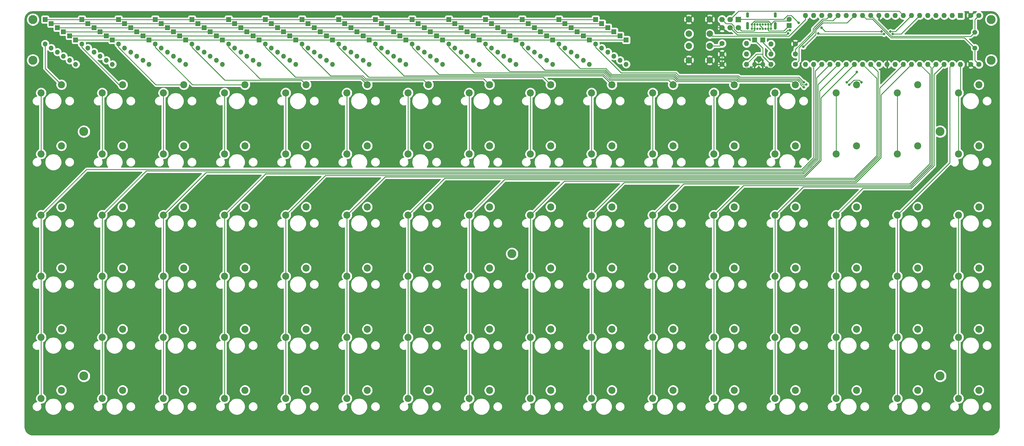
<source format=gbr>
%TF.GenerationSoftware,KiCad,Pcbnew,5.1.10-88a1d61d58~88~ubuntu20.10.1*%
%TF.CreationDate,2021-05-10T18:26:55-04:00*%
%TF.ProjectId,keyboard,6b657962-6f61-4726-942e-6b696361645f,rev?*%
%TF.SameCoordinates,Original*%
%TF.FileFunction,Copper,L1,Top*%
%TF.FilePolarity,Positive*%
%FSLAX46Y46*%
G04 Gerber Fmt 4.6, Leading zero omitted, Abs format (unit mm)*
G04 Created by KiCad (PCBNEW 5.1.10-88a1d61d58~88~ubuntu20.10.1) date 2021-05-10 18:26:55*
%MOMM*%
%LPD*%
G01*
G04 APERTURE LIST*
%TA.AperFunction,ComponentPad*%
%ADD10C,2.800000*%
%TD*%
%TA.AperFunction,ComponentPad*%
%ADD11C,2.200000*%
%TD*%
%TA.AperFunction,ComponentPad*%
%ADD12R,1.600000X1.600000*%
%TD*%
%TA.AperFunction,ComponentPad*%
%ADD13O,1.600000X1.600000*%
%TD*%
%TA.AperFunction,ComponentPad*%
%ADD14O,0.900000X1.700000*%
%TD*%
%TA.AperFunction,ComponentPad*%
%ADD15O,0.900000X2.400000*%
%TD*%
%TA.AperFunction,ComponentPad*%
%ADD16C,0.700000*%
%TD*%
%TA.AperFunction,ComponentPad*%
%ADD17C,1.600000*%
%TD*%
%TA.AperFunction,ComponentPad*%
%ADD18C,1.500000*%
%TD*%
%TA.AperFunction,ComponentPad*%
%ADD19C,2.000000*%
%TD*%
%TA.AperFunction,ComponentPad*%
%ADD20C,1.700000*%
%TD*%
%TA.AperFunction,ComponentPad*%
%ADD21R,1.700000X1.700000*%
%TD*%
%TA.AperFunction,ComponentPad*%
%ADD22O,1.500000X1.500000*%
%TD*%
%TA.AperFunction,ComponentPad*%
%ADD23R,1.500000X1.500000*%
%TD*%
%TA.AperFunction,ViaPad*%
%ADD24C,0.800000*%
%TD*%
%TA.AperFunction,Conductor*%
%ADD25C,0.250000*%
%TD*%
%TA.AperFunction,Conductor*%
%ADD26C,0.254000*%
%TD*%
%TA.AperFunction,Conductor*%
%ADD27C,0.100000*%
%TD*%
G04 APERTURE END LIST*
D10*
%TO.P,HOLE_M2.6,1*%
%TO.N,N/C*%
X311150000Y-76200000D03*
%TD*%
%TO.P,HOLE_M2.6,1*%
%TO.N,N/C*%
X311150000Y-152400000D03*
%TD*%
%TO.P,HOLE_M2.6,1*%
%TO.N,N/C*%
X444500000Y-114300000D03*
%TD*%
%TO.P,HOLE_M2.6,1*%
%TO.N,N/C*%
X577850000Y-152400000D03*
%TD*%
%TO.P,HOLE_M2.6,1*%
%TO.N,N/C*%
X577850000Y-76200000D03*
%TD*%
%TO.P,HOLE_M2.6,1*%
%TO.N,N/C*%
X593725000Y-41275000D03*
%TD*%
%TO.P,HOLE_M2.6,1*%
%TO.N,N/C*%
X593725000Y-53975000D03*
%TD*%
%TO.P,HOLE_M2.6,1*%
%TO.N,N/C*%
X295275000Y-53975000D03*
%TD*%
%TO.P,HOLE_M2.6,1*%
%TO.N,N/C*%
X295275000Y-41275000D03*
%TD*%
D11*
%TO.P,SW68,1*%
%TO.N,Net-(D68-Pad2)*%
X513715000Y-80645000D03*
%TO.P,SW68,2*%
%TO.N,Col12*%
X507365000Y-83185000D03*
%TD*%
%TO.P,SW7,1*%
%TO.N,Net-(D7-Pad2)*%
X323215000Y-61595000D03*
%TO.P,SW7,2*%
%TO.N,Col2*%
X316865000Y-64135000D03*
%TD*%
D12*
%TO.P,U1,1*%
%TO.N,Row6*%
X584200000Y-40005000D03*
D13*
%TO.P,U1,21*%
%TO.N,Net-(U1-Pad21)*%
X535940000Y-55245000D03*
%TO.P,U1,2*%
%TO.N,Row5*%
X581660000Y-40005000D03*
%TO.P,U1,22*%
%TO.N,Col1*%
X538480000Y-55245000D03*
%TO.P,U1,3*%
%TO.N,Row4*%
X579120000Y-40005000D03*
%TO.P,U1,23*%
%TO.N,Col2*%
X541020000Y-55245000D03*
%TO.P,U1,4*%
%TO.N,Row3*%
X576580000Y-40005000D03*
%TO.P,U1,24*%
%TO.N,Col3*%
X543560000Y-55245000D03*
%TO.P,U1,5*%
%TO.N,Row2*%
X574040000Y-40005000D03*
%TO.P,U1,25*%
%TO.N,Col4*%
X546100000Y-55245000D03*
%TO.P,U1,6*%
%TO.N,MOSI*%
X571500000Y-40005000D03*
%TO.P,U1,26*%
%TO.N,Col5*%
X548640000Y-55245000D03*
%TO.P,U1,7*%
%TO.N,MISO*%
X568960000Y-40005000D03*
%TO.P,U1,27*%
%TO.N,Col6*%
X551180000Y-55245000D03*
%TO.P,U1,8*%
%TO.N,SCK*%
X566420000Y-40005000D03*
%TO.P,U1,28*%
%TO.N,Col7*%
X553720000Y-55245000D03*
%TO.P,U1,9*%
%TO.N,RESET*%
X563880000Y-40005000D03*
%TO.P,U1,29*%
%TO.N,Col8*%
X556260000Y-55245000D03*
%TO.P,U1,10*%
%TO.N,VCC*%
X561340000Y-40005000D03*
%TO.P,U1,30*%
%TO.N,Net-(U1-Pad30)*%
X558800000Y-55245000D03*
%TO.P,U1,11*%
%TO.N,GND*%
X558800000Y-40005000D03*
%TO.P,U1,31*%
X561340000Y-55245000D03*
%TO.P,U1,12*%
%TO.N,X2*%
X556260000Y-40005000D03*
%TO.P,U1,32*%
%TO.N,Net-(U1-Pad32)*%
X563880000Y-55245000D03*
%TO.P,U1,13*%
%TO.N,X1*%
X553720000Y-40005000D03*
%TO.P,U1,33*%
%TO.N,Col9*%
X566420000Y-55245000D03*
%TO.P,U1,14*%
%TO.N,Row1*%
X551180000Y-40005000D03*
%TO.P,U1,34*%
%TO.N,Col10*%
X568960000Y-55245000D03*
%TO.P,U1,15*%
%TO.N,Net-(U1-Pad15)*%
X548640000Y-40005000D03*
%TO.P,U1,35*%
%TO.N,Col11*%
X571500000Y-55245000D03*
%TO.P,U1,16*%
%TO.N,D-*%
X546100000Y-40005000D03*
%TO.P,U1,36*%
%TO.N,Col12*%
X574040000Y-55245000D03*
%TO.P,U1,17*%
%TO.N,D+*%
X543560000Y-40005000D03*
%TO.P,U1,37*%
%TO.N,Col13*%
X576580000Y-55245000D03*
%TO.P,U1,18*%
%TO.N,Net-(U1-Pad18)*%
X541020000Y-40005000D03*
%TO.P,U1,38*%
%TO.N,Col14*%
X579120000Y-55245000D03*
%TO.P,U1,19*%
%TO.N,Net-(U1-Pad19)*%
X538480000Y-40005000D03*
%TO.P,U1,39*%
%TO.N,Col15*%
X581660000Y-55245000D03*
%TO.P,U1,20*%
%TO.N,Net-(SW97-Pad1)*%
X535940000Y-40005000D03*
%TO.P,U1,40*%
%TO.N,Col16*%
X584200000Y-55245000D03*
%TD*%
D14*
%TO.P,J1,S1*%
%TO.N,Net-(J1-PadS1)*%
X517845000Y-39836000D03*
X526495000Y-39836000D03*
D15*
X517845000Y-43216000D03*
X526495000Y-43216000D03*
D16*
%TO.P,J1,B6*%
%TO.N,Net-(D97-Pad1)*%
X521745000Y-42846000D03*
%TO.P,J1,B1*%
%TO.N,GND*%
X519195000Y-42846000D03*
%TO.P,J1,B4*%
%TO.N,VCC*%
X520045000Y-42846000D03*
%TO.P,J1,B5*%
%TO.N,Net-(J1-PadB5)*%
X520895000Y-42846000D03*
%TO.P,J1,B12*%
%TO.N,GND*%
X525145000Y-42846000D03*
%TO.P,J1,B8*%
%TO.N,Net-(J1-PadB8)*%
X523445000Y-42846000D03*
%TO.P,J1,B7*%
%TO.N,Net-(D98-Pad1)*%
X522595000Y-42846000D03*
%TO.P,J1,B9*%
%TO.N,VCC*%
X524295000Y-42846000D03*
%TO.P,J1,A12*%
%TO.N,GND*%
X519195000Y-44196000D03*
%TO.P,J1,A9*%
%TO.N,VCC*%
X520045000Y-44196000D03*
%TO.P,J1,A8*%
%TO.N,Net-(J1-PadA8)*%
X520895000Y-44196000D03*
%TO.P,J1,A7*%
%TO.N,Net-(D98-Pad1)*%
X521745000Y-44196000D03*
%TO.P,J1,A6*%
%TO.N,Net-(D97-Pad1)*%
X522595000Y-44196000D03*
%TO.P,J1,A5*%
%TO.N,Net-(J1-PadA5)*%
X523445000Y-44196000D03*
%TO.P,J1,A4*%
%TO.N,VCC*%
X524295000Y-44196000D03*
%TO.P,J1,A1*%
%TO.N,GND*%
X525145000Y-44196000D03*
%TD*%
D13*
%TO.P,R6,2*%
%TO.N,Net-(D97-Pad1)*%
X525145000Y-52070000D03*
D17*
%TO.P,R6,1*%
%TO.N,D+*%
X532765000Y-52070000D03*
%TD*%
D13*
%TO.P,R5,2*%
%TO.N,Net-(D98-Pad1)*%
X525145000Y-55245000D03*
D17*
%TO.P,R5,1*%
%TO.N,D-*%
X532765000Y-55245000D03*
%TD*%
D13*
%TO.P,R4,2*%
%TO.N,VCC*%
X517525000Y-48768000D03*
D17*
%TO.P,R4,1*%
%TO.N,RESET*%
X509905000Y-48768000D03*
%TD*%
D13*
%TO.P,R3,2*%
%TO.N,Net-(D98-Pad1)*%
X517525000Y-55245000D03*
D17*
%TO.P,R3,1*%
%TO.N,GND*%
X509905000Y-55245000D03*
%TD*%
D13*
%TO.P,R2,2*%
%TO.N,Net-(J1-PadB5)*%
X517525000Y-52070000D03*
D17*
%TO.P,R2,1*%
%TO.N,GND*%
X509905000Y-52070000D03*
%TD*%
D13*
%TO.P,R1,2*%
%TO.N,Net-(J1-PadA5)*%
X525145000Y-48895000D03*
D17*
%TO.P,R1,1*%
%TO.N,GND*%
X532765000Y-48895000D03*
%TD*%
D18*
%TO.P,X1,2*%
%TO.N,X2*%
X588645000Y-45285000D03*
%TO.P,X1,1*%
%TO.N,X1*%
X588645000Y-50165000D03*
%TD*%
D19*
%TO.P,SW98,1*%
%TO.N,GND*%
X499595000Y-53975000D03*
%TO.P,SW98,2*%
%TO.N,RESET*%
X499595000Y-49475000D03*
%TO.P,SW98,1*%
%TO.N,GND*%
X506095000Y-53975000D03*
%TO.P,SW98,2*%
%TO.N,RESET*%
X506095000Y-49475000D03*
%TD*%
%TO.P,SW97,1*%
%TO.N,Net-(SW97-Pad1)*%
X499595000Y-45720000D03*
%TO.P,SW97,2*%
%TO.N,GND*%
X499595000Y-41220000D03*
%TO.P,SW97,1*%
%TO.N,Net-(SW97-Pad1)*%
X506095000Y-45720000D03*
%TO.P,SW97,2*%
%TO.N,GND*%
X506095000Y-41220000D03*
%TD*%
D11*
%TO.P,SW96,1*%
%TO.N,Net-(D96-Pad2)*%
X589915000Y-156845000D03*
%TO.P,SW96,2*%
%TO.N,Col16*%
X583565000Y-159385000D03*
%TD*%
%TO.P,SW95,1*%
%TO.N,Net-(D95-Pad2)*%
X589915000Y-137795000D03*
%TO.P,SW95,2*%
%TO.N,Col16*%
X583565000Y-140335000D03*
%TD*%
%TO.P,SW94,1*%
%TO.N,Net-(D94-Pad2)*%
X589915000Y-118745000D03*
%TO.P,SW94,2*%
%TO.N,Col16*%
X583565000Y-121285000D03*
%TD*%
%TO.P,SW93,1*%
%TO.N,Net-(D93-Pad2)*%
X589915000Y-99695000D03*
%TO.P,SW93,2*%
%TO.N,Col16*%
X583565000Y-102235000D03*
%TD*%
%TO.P,SW92,1*%
%TO.N,Net-(D92-Pad2)*%
X589915000Y-80645000D03*
%TO.P,SW92,2*%
%TO.N,Col16*%
X583565000Y-83185000D03*
%TD*%
%TO.P,SW91,1*%
%TO.N,Net-(D91-Pad2)*%
X589915000Y-61595000D03*
%TO.P,SW91,2*%
%TO.N,Col16*%
X583565000Y-64135000D03*
%TD*%
%TO.P,SW90,1*%
%TO.N,Net-(D90-Pad2)*%
X570865000Y-156845000D03*
%TO.P,SW90,2*%
%TO.N,Col15*%
X564515000Y-159385000D03*
%TD*%
%TO.P,SW89,1*%
%TO.N,Net-(D89-Pad2)*%
X570865000Y-137795000D03*
%TO.P,SW89,2*%
%TO.N,Col15*%
X564515000Y-140335000D03*
%TD*%
%TO.P,SW88,1*%
%TO.N,Net-(D88-Pad2)*%
X570865000Y-118745000D03*
%TO.P,SW88,2*%
%TO.N,Col15*%
X564515000Y-121285000D03*
%TD*%
%TO.P,SW87,1*%
%TO.N,Net-(D87-Pad2)*%
X570865000Y-99695000D03*
%TO.P,SW87,2*%
%TO.N,Col15*%
X564515000Y-102235000D03*
%TD*%
%TO.P,SW86,1*%
%TO.N,Net-(D86-Pad2)*%
X570865000Y-80645000D03*
%TO.P,SW86,2*%
%TO.N,Col15*%
X564515000Y-83185000D03*
%TD*%
%TO.P,SW85,1*%
%TO.N,Net-(D85-Pad2)*%
X570865000Y-61595000D03*
%TO.P,SW85,2*%
%TO.N,Col15*%
X564515000Y-64135000D03*
%TD*%
%TO.P,SW84,1*%
%TO.N,Net-(D84-Pad2)*%
X551815000Y-156845000D03*
%TO.P,SW84,2*%
%TO.N,Col14*%
X545465000Y-159385000D03*
%TD*%
%TO.P,SW83,1*%
%TO.N,Net-(D83-Pad2)*%
X551815000Y-137795000D03*
%TO.P,SW83,2*%
%TO.N,Col14*%
X545465000Y-140335000D03*
%TD*%
%TO.P,SW82,1*%
%TO.N,Net-(D82-Pad2)*%
X551815000Y-118745000D03*
%TO.P,SW82,2*%
%TO.N,Col14*%
X545465000Y-121285000D03*
%TD*%
%TO.P,SW81,1*%
%TO.N,Net-(D81-Pad2)*%
X551815000Y-99695000D03*
%TO.P,SW81,2*%
%TO.N,Col14*%
X545465000Y-102235000D03*
%TD*%
%TO.P,SW80,1*%
%TO.N,Net-(D80-Pad2)*%
X551815000Y-80645000D03*
%TO.P,SW80,2*%
%TO.N,Col14*%
X545465000Y-83185000D03*
%TD*%
%TO.P,SW79,1*%
%TO.N,Net-(D79-Pad2)*%
X551815000Y-61595000D03*
%TO.P,SW79,2*%
%TO.N,Col14*%
X545465000Y-64135000D03*
%TD*%
%TO.P,SW78,1*%
%TO.N,Net-(D78-Pad2)*%
X532765000Y-156845000D03*
%TO.P,SW78,2*%
%TO.N,Col13*%
X526415000Y-159385000D03*
%TD*%
%TO.P,SW77,1*%
%TO.N,Net-(D77-Pad2)*%
X532765000Y-137795000D03*
%TO.P,SW77,2*%
%TO.N,Col13*%
X526415000Y-140335000D03*
%TD*%
%TO.P,SW76,1*%
%TO.N,Net-(D76-Pad2)*%
X532765000Y-118745000D03*
%TO.P,SW76,2*%
%TO.N,Col13*%
X526415000Y-121285000D03*
%TD*%
%TO.P,SW75,1*%
%TO.N,Net-(D75-Pad2)*%
X532765000Y-99695000D03*
%TO.P,SW75,2*%
%TO.N,Col13*%
X526415000Y-102235000D03*
%TD*%
%TO.P,SW74,1*%
%TO.N,Net-(D74-Pad2)*%
X532765000Y-80645000D03*
%TO.P,SW74,2*%
%TO.N,Col13*%
X526415000Y-83185000D03*
%TD*%
%TO.P,SW73,1*%
%TO.N,Net-(D73-Pad2)*%
X532765000Y-61595000D03*
%TO.P,SW73,2*%
%TO.N,Col13*%
X526415000Y-64135000D03*
%TD*%
%TO.P,SW72,1*%
%TO.N,Net-(D72-Pad2)*%
X513715000Y-156845000D03*
%TO.P,SW72,2*%
%TO.N,Col12*%
X507365000Y-159385000D03*
%TD*%
%TO.P,SW71,1*%
%TO.N,Net-(D71-Pad2)*%
X513715000Y-137795000D03*
%TO.P,SW71,2*%
%TO.N,Col12*%
X507365000Y-140335000D03*
%TD*%
%TO.P,SW70,1*%
%TO.N,Net-(D70-Pad2)*%
X513715000Y-118745000D03*
%TO.P,SW70,2*%
%TO.N,Col12*%
X507365000Y-121285000D03*
%TD*%
%TO.P,SW69,1*%
%TO.N,Net-(D69-Pad2)*%
X513715000Y-99695000D03*
%TO.P,SW69,2*%
%TO.N,Col12*%
X507365000Y-102235000D03*
%TD*%
%TO.P,SW67,1*%
%TO.N,Net-(D67-Pad2)*%
X513715000Y-61595000D03*
%TO.P,SW67,2*%
%TO.N,Col12*%
X507365000Y-64135000D03*
%TD*%
%TO.P,SW66,1*%
%TO.N,Net-(D66-Pad2)*%
X494665000Y-156845000D03*
%TO.P,SW66,2*%
%TO.N,Col11*%
X488315000Y-159385000D03*
%TD*%
%TO.P,SW65,1*%
%TO.N,Net-(D65-Pad2)*%
X494665000Y-137795000D03*
%TO.P,SW65,2*%
%TO.N,Col11*%
X488315000Y-140335000D03*
%TD*%
%TO.P,SW64,1*%
%TO.N,Net-(D64-Pad2)*%
X494665000Y-118745000D03*
%TO.P,SW64,2*%
%TO.N,Col11*%
X488315000Y-121285000D03*
%TD*%
%TO.P,SW63,1*%
%TO.N,Net-(D63-Pad2)*%
X494665000Y-99695000D03*
%TO.P,SW63,2*%
%TO.N,Col11*%
X488315000Y-102235000D03*
%TD*%
%TO.P,SW62,1*%
%TO.N,Net-(D62-Pad2)*%
X494665000Y-80645000D03*
%TO.P,SW62,2*%
%TO.N,Col11*%
X488315000Y-83185000D03*
%TD*%
%TO.P,SW61,1*%
%TO.N,Net-(D61-Pad2)*%
X494665000Y-61595000D03*
%TO.P,SW61,2*%
%TO.N,Col11*%
X488315000Y-64135000D03*
%TD*%
%TO.P,SW60,1*%
%TO.N,Net-(D60-Pad2)*%
X475615000Y-156845000D03*
%TO.P,SW60,2*%
%TO.N,Col10*%
X469265000Y-159385000D03*
%TD*%
%TO.P,SW59,1*%
%TO.N,Net-(D59-Pad2)*%
X475615000Y-137795000D03*
%TO.P,SW59,2*%
%TO.N,Col10*%
X469265000Y-140335000D03*
%TD*%
%TO.P,SW58,1*%
%TO.N,Net-(D58-Pad2)*%
X475615000Y-118745000D03*
%TO.P,SW58,2*%
%TO.N,Col10*%
X469265000Y-121285000D03*
%TD*%
%TO.P,SW57,1*%
%TO.N,Net-(D57-Pad2)*%
X475615000Y-99695000D03*
%TO.P,SW57,2*%
%TO.N,Col10*%
X469265000Y-102235000D03*
%TD*%
%TO.P,SW56,1*%
%TO.N,Net-(D56-Pad2)*%
X475615000Y-80645000D03*
%TO.P,SW56,2*%
%TO.N,Col10*%
X469265000Y-83185000D03*
%TD*%
%TO.P,SW55,1*%
%TO.N,Net-(D55-Pad2)*%
X475615000Y-61595000D03*
%TO.P,SW55,2*%
%TO.N,Col10*%
X469265000Y-64135000D03*
%TD*%
%TO.P,SW54,1*%
%TO.N,Net-(D54-Pad2)*%
X456565000Y-156845000D03*
%TO.P,SW54,2*%
%TO.N,Col9*%
X450215000Y-159385000D03*
%TD*%
%TO.P,SW53,1*%
%TO.N,Net-(D53-Pad2)*%
X456565000Y-137795000D03*
%TO.P,SW53,2*%
%TO.N,Col9*%
X450215000Y-140335000D03*
%TD*%
%TO.P,SW52,1*%
%TO.N,Net-(D52-Pad2)*%
X456565000Y-118745000D03*
%TO.P,SW52,2*%
%TO.N,Col9*%
X450215000Y-121285000D03*
%TD*%
%TO.P,SW51,1*%
%TO.N,Net-(D51-Pad2)*%
X456565000Y-99695000D03*
%TO.P,SW51,2*%
%TO.N,Col9*%
X450215000Y-102235000D03*
%TD*%
%TO.P,SW50,1*%
%TO.N,Net-(D50-Pad2)*%
X456565000Y-80645000D03*
%TO.P,SW50,2*%
%TO.N,Col9*%
X450215000Y-83185000D03*
%TD*%
%TO.P,SW49,1*%
%TO.N,Net-(D49-Pad2)*%
X456565000Y-61595000D03*
%TO.P,SW49,2*%
%TO.N,Col9*%
X450215000Y-64135000D03*
%TD*%
%TO.P,SW48,1*%
%TO.N,Net-(D48-Pad2)*%
X437515000Y-156845000D03*
%TO.P,SW48,2*%
%TO.N,Col8*%
X431165000Y-159385000D03*
%TD*%
%TO.P,SW47,1*%
%TO.N,Net-(D47-Pad2)*%
X437515000Y-137795000D03*
%TO.P,SW47,2*%
%TO.N,Col8*%
X431165000Y-140335000D03*
%TD*%
%TO.P,SW46,1*%
%TO.N,Net-(D46-Pad2)*%
X437515000Y-118745000D03*
%TO.P,SW46,2*%
%TO.N,Col8*%
X431165000Y-121285000D03*
%TD*%
%TO.P,SW45,1*%
%TO.N,Net-(D45-Pad2)*%
X437515000Y-99695000D03*
%TO.P,SW45,2*%
%TO.N,Col8*%
X431165000Y-102235000D03*
%TD*%
%TO.P,SW44,1*%
%TO.N,Net-(D44-Pad2)*%
X437515000Y-80645000D03*
%TO.P,SW44,2*%
%TO.N,Col8*%
X431165000Y-83185000D03*
%TD*%
%TO.P,SW43,1*%
%TO.N,Net-(D43-Pad2)*%
X437515000Y-61595000D03*
%TO.P,SW43,2*%
%TO.N,Col8*%
X431165000Y-64135000D03*
%TD*%
%TO.P,SW42,1*%
%TO.N,Net-(D42-Pad2)*%
X418465000Y-156845000D03*
%TO.P,SW42,2*%
%TO.N,Col7*%
X412115000Y-159385000D03*
%TD*%
%TO.P,SW41,1*%
%TO.N,Net-(D41-Pad2)*%
X418465000Y-137795000D03*
%TO.P,SW41,2*%
%TO.N,Col7*%
X412115000Y-140335000D03*
%TD*%
%TO.P,SW40,1*%
%TO.N,Net-(D40-Pad2)*%
X418465000Y-118745000D03*
%TO.P,SW40,2*%
%TO.N,Col7*%
X412115000Y-121285000D03*
%TD*%
%TO.P,SW39,1*%
%TO.N,Net-(D39-Pad2)*%
X418465000Y-99695000D03*
%TO.P,SW39,2*%
%TO.N,Col7*%
X412115000Y-102235000D03*
%TD*%
%TO.P,SW38,1*%
%TO.N,Net-(D38-Pad2)*%
X418465000Y-80645000D03*
%TO.P,SW38,2*%
%TO.N,Col7*%
X412115000Y-83185000D03*
%TD*%
%TO.P,SW37,1*%
%TO.N,Net-(D37-Pad2)*%
X418465000Y-61595000D03*
%TO.P,SW37,2*%
%TO.N,Col7*%
X412115000Y-64135000D03*
%TD*%
%TO.P,SW36,1*%
%TO.N,Net-(D36-Pad2)*%
X399415000Y-156845000D03*
%TO.P,SW36,2*%
%TO.N,Col6*%
X393065000Y-159385000D03*
%TD*%
%TO.P,SW35,1*%
%TO.N,Net-(D35-Pad2)*%
X399415000Y-137795000D03*
%TO.P,SW35,2*%
%TO.N,Col6*%
X393065000Y-140335000D03*
%TD*%
%TO.P,SW34,1*%
%TO.N,Net-(D34-Pad2)*%
X399415000Y-118745000D03*
%TO.P,SW34,2*%
%TO.N,Col6*%
X393065000Y-121285000D03*
%TD*%
%TO.P,SW33,1*%
%TO.N,Net-(D33-Pad2)*%
X399415000Y-99695000D03*
%TO.P,SW33,2*%
%TO.N,Col6*%
X393065000Y-102235000D03*
%TD*%
%TO.P,SW32,1*%
%TO.N,Net-(D32-Pad2)*%
X399415000Y-80645000D03*
%TO.P,SW32,2*%
%TO.N,Col6*%
X393065000Y-83185000D03*
%TD*%
%TO.P,SW31,1*%
%TO.N,Net-(D31-Pad2)*%
X399415000Y-61595000D03*
%TO.P,SW31,2*%
%TO.N,Col6*%
X393065000Y-64135000D03*
%TD*%
%TO.P,SW30,1*%
%TO.N,Net-(D30-Pad2)*%
X380365000Y-156845000D03*
%TO.P,SW30,2*%
%TO.N,Col5*%
X374015000Y-159385000D03*
%TD*%
%TO.P,SW29,1*%
%TO.N,Net-(D29-Pad2)*%
X380365000Y-137795000D03*
%TO.P,SW29,2*%
%TO.N,Col5*%
X374015000Y-140335000D03*
%TD*%
%TO.P,SW28,1*%
%TO.N,Net-(D28-Pad2)*%
X380365000Y-118745000D03*
%TO.P,SW28,2*%
%TO.N,Col5*%
X374015000Y-121285000D03*
%TD*%
%TO.P,SW27,1*%
%TO.N,Net-(D27-Pad2)*%
X380365000Y-99695000D03*
%TO.P,SW27,2*%
%TO.N,Col5*%
X374015000Y-102235000D03*
%TD*%
%TO.P,SW26,1*%
%TO.N,Net-(D26-Pad2)*%
X380365000Y-80645000D03*
%TO.P,SW26,2*%
%TO.N,Col5*%
X374015000Y-83185000D03*
%TD*%
%TO.P,SW25,1*%
%TO.N,Net-(D25-Pad2)*%
X380365000Y-61595000D03*
%TO.P,SW25,2*%
%TO.N,Col5*%
X374015000Y-64135000D03*
%TD*%
%TO.P,SW24,1*%
%TO.N,Net-(D24-Pad2)*%
X361315000Y-156845000D03*
%TO.P,SW24,2*%
%TO.N,Col4*%
X354965000Y-159385000D03*
%TD*%
%TO.P,SW23,1*%
%TO.N,Net-(D23-Pad2)*%
X361315000Y-137795000D03*
%TO.P,SW23,2*%
%TO.N,Col4*%
X354965000Y-140335000D03*
%TD*%
%TO.P,SW22,1*%
%TO.N,Net-(D22-Pad2)*%
X361315000Y-118745000D03*
%TO.P,SW22,2*%
%TO.N,Col4*%
X354965000Y-121285000D03*
%TD*%
%TO.P,SW21,1*%
%TO.N,Net-(D21-Pad2)*%
X361315000Y-99695000D03*
%TO.P,SW21,2*%
%TO.N,Col4*%
X354965000Y-102235000D03*
%TD*%
%TO.P,SW20,1*%
%TO.N,Net-(D20-Pad2)*%
X361315000Y-80645000D03*
%TO.P,SW20,2*%
%TO.N,Col4*%
X354965000Y-83185000D03*
%TD*%
%TO.P,SW19,1*%
%TO.N,Net-(D19-Pad2)*%
X361315000Y-61595000D03*
%TO.P,SW19,2*%
%TO.N,Col4*%
X354965000Y-64135000D03*
%TD*%
%TO.P,SW18,1*%
%TO.N,Net-(D18-Pad2)*%
X342265000Y-156845000D03*
%TO.P,SW18,2*%
%TO.N,Col3*%
X335915000Y-159385000D03*
%TD*%
%TO.P,SW17,1*%
%TO.N,Net-(D17-Pad2)*%
X342265000Y-137795000D03*
%TO.P,SW17,2*%
%TO.N,Col3*%
X335915000Y-140335000D03*
%TD*%
%TO.P,SW16,1*%
%TO.N,Net-(D16-Pad2)*%
X342265000Y-118745000D03*
%TO.P,SW16,2*%
%TO.N,Col3*%
X335915000Y-121285000D03*
%TD*%
%TO.P,SW15,1*%
%TO.N,Net-(D15-Pad2)*%
X342265000Y-99695000D03*
%TO.P,SW15,2*%
%TO.N,Col3*%
X335915000Y-102235000D03*
%TD*%
%TO.P,SW14,1*%
%TO.N,Net-(D14-Pad2)*%
X342265000Y-80645000D03*
%TO.P,SW14,2*%
%TO.N,Col3*%
X335915000Y-83185000D03*
%TD*%
%TO.P,SW13,1*%
%TO.N,Net-(D13-Pad2)*%
X342265000Y-61595000D03*
%TO.P,SW13,2*%
%TO.N,Col3*%
X335915000Y-64135000D03*
%TD*%
%TO.P,SW12,1*%
%TO.N,Net-(D12-Pad2)*%
X323215000Y-156845000D03*
%TO.P,SW12,2*%
%TO.N,Col2*%
X316865000Y-159385000D03*
%TD*%
%TO.P,SW11,1*%
%TO.N,Net-(D11-Pad2)*%
X323215000Y-137795000D03*
%TO.P,SW11,2*%
%TO.N,Col2*%
X316865000Y-140335000D03*
%TD*%
%TO.P,SW10,1*%
%TO.N,Net-(D10-Pad2)*%
X323215000Y-118745000D03*
%TO.P,SW10,2*%
%TO.N,Col2*%
X316865000Y-121285000D03*
%TD*%
%TO.P,SW9,1*%
%TO.N,Net-(D9-Pad2)*%
X323215000Y-99695000D03*
%TO.P,SW9,2*%
%TO.N,Col2*%
X316865000Y-102235000D03*
%TD*%
%TO.P,SW8,1*%
%TO.N,Net-(D8-Pad2)*%
X323215000Y-80645000D03*
%TO.P,SW8,2*%
%TO.N,Col2*%
X316865000Y-83185000D03*
%TD*%
%TO.P,SW6,1*%
%TO.N,Net-(D6-Pad2)*%
X304165000Y-156845000D03*
%TO.P,SW6,2*%
%TO.N,Col1*%
X297815000Y-159385000D03*
%TD*%
%TO.P,SW5,1*%
%TO.N,Net-(D5-Pad2)*%
X304165000Y-137795000D03*
%TO.P,SW5,2*%
%TO.N,Col1*%
X297815000Y-140335000D03*
%TD*%
%TO.P,SW4,1*%
%TO.N,Net-(D4-Pad2)*%
X304165000Y-118745000D03*
%TO.P,SW4,2*%
%TO.N,Col1*%
X297815000Y-121285000D03*
%TD*%
%TO.P,SW3,1*%
%TO.N,Net-(D3-Pad2)*%
X304165000Y-99695000D03*
%TO.P,SW3,2*%
%TO.N,Col1*%
X297815000Y-102235000D03*
%TD*%
%TO.P,SW2,1*%
%TO.N,Net-(D2-Pad2)*%
X304165000Y-80645000D03*
%TO.P,SW2,2*%
%TO.N,Col1*%
X297815000Y-83185000D03*
%TD*%
%TO.P,SW1,1*%
%TO.N,Net-(D1-Pad2)*%
X304165000Y-61595000D03*
%TO.P,SW1,2*%
%TO.N,Col1*%
X297815000Y-64135000D03*
%TD*%
D20*
%TO.P,J2,6*%
%TO.N,GND*%
X509905000Y-43815000D03*
%TO.P,J2,5*%
%TO.N,RESET*%
X509905000Y-41275000D03*
%TO.P,J2,4*%
%TO.N,MOSI*%
X512445000Y-43815000D03*
%TO.P,J2,3*%
%TO.N,SCK*%
X512445000Y-41275000D03*
%TO.P,J2,2*%
%TO.N,VCC*%
X514985000Y-43815000D03*
D21*
%TO.P,J2,1*%
%TO.N,MISO*%
X514985000Y-41275000D03*
%TD*%
D22*
%TO.P,D98,2*%
%TO.N,GND*%
X520065000Y-55245000D03*
D23*
%TO.P,D98,1*%
%TO.N,Net-(D98-Pad1)*%
X520065000Y-47625000D03*
%TD*%
D22*
%TO.P,D97,2*%
%TO.N,GND*%
X522605000Y-55245000D03*
D23*
%TO.P,D97,1*%
%TO.N,Net-(D97-Pad1)*%
X522605000Y-47625000D03*
%TD*%
D22*
%TO.P,D96,2*%
%TO.N,Net-(D96-Pad2)*%
X480060000Y-55245000D03*
D23*
%TO.P,D96,1*%
%TO.N,Row6*%
X480060000Y-47625000D03*
%TD*%
D22*
%TO.P,D95,2*%
%TO.N,Net-(D95-Pad2)*%
X478155000Y-53975000D03*
D23*
%TO.P,D95,1*%
%TO.N,Row5*%
X478155000Y-46355000D03*
%TD*%
D22*
%TO.P,D94,2*%
%TO.N,Net-(D94-Pad2)*%
X476250000Y-52705000D03*
D23*
%TO.P,D94,1*%
%TO.N,Row4*%
X476250000Y-45085000D03*
%TD*%
D22*
%TO.P,D93,2*%
%TO.N,Net-(D93-Pad2)*%
X474345000Y-51435000D03*
D23*
%TO.P,D93,1*%
%TO.N,Row3*%
X474345000Y-43815000D03*
%TD*%
D22*
%TO.P,D92,2*%
%TO.N,Net-(D92-Pad2)*%
X472440000Y-50165000D03*
D23*
%TO.P,D92,1*%
%TO.N,Row2*%
X472440000Y-42545000D03*
%TD*%
D22*
%TO.P,D91,2*%
%TO.N,Net-(D91-Pad2)*%
X470535000Y-48895000D03*
D23*
%TO.P,D91,1*%
%TO.N,Row1*%
X470535000Y-41275000D03*
%TD*%
D22*
%TO.P,D90,2*%
%TO.N,Net-(D90-Pad2)*%
X468630000Y-55245000D03*
D23*
%TO.P,D90,1*%
%TO.N,Row6*%
X468630000Y-47625000D03*
%TD*%
D22*
%TO.P,D89,2*%
%TO.N,Net-(D89-Pad2)*%
X466725000Y-53975000D03*
D23*
%TO.P,D89,1*%
%TO.N,Row5*%
X466725000Y-46355000D03*
%TD*%
D22*
%TO.P,D88,2*%
%TO.N,Net-(D88-Pad2)*%
X464820000Y-52705000D03*
D23*
%TO.P,D88,1*%
%TO.N,Row4*%
X464820000Y-45085000D03*
%TD*%
D22*
%TO.P,D87,2*%
%TO.N,Net-(D87-Pad2)*%
X462915000Y-51435000D03*
D23*
%TO.P,D87,1*%
%TO.N,Row3*%
X462915000Y-43815000D03*
%TD*%
D22*
%TO.P,D86,2*%
%TO.N,Net-(D86-Pad2)*%
X461010000Y-50165000D03*
D23*
%TO.P,D86,1*%
%TO.N,Row2*%
X461010000Y-42545000D03*
%TD*%
D22*
%TO.P,D85,2*%
%TO.N,Net-(D85-Pad2)*%
X459105000Y-48895000D03*
D23*
%TO.P,D85,1*%
%TO.N,Row1*%
X459105000Y-41275000D03*
%TD*%
D22*
%TO.P,D84,2*%
%TO.N,Net-(D84-Pad2)*%
X457200000Y-55245000D03*
D23*
%TO.P,D84,1*%
%TO.N,Row6*%
X457200000Y-47625000D03*
%TD*%
D22*
%TO.P,D83,2*%
%TO.N,Net-(D83-Pad2)*%
X455295000Y-53975000D03*
D23*
%TO.P,D83,1*%
%TO.N,Row5*%
X455295000Y-46355000D03*
%TD*%
D22*
%TO.P,D82,2*%
%TO.N,Net-(D82-Pad2)*%
X453390000Y-52705000D03*
D23*
%TO.P,D82,1*%
%TO.N,Row4*%
X453390000Y-45085000D03*
%TD*%
D22*
%TO.P,D81,2*%
%TO.N,Net-(D81-Pad2)*%
X451485000Y-51435000D03*
D23*
%TO.P,D81,1*%
%TO.N,Row3*%
X451485000Y-43815000D03*
%TD*%
D22*
%TO.P,D80,2*%
%TO.N,Net-(D80-Pad2)*%
X449580000Y-50165000D03*
D23*
%TO.P,D80,1*%
%TO.N,Row2*%
X449580000Y-42545000D03*
%TD*%
D22*
%TO.P,D79,2*%
%TO.N,Net-(D79-Pad2)*%
X447675000Y-48895000D03*
D23*
%TO.P,D79,1*%
%TO.N,Row1*%
X447675000Y-41275000D03*
%TD*%
D22*
%TO.P,D78,2*%
%TO.N,Net-(D78-Pad2)*%
X445770000Y-55245000D03*
D23*
%TO.P,D78,1*%
%TO.N,Row6*%
X445770000Y-47625000D03*
%TD*%
D22*
%TO.P,D77,2*%
%TO.N,Net-(D77-Pad2)*%
X443865000Y-53975000D03*
D23*
%TO.P,D77,1*%
%TO.N,Row5*%
X443865000Y-46355000D03*
%TD*%
D22*
%TO.P,D76,2*%
%TO.N,Net-(D76-Pad2)*%
X441960000Y-52705000D03*
D23*
%TO.P,D76,1*%
%TO.N,Row4*%
X441960000Y-45085000D03*
%TD*%
D22*
%TO.P,D75,2*%
%TO.N,Net-(D75-Pad2)*%
X440055000Y-51435000D03*
D23*
%TO.P,D75,1*%
%TO.N,Row3*%
X440055000Y-43815000D03*
%TD*%
D22*
%TO.P,D74,2*%
%TO.N,Net-(D74-Pad2)*%
X438150000Y-50165000D03*
D23*
%TO.P,D74,1*%
%TO.N,Row2*%
X438150000Y-42545000D03*
%TD*%
D22*
%TO.P,D73,2*%
%TO.N,Net-(D73-Pad2)*%
X436245000Y-48895000D03*
D23*
%TO.P,D73,1*%
%TO.N,Row1*%
X436245000Y-41275000D03*
%TD*%
D22*
%TO.P,D72,2*%
%TO.N,Net-(D72-Pad2)*%
X434340000Y-55245000D03*
D23*
%TO.P,D72,1*%
%TO.N,Row6*%
X434340000Y-47625000D03*
%TD*%
D22*
%TO.P,D71,2*%
%TO.N,Net-(D71-Pad2)*%
X432435000Y-53975000D03*
D23*
%TO.P,D71,1*%
%TO.N,Row5*%
X432435000Y-46355000D03*
%TD*%
D22*
%TO.P,D70,2*%
%TO.N,Net-(D70-Pad2)*%
X430530000Y-52705000D03*
D23*
%TO.P,D70,1*%
%TO.N,Row4*%
X430530000Y-45085000D03*
%TD*%
D22*
%TO.P,D69,2*%
%TO.N,Net-(D69-Pad2)*%
X428625000Y-51435000D03*
D23*
%TO.P,D69,1*%
%TO.N,Row3*%
X428625000Y-43815000D03*
%TD*%
D22*
%TO.P,D68,2*%
%TO.N,Net-(D68-Pad2)*%
X426720000Y-50165000D03*
D23*
%TO.P,D68,1*%
%TO.N,Row2*%
X426720000Y-42545000D03*
%TD*%
D22*
%TO.P,D67,2*%
%TO.N,Net-(D67-Pad2)*%
X424815000Y-48895000D03*
D23*
%TO.P,D67,1*%
%TO.N,Row1*%
X424815000Y-41275000D03*
%TD*%
D22*
%TO.P,D66,2*%
%TO.N,Net-(D66-Pad2)*%
X422910000Y-55245000D03*
D23*
%TO.P,D66,1*%
%TO.N,Row6*%
X422910000Y-47625000D03*
%TD*%
D22*
%TO.P,D65,2*%
%TO.N,Net-(D65-Pad2)*%
X421005000Y-53975000D03*
D23*
%TO.P,D65,1*%
%TO.N,Row5*%
X421005000Y-46355000D03*
%TD*%
D22*
%TO.P,D64,2*%
%TO.N,Net-(D64-Pad2)*%
X419100000Y-52705000D03*
D23*
%TO.P,D64,1*%
%TO.N,Row4*%
X419100000Y-45085000D03*
%TD*%
D22*
%TO.P,D63,2*%
%TO.N,Net-(D63-Pad2)*%
X417195000Y-51435000D03*
D23*
%TO.P,D63,1*%
%TO.N,Row3*%
X417195000Y-43815000D03*
%TD*%
D22*
%TO.P,D62,2*%
%TO.N,Net-(D62-Pad2)*%
X415290000Y-50165000D03*
D23*
%TO.P,D62,1*%
%TO.N,Row2*%
X415290000Y-42545000D03*
%TD*%
D22*
%TO.P,D61,2*%
%TO.N,Net-(D61-Pad2)*%
X413385000Y-48895000D03*
D23*
%TO.P,D61,1*%
%TO.N,Row1*%
X413385000Y-41275000D03*
%TD*%
D22*
%TO.P,D60,2*%
%TO.N,Net-(D60-Pad2)*%
X411480000Y-55245000D03*
D23*
%TO.P,D60,1*%
%TO.N,Row6*%
X411480000Y-47625000D03*
%TD*%
D22*
%TO.P,D59,2*%
%TO.N,Net-(D59-Pad2)*%
X409575000Y-53975000D03*
D23*
%TO.P,D59,1*%
%TO.N,Row5*%
X409575000Y-46355000D03*
%TD*%
D22*
%TO.P,D58,2*%
%TO.N,Net-(D58-Pad2)*%
X407670000Y-52705000D03*
D23*
%TO.P,D58,1*%
%TO.N,Row4*%
X407670000Y-45085000D03*
%TD*%
D22*
%TO.P,D57,2*%
%TO.N,Net-(D57-Pad2)*%
X405765000Y-51435000D03*
D23*
%TO.P,D57,1*%
%TO.N,Row3*%
X405765000Y-43815000D03*
%TD*%
D22*
%TO.P,D56,2*%
%TO.N,Net-(D56-Pad2)*%
X403860000Y-50165000D03*
D23*
%TO.P,D56,1*%
%TO.N,Row2*%
X403860000Y-42545000D03*
%TD*%
D22*
%TO.P,D55,2*%
%TO.N,Net-(D55-Pad2)*%
X401955000Y-48895000D03*
D23*
%TO.P,D55,1*%
%TO.N,Row1*%
X401955000Y-41275000D03*
%TD*%
D22*
%TO.P,D54,2*%
%TO.N,Net-(D54-Pad2)*%
X400050000Y-55245000D03*
D23*
%TO.P,D54,1*%
%TO.N,Row6*%
X400050000Y-47625000D03*
%TD*%
D22*
%TO.P,D53,2*%
%TO.N,Net-(D53-Pad2)*%
X398145000Y-53975000D03*
D23*
%TO.P,D53,1*%
%TO.N,Row5*%
X398145000Y-46355000D03*
%TD*%
D22*
%TO.P,D52,2*%
%TO.N,Net-(D52-Pad2)*%
X396240000Y-52705000D03*
D23*
%TO.P,D52,1*%
%TO.N,Row4*%
X396240000Y-45085000D03*
%TD*%
D22*
%TO.P,D51,2*%
%TO.N,Net-(D51-Pad2)*%
X394335000Y-51435000D03*
D23*
%TO.P,D51,1*%
%TO.N,Row3*%
X394335000Y-43815000D03*
%TD*%
D22*
%TO.P,D50,2*%
%TO.N,Net-(D50-Pad2)*%
X392430000Y-50165000D03*
D23*
%TO.P,D50,1*%
%TO.N,Row2*%
X392430000Y-42545000D03*
%TD*%
D22*
%TO.P,D49,2*%
%TO.N,Net-(D49-Pad2)*%
X390525000Y-48895000D03*
D23*
%TO.P,D49,1*%
%TO.N,Row1*%
X390525000Y-41275000D03*
%TD*%
D22*
%TO.P,D48,2*%
%TO.N,Net-(D48-Pad2)*%
X388620000Y-55245000D03*
D23*
%TO.P,D48,1*%
%TO.N,Row6*%
X388620000Y-47625000D03*
%TD*%
D22*
%TO.P,D47,2*%
%TO.N,Net-(D47-Pad2)*%
X386715000Y-53975000D03*
D23*
%TO.P,D47,1*%
%TO.N,Row5*%
X386715000Y-46355000D03*
%TD*%
D22*
%TO.P,D46,2*%
%TO.N,Net-(D46-Pad2)*%
X384810000Y-52705000D03*
D23*
%TO.P,D46,1*%
%TO.N,Row4*%
X384810000Y-45085000D03*
%TD*%
D22*
%TO.P,D45,2*%
%TO.N,Net-(D45-Pad2)*%
X382905000Y-51435000D03*
D23*
%TO.P,D45,1*%
%TO.N,Row3*%
X382905000Y-43815000D03*
%TD*%
D22*
%TO.P,D44,2*%
%TO.N,Net-(D44-Pad2)*%
X381000000Y-50165000D03*
D23*
%TO.P,D44,1*%
%TO.N,Row2*%
X381000000Y-42545000D03*
%TD*%
D22*
%TO.P,D43,2*%
%TO.N,Net-(D43-Pad2)*%
X379095000Y-48895000D03*
D23*
%TO.P,D43,1*%
%TO.N,Row1*%
X379095000Y-41275000D03*
%TD*%
D22*
%TO.P,D42,2*%
%TO.N,Net-(D42-Pad2)*%
X377190000Y-55245000D03*
D23*
%TO.P,D42,1*%
%TO.N,Row6*%
X377190000Y-47625000D03*
%TD*%
D22*
%TO.P,D41,2*%
%TO.N,Net-(D41-Pad2)*%
X375285000Y-53975000D03*
D23*
%TO.P,D41,1*%
%TO.N,Row5*%
X375285000Y-46355000D03*
%TD*%
D22*
%TO.P,D40,2*%
%TO.N,Net-(D40-Pad2)*%
X373380000Y-52705000D03*
D23*
%TO.P,D40,1*%
%TO.N,Row4*%
X373380000Y-45085000D03*
%TD*%
D22*
%TO.P,D39,2*%
%TO.N,Net-(D39-Pad2)*%
X371475000Y-51435000D03*
D23*
%TO.P,D39,1*%
%TO.N,Row3*%
X371475000Y-43815000D03*
%TD*%
D22*
%TO.P,D38,2*%
%TO.N,Net-(D38-Pad2)*%
X369570000Y-50165000D03*
D23*
%TO.P,D38,1*%
%TO.N,Row2*%
X369570000Y-42545000D03*
%TD*%
D22*
%TO.P,D37,2*%
%TO.N,Net-(D37-Pad2)*%
X367665000Y-48895000D03*
D23*
%TO.P,D37,1*%
%TO.N,Row1*%
X367665000Y-41275000D03*
%TD*%
D22*
%TO.P,D36,2*%
%TO.N,Net-(D36-Pad2)*%
X365760000Y-55245000D03*
D23*
%TO.P,D36,1*%
%TO.N,Row6*%
X365760000Y-47625000D03*
%TD*%
D22*
%TO.P,D35,2*%
%TO.N,Net-(D35-Pad2)*%
X363855000Y-53975000D03*
D23*
%TO.P,D35,1*%
%TO.N,Row5*%
X363855000Y-46355000D03*
%TD*%
D22*
%TO.P,D34,2*%
%TO.N,Net-(D34-Pad2)*%
X361950000Y-52705000D03*
D23*
%TO.P,D34,1*%
%TO.N,Row4*%
X361950000Y-45085000D03*
%TD*%
D22*
%TO.P,D33,2*%
%TO.N,Net-(D33-Pad2)*%
X360045000Y-51435000D03*
D23*
%TO.P,D33,1*%
%TO.N,Row3*%
X360045000Y-43815000D03*
%TD*%
D22*
%TO.P,D32,2*%
%TO.N,Net-(D32-Pad2)*%
X358140000Y-50165000D03*
D23*
%TO.P,D32,1*%
%TO.N,Row2*%
X358140000Y-42545000D03*
%TD*%
D22*
%TO.P,D31,2*%
%TO.N,Net-(D31-Pad2)*%
X356235000Y-48895000D03*
D23*
%TO.P,D31,1*%
%TO.N,Row1*%
X356235000Y-41275000D03*
%TD*%
D22*
%TO.P,D30,2*%
%TO.N,Net-(D30-Pad2)*%
X354330000Y-55245000D03*
D23*
%TO.P,D30,1*%
%TO.N,Row6*%
X354330000Y-47625000D03*
%TD*%
D22*
%TO.P,D29,2*%
%TO.N,Net-(D29-Pad2)*%
X352425000Y-53975000D03*
D23*
%TO.P,D29,1*%
%TO.N,Row5*%
X352425000Y-46355000D03*
%TD*%
D22*
%TO.P,D28,2*%
%TO.N,Net-(D28-Pad2)*%
X350520000Y-52705000D03*
D23*
%TO.P,D28,1*%
%TO.N,Row4*%
X350520000Y-45085000D03*
%TD*%
D22*
%TO.P,D27,2*%
%TO.N,Net-(D27-Pad2)*%
X348615000Y-51435000D03*
D23*
%TO.P,D27,1*%
%TO.N,Row3*%
X348615000Y-43815000D03*
%TD*%
D22*
%TO.P,D26,2*%
%TO.N,Net-(D26-Pad2)*%
X346710000Y-50165000D03*
D23*
%TO.P,D26,1*%
%TO.N,Row2*%
X346710000Y-42545000D03*
%TD*%
D22*
%TO.P,D25,2*%
%TO.N,Net-(D25-Pad2)*%
X344805000Y-48895000D03*
D23*
%TO.P,D25,1*%
%TO.N,Row1*%
X344805000Y-41275000D03*
%TD*%
D22*
%TO.P,D24,2*%
%TO.N,Net-(D24-Pad2)*%
X342900000Y-55245000D03*
D23*
%TO.P,D24,1*%
%TO.N,Row6*%
X342900000Y-47625000D03*
%TD*%
D22*
%TO.P,D23,2*%
%TO.N,Net-(D23-Pad2)*%
X340995000Y-53975000D03*
D23*
%TO.P,D23,1*%
%TO.N,Row5*%
X340995000Y-46355000D03*
%TD*%
D22*
%TO.P,D22,2*%
%TO.N,Net-(D22-Pad2)*%
X339090000Y-52705000D03*
D23*
%TO.P,D22,1*%
%TO.N,Row4*%
X339090000Y-45085000D03*
%TD*%
D22*
%TO.P,D21,2*%
%TO.N,Net-(D21-Pad2)*%
X337185000Y-51435000D03*
D23*
%TO.P,D21,1*%
%TO.N,Row3*%
X337185000Y-43815000D03*
%TD*%
D22*
%TO.P,D20,2*%
%TO.N,Net-(D20-Pad2)*%
X335280000Y-50165000D03*
D23*
%TO.P,D20,1*%
%TO.N,Row2*%
X335280000Y-42545000D03*
%TD*%
D22*
%TO.P,D19,2*%
%TO.N,Net-(D19-Pad2)*%
X333375000Y-48895000D03*
D23*
%TO.P,D19,1*%
%TO.N,Row1*%
X333375000Y-41275000D03*
%TD*%
D22*
%TO.P,D18,2*%
%TO.N,Net-(D18-Pad2)*%
X331470000Y-55245000D03*
D23*
%TO.P,D18,1*%
%TO.N,Row6*%
X331470000Y-47625000D03*
%TD*%
D22*
%TO.P,D17,2*%
%TO.N,Net-(D17-Pad2)*%
X329565000Y-53975000D03*
D23*
%TO.P,D17,1*%
%TO.N,Row5*%
X329565000Y-46355000D03*
%TD*%
D22*
%TO.P,D16,2*%
%TO.N,Net-(D16-Pad2)*%
X327660000Y-52705000D03*
D23*
%TO.P,D16,1*%
%TO.N,Row4*%
X327660000Y-45085000D03*
%TD*%
D22*
%TO.P,D15,2*%
%TO.N,Net-(D15-Pad2)*%
X325755000Y-51435000D03*
D23*
%TO.P,D15,1*%
%TO.N,Row3*%
X325755000Y-43815000D03*
%TD*%
D22*
%TO.P,D14,2*%
%TO.N,Net-(D14-Pad2)*%
X323850000Y-50165000D03*
D23*
%TO.P,D14,1*%
%TO.N,Row2*%
X323850000Y-42545000D03*
%TD*%
D22*
%TO.P,D13,2*%
%TO.N,Net-(D13-Pad2)*%
X321945000Y-48895000D03*
D23*
%TO.P,D13,1*%
%TO.N,Row1*%
X321945000Y-41275000D03*
%TD*%
D22*
%TO.P,D12,2*%
%TO.N,Net-(D12-Pad2)*%
X320040000Y-55245000D03*
D23*
%TO.P,D12,1*%
%TO.N,Row6*%
X320040000Y-47625000D03*
%TD*%
D22*
%TO.P,D11,2*%
%TO.N,Net-(D11-Pad2)*%
X318135000Y-53975000D03*
D23*
%TO.P,D11,1*%
%TO.N,Row5*%
X318135000Y-46355000D03*
%TD*%
D22*
%TO.P,D10,2*%
%TO.N,Net-(D10-Pad2)*%
X316230000Y-52705000D03*
D23*
%TO.P,D10,1*%
%TO.N,Row4*%
X316230000Y-45085000D03*
%TD*%
D22*
%TO.P,D9,2*%
%TO.N,Net-(D9-Pad2)*%
X314325000Y-51435000D03*
D23*
%TO.P,D9,1*%
%TO.N,Row3*%
X314325000Y-43815000D03*
%TD*%
D22*
%TO.P,D8,2*%
%TO.N,Net-(D8-Pad2)*%
X312420000Y-50165000D03*
D23*
%TO.P,D8,1*%
%TO.N,Row2*%
X312420000Y-42545000D03*
%TD*%
D22*
%TO.P,D7,2*%
%TO.N,Net-(D7-Pad2)*%
X310515000Y-48895000D03*
D23*
%TO.P,D7,1*%
%TO.N,Row1*%
X310515000Y-41275000D03*
%TD*%
D22*
%TO.P,D6,2*%
%TO.N,Net-(D6-Pad2)*%
X308610000Y-55245000D03*
D23*
%TO.P,D6,1*%
%TO.N,Row6*%
X308610000Y-47625000D03*
%TD*%
D22*
%TO.P,D5,2*%
%TO.N,Net-(D5-Pad2)*%
X306705000Y-53975000D03*
D23*
%TO.P,D5,1*%
%TO.N,Row5*%
X306705000Y-46355000D03*
%TD*%
D22*
%TO.P,D4,2*%
%TO.N,Net-(D4-Pad2)*%
X304800000Y-52705000D03*
D23*
%TO.P,D4,1*%
%TO.N,Row4*%
X304800000Y-45085000D03*
%TD*%
D22*
%TO.P,D3,2*%
%TO.N,Net-(D3-Pad2)*%
X302895000Y-51435000D03*
D23*
%TO.P,D3,1*%
%TO.N,Row3*%
X302895000Y-43815000D03*
%TD*%
D22*
%TO.P,D2,2*%
%TO.N,Net-(D2-Pad2)*%
X300990000Y-50165000D03*
D23*
%TO.P,D2,1*%
%TO.N,Row2*%
X300990000Y-42545000D03*
%TD*%
D22*
%TO.P,D1,2*%
%TO.N,Net-(D1-Pad2)*%
X299085000Y-48895000D03*
D23*
%TO.P,D1,1*%
%TO.N,Row1*%
X299085000Y-41275000D03*
%TD*%
D17*
%TO.P,C3,1*%
%TO.N,X2*%
X589915000Y-40005000D03*
%TO.P,C3,2*%
%TO.N,GND*%
X587415000Y-40005000D03*
%TD*%
%TO.P,C2,1*%
%TO.N,X1*%
X589915000Y-55245000D03*
%TO.P,C2,2*%
%TO.N,GND*%
X587415000Y-55245000D03*
%TD*%
%TO.P,C1,2*%
%TO.N,GND*%
X530860000Y-41180000D03*
D12*
%TO.P,C1,1*%
%TO.N,VCC*%
X530860000Y-43180000D03*
%TD*%
D24*
%TO.N,Row1*%
X535265367Y-49745011D03*
%TO.N,RESET*%
X531114000Y-44580002D03*
%TO.N,MOSI*%
X530473185Y-45577879D03*
X560341215Y-45780070D03*
X563063266Y-45782961D03*
X539882815Y-45577879D03*
%TO.N,MISO*%
X533802653Y-42355010D03*
X562356000Y-45055070D03*
X559620142Y-45055070D03*
X540887642Y-43854653D03*
%TO.N,Net-(D79-Pad2)*%
X535420314Y-62345000D03*
%TO.N,Net-(D85-Pad2)*%
X536183477Y-61554761D03*
X549529000Y-61620000D03*
X553364193Y-60894999D03*
%TO.N,Net-(D91-Pad2)*%
X535432000Y-60894999D03*
X548767000Y-60894999D03*
X551942000Y-57644962D03*
%TD*%
D25*
%TO.N,GND*%
X519195000Y-44196000D02*
X519195000Y-42846000D01*
X525145000Y-44196000D02*
X525145000Y-42846000D01*
X508690000Y-43815000D02*
X509905000Y-43815000D01*
X506095000Y-41220000D02*
X508690000Y-43815000D01*
X507365000Y-55245000D02*
X506095000Y-53975000D01*
X509905000Y-55245000D02*
X507365000Y-55245000D01*
X519195000Y-42719971D02*
X519195000Y-42846000D01*
X522605000Y-55245000D02*
X520065000Y-55245000D01*
X518939999Y-56370001D02*
X520065000Y-55245000D01*
X511030001Y-56370001D02*
X518939999Y-56370001D01*
X509905000Y-55245000D02*
X511030001Y-56370001D01*
X509905000Y-52070000D02*
X509905000Y-55245000D01*
X504769999Y-42545001D02*
X506095000Y-41220000D01*
X504769999Y-52649999D02*
X504769999Y-42545001D01*
X506095000Y-53975000D02*
X504769999Y-52649999D01*
X525685001Y-56370001D02*
X532765000Y-49290002D01*
X532765000Y-49290002D02*
X532765000Y-48895000D01*
X523730001Y-56370001D02*
X525685001Y-56370001D01*
X522605000Y-55245000D02*
X523730001Y-56370001D01*
X530349010Y-41690990D02*
X530860000Y-41180000D01*
X526173981Y-41690990D02*
X530349010Y-41690990D01*
X525145000Y-42719971D02*
X526173981Y-41690990D01*
X525145000Y-42846000D02*
X525145000Y-42719971D01*
X525145000Y-42560590D02*
X525145000Y-42846000D01*
X524305399Y-41720989D02*
X525145000Y-42560590D01*
X520038627Y-41720989D02*
X524305399Y-41720989D01*
X519195000Y-42564616D02*
X520038627Y-41720989D01*
X519195000Y-42846000D02*
X519195000Y-42564616D01*
%TO.N,X1*%
X588645000Y-53975000D02*
X589915000Y-55245000D01*
X588645000Y-50165000D02*
X588645000Y-53975000D01*
X554845001Y-41130001D02*
X556748591Y-41130001D01*
X553720000Y-40005000D02*
X554845001Y-41130001D01*
X561212295Y-45593705D02*
X562149165Y-46530575D01*
X556748591Y-41130001D02*
X561212295Y-45593705D01*
X561212295Y-45593705D02*
X561398661Y-45780071D01*
X562291795Y-46673205D02*
X562614100Y-46995510D01*
X562149165Y-46530575D02*
X562291795Y-46673205D01*
X585475510Y-46995510D02*
X588645000Y-50165000D01*
X562614100Y-46995510D02*
X585475510Y-46995510D01*
%TO.N,X2*%
X588645000Y-41275000D02*
X589915000Y-40005000D01*
X588645000Y-45285000D02*
X588645000Y-41275000D01*
X588599939Y-45330061D02*
X588645000Y-45285000D01*
X556260000Y-40005000D02*
X561467000Y-45212000D01*
X561467000Y-45212000D02*
X561540000Y-45285000D01*
X588645000Y-45285000D02*
X587849435Y-46080565D01*
X561585061Y-45330061D02*
X561467000Y-45212000D01*
X588645000Y-45285000D02*
X587384500Y-46545500D01*
X587384500Y-46545500D02*
X562800500Y-46545500D01*
X562800500Y-46545500D02*
X561585061Y-45330061D01*
%TO.N,VCC*%
X520045000Y-44196000D02*
X520045000Y-42846000D01*
X524295000Y-44196000D02*
X524295000Y-42846000D01*
X529168999Y-44871001D02*
X530860000Y-43180000D01*
X524475027Y-44871001D02*
X529168999Y-44871001D01*
X524295000Y-44690974D02*
X524475027Y-44871001D01*
X524295000Y-44196000D02*
X524295000Y-44690974D01*
X520045000Y-44695000D02*
X520045000Y-44196000D01*
X519868999Y-44871001D02*
X520045000Y-44695000D01*
X516041001Y-44871001D02*
X519868999Y-44871001D01*
X514985000Y-43815000D02*
X516041001Y-44871001D01*
X524295000Y-42347000D02*
X524295000Y-42846000D01*
X524118999Y-42170999D02*
X524295000Y-42347000D01*
X520225027Y-42170999D02*
X524118999Y-42170999D01*
X520045000Y-42351026D02*
X520225027Y-42170999D01*
X520045000Y-42846000D02*
X520045000Y-42351026D01*
%TO.N,Row1*%
X299085000Y-41275000D02*
X470535000Y-41275000D01*
X548829990Y-42355010D02*
X542930358Y-42355010D01*
X551180000Y-40005000D02*
X548829990Y-42355010D01*
X539157814Y-45931186D02*
X535178000Y-49911000D01*
X539157814Y-44511479D02*
X539157814Y-45931186D01*
X541314283Y-42355010D02*
X539157814Y-44511479D01*
X542930358Y-42355010D02*
X541314283Y-42355010D01*
%TO.N,Row2*%
X357050002Y-42545000D02*
X472440000Y-42545000D01*
X300990000Y-42545000D02*
X357050002Y-42545000D01*
%TO.N,Row4*%
X476250000Y-45085000D02*
X304800000Y-45085000D01*
%TO.N,Row5*%
X306705000Y-46355000D02*
X478155000Y-46355000D01*
%TO.N,Row6*%
X351609998Y-47625000D02*
X308610000Y-47625000D01*
X480060000Y-47625000D02*
X351609998Y-47625000D01*
%TO.N,Row3*%
X302895000Y-43815000D02*
X474345000Y-43815000D01*
%TO.N,RESET*%
X509198000Y-49475000D02*
X509905000Y-48768000D01*
X506095000Y-49475000D02*
X509198000Y-49475000D01*
X511175000Y-42545000D02*
X509905000Y-41275000D01*
X513670999Y-43301997D02*
X512914002Y-42545000D01*
X514769998Y-45339000D02*
X513670999Y-44240001D01*
X513670999Y-44240001D02*
X513670999Y-43301997D01*
X529639062Y-45339000D02*
X514769998Y-45339000D01*
X512914002Y-42545000D02*
X511175000Y-42545000D01*
X530398060Y-44580002D02*
X529639062Y-45339000D01*
X531114000Y-44580002D02*
X530398060Y-44580002D01*
%TO.N,MOSI*%
X512445000Y-43815000D02*
X514661990Y-46031990D01*
X530019074Y-46031990D02*
X530473185Y-45577879D01*
X514661990Y-46031990D02*
X530019074Y-46031990D01*
X567880500Y-43624500D02*
X571500000Y-40005000D01*
X565722039Y-45782961D02*
X567880500Y-43624500D01*
X563063266Y-45782961D02*
X565722039Y-45782961D01*
X540085006Y-45780070D02*
X539882815Y-45577879D01*
X560341215Y-45780070D02*
X540085006Y-45780070D01*
%TO.N,SCK*%
X515059010Y-38660990D02*
X512445000Y-41275000D01*
X565075990Y-38660990D02*
X515059010Y-38660990D01*
X566420000Y-40005000D02*
X565075990Y-38660990D01*
%TO.N,MISO*%
X531502642Y-40054999D02*
X533802653Y-42355010D01*
X529134018Y-41240980D02*
X530319999Y-40054999D01*
X515019020Y-41240980D02*
X529134018Y-41240980D01*
X530319999Y-40054999D02*
X531502642Y-40054999D01*
X514985000Y-41275000D02*
X515019020Y-41240980D01*
X563909930Y-45055070D02*
X565023000Y-43942000D01*
X562356000Y-45055070D02*
X563909930Y-45055070D01*
X565023000Y-43942000D02*
X568960000Y-40005000D01*
X542088059Y-45055070D02*
X542641070Y-45055070D01*
X540887642Y-43854653D02*
X542088059Y-45055070D01*
X559620142Y-45055070D02*
X542641070Y-45055070D01*
%TO.N,D-*%
X544957000Y-41148000D02*
X546100000Y-40005000D01*
X546100000Y-40005000D02*
X544474991Y-41630009D01*
X543077991Y-41630009D02*
X541496989Y-41630009D01*
X544474991Y-41630009D02*
X543077991Y-41630009D01*
X541402874Y-41630009D02*
X543077991Y-41630009D01*
X538707804Y-44325080D02*
X541402874Y-41630009D01*
X538707804Y-45253608D02*
X538707804Y-44325080D01*
X533890001Y-50071411D02*
X538707804Y-45253608D01*
X533890001Y-54119999D02*
X533890001Y-50071411D01*
X532765000Y-55245000D02*
X533890001Y-54119999D01*
%TO.N,D+*%
X532765000Y-52070000D02*
X532765000Y-50800000D01*
X532765000Y-52070000D02*
X532765000Y-50560002D01*
X542434999Y-41130001D02*
X541266472Y-41130001D01*
X543560000Y-40005000D02*
X542434999Y-41130001D01*
X538721237Y-43675237D02*
X538257794Y-44138680D01*
X541266472Y-41130001D02*
X538721237Y-43675237D01*
X538257794Y-45067208D02*
X537153501Y-46171501D01*
X538257794Y-44138680D02*
X538257794Y-45067208D01*
X537153501Y-46171501D02*
X537431990Y-45893012D01*
X532765000Y-50560002D02*
X537153501Y-46171501D01*
%TO.N,Col1*%
X297815000Y-64135000D02*
X297815000Y-83185000D01*
X297815000Y-102235000D02*
X297815000Y-159385000D01*
X534719001Y-88050001D02*
X536480001Y-86289001D01*
X311999999Y-88050001D02*
X315634001Y-88050001D01*
X297815000Y-102235000D02*
X311999999Y-88050001D01*
X315634001Y-88050001D02*
X534719001Y-88050001D01*
X538480000Y-84289002D02*
X534719001Y-88050001D01*
X538480000Y-60325000D02*
X538480000Y-84289002D01*
X538480000Y-60643002D02*
X538480000Y-60325000D01*
X538480000Y-60325000D02*
X538480000Y-55245000D01*
%TO.N,Col2*%
X316865000Y-66205998D02*
X316865000Y-64135000D01*
X316865000Y-83185000D02*
X316865000Y-64135000D01*
X316865000Y-159385000D02*
X316865000Y-102235000D01*
X330599990Y-88500010D02*
X534905402Y-88500010D01*
X316865000Y-102235000D02*
X330599990Y-88500010D01*
X538930010Y-57334990D02*
X541020000Y-55245000D01*
X538930010Y-84475402D02*
X538930010Y-57334990D01*
X536746706Y-86658706D02*
X538930010Y-84475402D01*
X534905402Y-88500010D02*
X536746706Y-86658706D01*
X536746706Y-86658706D02*
X536930011Y-86475401D01*
%TO.N,Col3*%
X335915000Y-83185000D02*
X335915000Y-64135000D01*
X335915000Y-159385000D02*
X335915000Y-102235000D01*
X349199981Y-88950019D02*
X381050019Y-88950019D01*
X335915000Y-102235000D02*
X349199981Y-88950019D01*
X381050019Y-88950019D02*
X535091802Y-88950020D01*
X539380020Y-59424980D02*
X543560000Y-55245000D01*
X539380020Y-84661802D02*
X539380020Y-59424980D01*
X537064911Y-86976911D02*
X539380020Y-84661802D01*
X535091802Y-88950020D02*
X537064911Y-86976911D01*
X537064911Y-86976911D02*
X537380021Y-86661801D01*
%TO.N,Col4*%
X354965000Y-64135000D02*
X354965000Y-83185000D01*
X354965000Y-102235000D02*
X354965000Y-159385000D01*
X354965000Y-102235000D02*
X367792000Y-89408000D01*
X367792000Y-89408000D02*
X535270232Y-89408000D01*
X537700616Y-86977616D02*
X537830031Y-86848201D01*
X539830030Y-61514970D02*
X546100000Y-55245000D01*
X539830030Y-84848202D02*
X539830030Y-61514970D01*
X537510116Y-87168116D02*
X539830030Y-84848202D01*
X535270232Y-89408000D02*
X537510116Y-87168116D01*
X537510116Y-87168116D02*
X537700616Y-86977616D01*
%TO.N,Col5*%
X374015000Y-143344002D02*
X374015000Y-159385000D01*
X374015000Y-83185000D02*
X374015000Y-64135000D01*
X374015000Y-159385000D02*
X374015000Y-102235000D01*
X374015000Y-102235000D02*
X386391990Y-89858010D01*
X386391990Y-89858010D02*
X535456633Y-89858009D01*
X540280040Y-63604960D02*
X548640000Y-55245000D01*
X540280040Y-85034602D02*
X540280040Y-63604960D01*
X538082321Y-87232321D02*
X540280040Y-85034602D01*
X535456633Y-89858009D02*
X538082321Y-87232321D01*
X538082321Y-87232321D02*
X538280041Y-87034601D01*
%TO.N,Col6*%
X393065000Y-159385000D02*
X393065000Y-123355998D01*
X393065000Y-64135000D02*
X393065000Y-83185000D01*
X393065000Y-143344002D02*
X393065000Y-159385000D01*
X393065000Y-102235000D02*
X393065000Y-143344002D01*
X540730050Y-65694950D02*
X551180000Y-55245000D01*
X540730050Y-85221002D02*
X540730050Y-65694950D01*
X404991982Y-90308018D02*
X535643034Y-90308018D01*
X535643034Y-90308018D02*
X540730050Y-85221002D01*
X393065000Y-102235000D02*
X404991982Y-90308018D01*
%TO.N,Col7*%
X412115000Y-64135000D02*
X412115000Y-83185000D01*
X412115000Y-159385000D02*
X412115000Y-102235000D01*
X553720000Y-55245000D02*
X558095990Y-59620990D01*
X558095990Y-83723012D02*
X551060974Y-90758028D01*
X558095990Y-59620990D02*
X558095990Y-83723012D01*
X423591972Y-90758028D02*
X412115000Y-102235000D01*
X551060974Y-90758028D02*
X423591972Y-90758028D01*
%TO.N,Col8*%
X431165000Y-83185000D02*
X431165000Y-64135000D01*
X431165000Y-124294002D02*
X431165000Y-160528000D01*
X431165000Y-102235000D02*
X431165000Y-124294002D01*
X558546000Y-57531000D02*
X556260000Y-55245000D01*
X558546000Y-62103000D02*
X558546000Y-57531000D01*
X431165000Y-102235000D02*
X442191962Y-91208038D01*
X558546000Y-83909412D02*
X558546000Y-82423000D01*
X551247375Y-91208037D02*
X558546000Y-83909412D01*
X442191962Y-91208038D02*
X551247375Y-91208037D01*
X558546000Y-62103000D02*
X558546000Y-82423000D01*
%TO.N,Col9*%
X450215000Y-83185000D02*
X450215000Y-64135000D01*
X450215000Y-124193998D02*
X450215000Y-102235000D01*
X450215000Y-159385000D02*
X450215000Y-124193998D01*
X566420000Y-55245000D02*
X558996010Y-62668990D01*
X558996009Y-84095813D02*
X551433774Y-91658046D01*
X558996010Y-62668990D02*
X558996009Y-84095813D01*
X460791954Y-91658046D02*
X450215000Y-102235000D01*
X551433774Y-91658046D02*
X460791954Y-91658046D01*
%TO.N,Col10*%
X469265000Y-83185000D02*
X469265000Y-64135000D01*
X469265000Y-102235000D02*
X469265000Y-159385000D01*
X479391944Y-92108056D02*
X469265000Y-102235000D01*
X551620175Y-92108055D02*
X479391944Y-92108056D01*
X559446019Y-84282211D02*
X551620175Y-92108055D01*
X559446019Y-64758981D02*
X559446019Y-84282211D01*
X568960000Y-55245000D02*
X559446019Y-64758981D01*
%TO.N,Col12*%
X507365000Y-64135000D02*
X507365000Y-83185000D01*
X507365000Y-102235000D02*
X507365000Y-159385000D01*
X575030010Y-86475402D02*
X568497338Y-93008074D01*
X575030011Y-56235011D02*
X575030010Y-86475402D01*
X574040000Y-55245000D02*
X575030011Y-56235011D01*
X516591926Y-93008074D02*
X507365000Y-102235000D01*
X568497338Y-93008074D02*
X516591926Y-93008074D01*
%TO.N,Col13*%
X526415000Y-83185000D02*
X526415000Y-64135000D01*
X526415000Y-104305998D02*
X526415000Y-102235000D01*
X526415000Y-159385000D02*
X526415000Y-104305998D01*
X575480019Y-56344981D02*
X576580000Y-55245000D01*
X575480019Y-86661801D02*
X575480019Y-56344981D01*
X568683738Y-93458084D02*
X575480019Y-86661801D01*
X535191917Y-93458083D02*
X568683738Y-93458084D01*
X526415000Y-102235000D02*
X535191917Y-93458083D01*
%TO.N,Col14*%
X545465000Y-64135000D02*
X545465000Y-83185000D01*
X545465000Y-102235000D02*
X545465000Y-159385000D01*
X579120000Y-55245000D02*
X575930029Y-58434971D01*
X575930028Y-86848202D02*
X568870137Y-93908093D01*
X575930029Y-58434971D02*
X575930028Y-86848202D01*
X553791907Y-93908093D02*
X545465000Y-102235000D01*
X568870137Y-93908093D02*
X553791907Y-93908093D01*
%TO.N,Col15*%
X564515000Y-83185000D02*
X564515000Y-64135000D01*
X564515000Y-123355998D02*
X564515000Y-102235000D01*
X564515000Y-159385000D02*
X564515000Y-123355998D01*
X580860001Y-85889999D02*
X564515000Y-102235000D01*
X580860001Y-56044999D02*
X580860001Y-85889999D01*
X581660000Y-55245000D02*
X580860001Y-56044999D01*
%TO.N,Col11*%
X488315000Y-83185000D02*
X488315000Y-64135000D01*
X488315000Y-159385000D02*
X488315000Y-102235000D01*
X497991936Y-92558064D02*
X488315000Y-102235000D01*
X568310938Y-92558064D02*
X497991936Y-92558064D01*
X574580001Y-86289001D02*
X568310938Y-92558064D01*
X574580001Y-58325001D02*
X574580001Y-86289001D01*
X571500000Y-55245000D02*
X574580001Y-58325001D01*
%TO.N,Col16*%
X583565000Y-64135000D02*
X583565000Y-83185000D01*
X583565000Y-102235000D02*
X583565000Y-159385000D01*
X584200000Y-63500000D02*
X583565000Y-64135000D01*
X584200000Y-55245000D02*
X584200000Y-63500000D01*
%TO.N,Net-(D1-Pad2)*%
X299085000Y-56515000D02*
X304165000Y-61595000D01*
X299085000Y-48895000D02*
X299085000Y-56515000D01*
%TO.N,Net-(D7-Pad2)*%
X322154340Y-61595000D02*
X323215000Y-61595000D01*
X310515000Y-49955660D02*
X322154340Y-61595000D01*
X310515000Y-48895000D02*
X310515000Y-49955660D01*
%TO.N,Net-(D13-Pad2)*%
X333584340Y-61595000D02*
X342265000Y-61595000D01*
X321945000Y-49955660D02*
X333584340Y-61595000D01*
X321945000Y-48895000D02*
X321945000Y-49955660D01*
%TO.N,Net-(D19-Pad2)*%
X345014340Y-61595000D02*
X361315000Y-61595000D01*
X333375000Y-49955660D02*
X345014340Y-61595000D01*
X333375000Y-48895000D02*
X333375000Y-49955660D01*
%TO.N,Net-(D25-Pad2)*%
X355019339Y-60169999D02*
X378939999Y-60169999D01*
X378939999Y-60169999D02*
X380365000Y-61595000D01*
X344805000Y-49955660D02*
X355019339Y-60169999D01*
X344805000Y-48895000D02*
X344805000Y-49955660D01*
%TO.N,Net-(D31-Pad2)*%
X365999329Y-59719989D02*
X397539989Y-59719989D01*
X397539989Y-59719989D02*
X399415000Y-61595000D01*
X356235000Y-49955660D02*
X365999329Y-59719989D01*
X356235000Y-48895000D02*
X356235000Y-49955660D01*
%TO.N,Net-(D37-Pad2)*%
X375283940Y-57469942D02*
X367665000Y-49851002D01*
X418465000Y-61595000D02*
X417039999Y-60169999D01*
X398626409Y-60169999D02*
X397726389Y-59269979D01*
X417039999Y-60169999D02*
X398626409Y-60169999D01*
X367665000Y-49851002D02*
X367665000Y-48895000D01*
X377083977Y-59269979D02*
X367665000Y-49851002D01*
X397726389Y-59269979D02*
X377083977Y-59269979D01*
%TO.N,Net-(D43-Pad2)*%
X435639989Y-59719989D02*
X437515000Y-61595000D01*
X398936989Y-59719989D02*
X435639989Y-59719989D01*
X398036969Y-58819969D02*
X398936989Y-59719989D01*
X387959309Y-58819969D02*
X398036969Y-58819969D01*
X379095000Y-49955660D02*
X387959309Y-58819969D01*
X379095000Y-48895000D02*
X379095000Y-49955660D01*
%TO.N,Net-(D49-Pad2)*%
X454239979Y-59269979D02*
X456565000Y-61595000D01*
X399839319Y-59269979D02*
X454239979Y-59269979D01*
X390525000Y-49955660D02*
X399839319Y-59269979D01*
X390525000Y-48895000D02*
X390525000Y-49955660D01*
%TO.N,Net-(D55-Pad2)*%
X472839969Y-58819969D02*
X475615000Y-61595000D01*
X401955000Y-49955660D02*
X410819309Y-58819969D01*
X410819309Y-58819969D02*
X472839969Y-58819969D01*
X401955000Y-48895000D02*
X401955000Y-49955660D01*
%TO.N,Net-(D61-Pad2)*%
X413385000Y-49955660D02*
X421799299Y-58369959D01*
X413385000Y-48895000D02*
X413385000Y-49955660D01*
X472363041Y-58369959D02*
X473026370Y-58369960D01*
X421799299Y-58369959D02*
X472363041Y-58369959D01*
X473026369Y-58369959D02*
X472363041Y-58369959D01*
X474826409Y-60169999D02*
X473026369Y-58369959D01*
X493239999Y-60169999D02*
X474826409Y-60169999D01*
X494665000Y-61595000D02*
X493239999Y-60169999D01*
%TO.N,Net-(D67-Pad2)*%
X512740009Y-60620009D02*
X513715000Y-61595000D01*
X495722009Y-60620009D02*
X512740009Y-60620009D01*
X475012809Y-59719989D02*
X494821989Y-59719989D01*
X473212770Y-57919950D02*
X475012809Y-59719989D01*
X432779289Y-57919949D02*
X473212770Y-57919950D01*
X424815000Y-49955660D02*
X432779289Y-57919949D01*
X494821989Y-59719989D02*
X495722009Y-60620009D01*
X424815000Y-48895000D02*
X424815000Y-49955660D01*
%TO.N,Net-(D73-Pad2)*%
X443759279Y-57469939D02*
X436245000Y-49955660D01*
X475199209Y-59269979D02*
X473399171Y-57469941D01*
X436245000Y-49955660D02*
X436245000Y-48895000D01*
X473399171Y-57469941D02*
X443759279Y-57469939D01*
X494450021Y-59269979D02*
X495008390Y-59269980D01*
X494450021Y-59269979D02*
X475199209Y-59269979D01*
X495908409Y-60169999D02*
X501875999Y-60169999D01*
X495008390Y-59269980D02*
X495908409Y-60169999D01*
X501875999Y-60169999D02*
X501297001Y-60169999D01*
X531790009Y-60620009D02*
X532765000Y-61595000D01*
X514849011Y-60620009D02*
X531790009Y-60620009D01*
X514399001Y-60169999D02*
X514849011Y-60620009D01*
X501875999Y-60169999D02*
X514399001Y-60169999D01*
%TO.N,Net-(D79-Pad2)*%
X447675000Y-49955660D02*
X447675000Y-48895000D01*
X495194791Y-58819971D02*
X494646031Y-58819969D01*
X473071929Y-57019929D02*
X454739269Y-57019929D01*
X496094809Y-59719989D02*
X495194791Y-58819971D01*
X473585572Y-57019932D02*
X473071929Y-57019929D01*
X494646031Y-58819969D02*
X475385609Y-58819969D01*
X514585402Y-59719990D02*
X496094809Y-59719989D01*
X454739269Y-57019929D02*
X447675000Y-49955660D01*
X515035411Y-60169999D02*
X514585402Y-59719990D01*
X533449001Y-60169999D02*
X515035411Y-60169999D01*
X475385609Y-58819969D02*
X473585572Y-57019932D01*
X533449001Y-60169999D02*
X533899011Y-60620009D01*
X535172589Y-62345000D02*
X535420314Y-62345000D01*
X534256990Y-60977988D02*
X534256990Y-61429401D01*
X534256990Y-61429401D02*
X535172589Y-62345000D01*
X533899011Y-60620009D02*
X534256990Y-60977988D01*
%TO.N,Net-(D85-Pad2)*%
X459105000Y-49955660D02*
X459105000Y-48895000D01*
X473510919Y-56569919D02*
X465719259Y-56569919D01*
X473510922Y-56569922D02*
X473510919Y-56569919D01*
X570865000Y-61595000D02*
X570484000Y-61595000D01*
X515221811Y-59719989D02*
X514771801Y-59269981D01*
X496281211Y-59269981D02*
X495381189Y-58369959D01*
X465719259Y-56569919D02*
X459105000Y-49955660D01*
X495381189Y-58369959D02*
X475572009Y-58369959D01*
X533635401Y-59719989D02*
X515221811Y-59719989D01*
X534085411Y-60169999D02*
X533635401Y-59719989D01*
X514771801Y-59269981D02*
X496281211Y-59269981D01*
X475572009Y-58369959D02*
X473771973Y-56569923D01*
X473771973Y-56569923D02*
X473510922Y-56569922D01*
X536118238Y-61620000D02*
X536183477Y-61554761D01*
X535083999Y-61620000D02*
X536118238Y-61620000D01*
X534706999Y-61243000D02*
X535083999Y-61620000D01*
X534706999Y-60791587D02*
X534706999Y-61243000D01*
X534085411Y-60169999D02*
X534706999Y-60791587D01*
X550979001Y-60169999D02*
X549529000Y-61620000D01*
X551208001Y-60169999D02*
X550979001Y-60169999D01*
X552639193Y-60169999D02*
X552294999Y-60169999D01*
X553364193Y-60894999D02*
X552639193Y-60169999D01*
X552294999Y-60169999D02*
X551208001Y-60169999D01*
X552499001Y-60169999D02*
X552294999Y-60169999D01*
%TO.N,Net-(D91-Pad2)*%
X533821801Y-59269979D02*
X534241822Y-59690000D01*
X515408209Y-59269979D02*
X533821801Y-59269979D01*
X514958201Y-58819971D02*
X515408209Y-59269979D01*
X496467611Y-58819971D02*
X514958201Y-58819971D01*
X495567589Y-57919949D02*
X496467611Y-58819971D01*
X478499289Y-57919949D02*
X495567589Y-57919949D01*
X470535000Y-49955660D02*
X478499289Y-57919949D01*
X470535000Y-48895000D02*
X470535000Y-49955660D01*
X534241822Y-59690000D02*
X535154411Y-60602589D01*
X535154411Y-60602589D02*
X535257822Y-60706000D01*
X551942000Y-57719999D02*
X551942000Y-57644962D01*
X548767000Y-60894999D02*
X551942000Y-57719999D01*
%TO.N,Net-(D97-Pad1)*%
X521745000Y-43196998D02*
X521745000Y-42846000D01*
X522595000Y-44046998D02*
X521745000Y-43196998D01*
X522595000Y-44196000D02*
X522595000Y-44046998D01*
X522605000Y-48398630D02*
X522605000Y-47625000D01*
X525145000Y-50938630D02*
X522605000Y-48398630D01*
X525145000Y-52070000D02*
X525145000Y-50938630D01*
%TO.N,Net-(D98-Pad1)*%
X517525000Y-55245000D02*
X520700000Y-52070000D01*
X522605000Y-52070000D02*
X522605000Y-50165000D01*
X522605000Y-50165000D02*
X520065000Y-47625000D01*
X520700000Y-52070000D02*
X522605000Y-52070000D01*
X522605000Y-52705000D02*
X522605000Y-52070000D01*
X525145000Y-55245000D02*
X522605000Y-52705000D01*
%TO.N,Net-(SW97-Pad1)*%
X506857000Y-46482000D02*
X506095000Y-45720000D01*
X535940000Y-40005000D02*
X535940000Y-41136370D01*
X530748665Y-46482000D02*
X529971000Y-46482000D01*
X535940000Y-41290665D02*
X530748665Y-46482000D01*
X529971000Y-46482000D02*
X506857000Y-46482000D01*
X535940000Y-40005000D02*
X535940000Y-41290665D01*
X530594370Y-46482000D02*
X529971000Y-46482000D01*
%TD*%
D26*
%TO.N,GND*%
X512811408Y-39833790D02*
X512591260Y-39790000D01*
X512298740Y-39790000D01*
X512011842Y-39847068D01*
X511741589Y-39959010D01*
X511498368Y-40121525D01*
X511291525Y-40328368D01*
X511175000Y-40502760D01*
X511058475Y-40328368D01*
X510851632Y-40121525D01*
X510608411Y-39959010D01*
X510338158Y-39847068D01*
X510051260Y-39790000D01*
X509758740Y-39790000D01*
X509471842Y-39847068D01*
X509201589Y-39959010D01*
X508958368Y-40121525D01*
X508751525Y-40328368D01*
X508589010Y-40571589D01*
X508477068Y-40841842D01*
X508420000Y-41128740D01*
X508420000Y-41421260D01*
X508477068Y-41708158D01*
X508589010Y-41978411D01*
X508751525Y-42221632D01*
X508958368Y-42428475D01*
X509131729Y-42544311D01*
X509056208Y-42786603D01*
X509905000Y-43635395D01*
X509919143Y-43621253D01*
X510098748Y-43800858D01*
X510084605Y-43815000D01*
X510933397Y-44663792D01*
X511175689Y-44588271D01*
X511291525Y-44761632D01*
X511498368Y-44968475D01*
X511741589Y-45130990D01*
X512011842Y-45242932D01*
X512298740Y-45300000D01*
X512591260Y-45300000D01*
X512811408Y-45256209D01*
X513277198Y-45722000D01*
X507730000Y-45722000D01*
X507730000Y-45558967D01*
X507667168Y-45243088D01*
X507543918Y-44945537D01*
X507475671Y-44843397D01*
X509056208Y-44843397D01*
X509133843Y-45092472D01*
X509397883Y-45218371D01*
X509681411Y-45290339D01*
X509973531Y-45305611D01*
X510263019Y-45263599D01*
X510538747Y-45165919D01*
X510676157Y-45092472D01*
X510753792Y-44843397D01*
X509905000Y-43994605D01*
X509056208Y-44843397D01*
X507475671Y-44843397D01*
X507364987Y-44677748D01*
X507137252Y-44450013D01*
X506869463Y-44271082D01*
X506571912Y-44147832D01*
X506256033Y-44085000D01*
X505933967Y-44085000D01*
X505618088Y-44147832D01*
X505320537Y-44271082D01*
X505052748Y-44450013D01*
X504825013Y-44677748D01*
X504646082Y-44945537D01*
X504522832Y-45243088D01*
X504460000Y-45558967D01*
X504460000Y-45881033D01*
X504522832Y-46196912D01*
X504646082Y-46494463D01*
X504825013Y-46762252D01*
X505052748Y-46989987D01*
X505320537Y-47168918D01*
X505618088Y-47292168D01*
X505933967Y-47355000D01*
X506256033Y-47355000D01*
X506571912Y-47292168D01*
X506717356Y-47231923D01*
X506819667Y-47242000D01*
X506819675Y-47242000D01*
X506857000Y-47245676D01*
X506894325Y-47242000D01*
X518676928Y-47242000D01*
X518676928Y-47909051D01*
X518639637Y-47853241D01*
X518439759Y-47653363D01*
X518204727Y-47496320D01*
X517943574Y-47388147D01*
X517666335Y-47333000D01*
X517383665Y-47333000D01*
X517106426Y-47388147D01*
X516845273Y-47496320D01*
X516610241Y-47653363D01*
X516410363Y-47853241D01*
X516253320Y-48088273D01*
X516145147Y-48349426D01*
X516090000Y-48626665D01*
X516090000Y-48909335D01*
X516145147Y-49186574D01*
X516253320Y-49447727D01*
X516410363Y-49682759D01*
X516610241Y-49882637D01*
X516845273Y-50039680D01*
X517106426Y-50147853D01*
X517383665Y-50203000D01*
X517666335Y-50203000D01*
X517943574Y-50147853D01*
X518204727Y-50039680D01*
X518439759Y-49882637D01*
X518639637Y-49682759D01*
X518796680Y-49447727D01*
X518904853Y-49186574D01*
X518960000Y-48909335D01*
X518960000Y-48905122D01*
X518960506Y-48905537D01*
X519070820Y-48964502D01*
X519190518Y-49000812D01*
X519315000Y-49013072D01*
X520378270Y-49013072D01*
X521845001Y-50479804D01*
X521845000Y-51310000D01*
X520737322Y-51310000D01*
X520699999Y-51306324D01*
X520662676Y-51310000D01*
X520662667Y-51310000D01*
X520551014Y-51320997D01*
X520407753Y-51364454D01*
X520275723Y-51435026D01*
X520193593Y-51502429D01*
X520159999Y-51529999D01*
X520136201Y-51558997D01*
X517848886Y-53846312D01*
X517666335Y-53810000D01*
X517383665Y-53810000D01*
X517106426Y-53865147D01*
X516845273Y-53973320D01*
X516610241Y-54130363D01*
X516410363Y-54330241D01*
X516253320Y-54565273D01*
X516145147Y-54826426D01*
X516090000Y-55103665D01*
X516090000Y-55386335D01*
X516145147Y-55663574D01*
X516253320Y-55924727D01*
X516410363Y-56159759D01*
X516610241Y-56359637D01*
X516845273Y-56516680D01*
X517106426Y-56624853D01*
X517383665Y-56680000D01*
X517666335Y-56680000D01*
X517943574Y-56624853D01*
X518204727Y-56516680D01*
X518439759Y-56359637D01*
X518639637Y-56159759D01*
X518796680Y-55924727D01*
X518824595Y-55857335D01*
X518955421Y-56073899D01*
X519138451Y-56274440D01*
X519357088Y-56435420D01*
X519602930Y-56550653D01*
X519723815Y-56587318D01*
X519938000Y-56464656D01*
X519938000Y-55372000D01*
X520192000Y-55372000D01*
X520192000Y-56464656D01*
X520406185Y-56587318D01*
X520527070Y-56550653D01*
X520772912Y-56435420D01*
X520991549Y-56274440D01*
X521174579Y-56073899D01*
X521314969Y-55841504D01*
X521335000Y-55786127D01*
X521355031Y-55841504D01*
X521495421Y-56073899D01*
X521678451Y-56274440D01*
X521897088Y-56435420D01*
X522142930Y-56550653D01*
X522263815Y-56587318D01*
X522478000Y-56464656D01*
X522478000Y-55372000D01*
X521384580Y-55372000D01*
X521335000Y-55459113D01*
X521285420Y-55372000D01*
X520192000Y-55372000D01*
X519938000Y-55372000D01*
X519918000Y-55372000D01*
X519918000Y-55118000D01*
X519938000Y-55118000D01*
X519938000Y-54025344D01*
X520192000Y-54025344D01*
X520192000Y-55118000D01*
X521285420Y-55118000D01*
X521335000Y-55030887D01*
X521384580Y-55118000D01*
X522478000Y-55118000D01*
X522478000Y-54025344D01*
X522263815Y-53902682D01*
X522142930Y-53939347D01*
X521897088Y-54054580D01*
X521678451Y-54215560D01*
X521495421Y-54416101D01*
X521355031Y-54648496D01*
X521335000Y-54703873D01*
X521314969Y-54648496D01*
X521174579Y-54416101D01*
X520991549Y-54215560D01*
X520772912Y-54054580D01*
X520527070Y-53939347D01*
X520406185Y-53902682D01*
X520192000Y-54025344D01*
X519938000Y-54025344D01*
X519862624Y-53982177D01*
X521014802Y-52830000D01*
X521853635Y-52830000D01*
X521855997Y-52853985D01*
X521895666Y-52984759D01*
X521899454Y-52997246D01*
X521970026Y-53129276D01*
X522009871Y-53177826D01*
X522064999Y-53245001D01*
X522094003Y-53268804D01*
X522807375Y-53982177D01*
X522732000Y-54025344D01*
X522732000Y-55118000D01*
X522752000Y-55118000D01*
X522752000Y-55372000D01*
X522732000Y-55372000D01*
X522732000Y-56464656D01*
X522946185Y-56587318D01*
X523067070Y-56550653D01*
X523312912Y-56435420D01*
X523531549Y-56274440D01*
X523714579Y-56073899D01*
X523845405Y-55857335D01*
X523873320Y-55924727D01*
X524030363Y-56159759D01*
X524230241Y-56359637D01*
X524465273Y-56516680D01*
X524726426Y-56624853D01*
X525003665Y-56680000D01*
X525286335Y-56680000D01*
X525563574Y-56624853D01*
X525824727Y-56516680D01*
X526059759Y-56359637D01*
X526259637Y-56159759D01*
X526416680Y-55924727D01*
X526524853Y-55663574D01*
X526580000Y-55386335D01*
X526580000Y-55103665D01*
X526524853Y-54826426D01*
X526416680Y-54565273D01*
X526259637Y-54330241D01*
X526059759Y-54130363D01*
X525824727Y-53973320D01*
X525563574Y-53865147D01*
X525286335Y-53810000D01*
X525003665Y-53810000D01*
X524821114Y-53846312D01*
X523365000Y-52390199D01*
X523365000Y-52107332D01*
X523368677Y-52070000D01*
X523365000Y-52032667D01*
X523365000Y-50233432D01*
X524158586Y-51027018D01*
X524030363Y-51155241D01*
X523873320Y-51390273D01*
X523765147Y-51651426D01*
X523710000Y-51928665D01*
X523710000Y-52211335D01*
X523765147Y-52488574D01*
X523873320Y-52749727D01*
X524030363Y-52984759D01*
X524230241Y-53184637D01*
X524465273Y-53341680D01*
X524726426Y-53449853D01*
X525003665Y-53505000D01*
X525286335Y-53505000D01*
X525563574Y-53449853D01*
X525824727Y-53341680D01*
X526059759Y-53184637D01*
X526259637Y-52984759D01*
X526416680Y-52749727D01*
X526524853Y-52488574D01*
X526580000Y-52211335D01*
X526580000Y-51928665D01*
X526524853Y-51651426D01*
X526416680Y-51390273D01*
X526259637Y-51155241D01*
X526059759Y-50955363D01*
X525899798Y-50848481D01*
X525894003Y-50789644D01*
X525850546Y-50646383D01*
X525779974Y-50514354D01*
X525747512Y-50474799D01*
X525708799Y-50427626D01*
X525708795Y-50427622D01*
X525685001Y-50398629D01*
X525656008Y-50374835D01*
X525557278Y-50276105D01*
X525563574Y-50274853D01*
X525824727Y-50166680D01*
X526059759Y-50009637D01*
X526259637Y-49809759D01*
X526416680Y-49574727D01*
X526524853Y-49313574D01*
X526580000Y-49036335D01*
X526580000Y-48965512D01*
X531324783Y-48965512D01*
X531366213Y-49245130D01*
X531461397Y-49511292D01*
X531528329Y-49636514D01*
X531772298Y-49708097D01*
X532585395Y-48895000D01*
X531772298Y-48081903D01*
X531528329Y-48153486D01*
X531407429Y-48408996D01*
X531338700Y-48683184D01*
X531324783Y-48965512D01*
X526580000Y-48965512D01*
X526580000Y-48753665D01*
X526524853Y-48476426D01*
X526416680Y-48215273D01*
X526259637Y-47980241D01*
X526181694Y-47902298D01*
X531951903Y-47902298D01*
X532765000Y-48715395D01*
X533578097Y-47902298D01*
X533506514Y-47658329D01*
X533251004Y-47537429D01*
X532976816Y-47468700D01*
X532694488Y-47454783D01*
X532414870Y-47496213D01*
X532148708Y-47591397D01*
X532023486Y-47658329D01*
X531951903Y-47902298D01*
X526181694Y-47902298D01*
X526059759Y-47780363D01*
X525824727Y-47623320D01*
X525563574Y-47515147D01*
X525286335Y-47460000D01*
X525003665Y-47460000D01*
X524726426Y-47515147D01*
X524465273Y-47623320D01*
X524230241Y-47780363D01*
X524030363Y-47980241D01*
X523993072Y-48036051D01*
X523993072Y-47242000D01*
X530711343Y-47242000D01*
X530748665Y-47245676D01*
X530785987Y-47242000D01*
X530785998Y-47242000D01*
X530897651Y-47231003D01*
X531040912Y-47187546D01*
X531172941Y-47116974D01*
X531288666Y-47022001D01*
X531312469Y-46992997D01*
X536451003Y-41854464D01*
X536480001Y-41830666D01*
X536574974Y-41714941D01*
X536645546Y-41582912D01*
X536689003Y-41439651D01*
X536700000Y-41327998D01*
X536700000Y-41327989D01*
X536703676Y-41290666D01*
X536700000Y-41253343D01*
X536700000Y-41223043D01*
X536854759Y-41119637D01*
X537054637Y-40919759D01*
X537210000Y-40687241D01*
X537365363Y-40919759D01*
X537565241Y-41119637D01*
X537800273Y-41276680D01*
X538061426Y-41384853D01*
X538338665Y-41440000D01*
X538621335Y-41440000D01*
X538898574Y-41384853D01*
X539159727Y-41276680D01*
X539394759Y-41119637D01*
X539594637Y-40919759D01*
X539750000Y-40687241D01*
X539905363Y-40919759D01*
X540105241Y-41119637D01*
X540163264Y-41158407D01*
X538210239Y-43111434D01*
X538210234Y-43111438D01*
X537746796Y-43574877D01*
X537717793Y-43598679D01*
X537676091Y-43649494D01*
X537622820Y-43714404D01*
X537568341Y-43816326D01*
X537552248Y-43846434D01*
X537508791Y-43989695D01*
X537497794Y-44101348D01*
X537497794Y-44101358D01*
X537494118Y-44138680D01*
X537497794Y-44176003D01*
X537497795Y-44752406D01*
X536642504Y-45607697D01*
X536642498Y-45607702D01*
X534034777Y-48215424D01*
X534001671Y-48153486D01*
X533757702Y-48081903D01*
X532944605Y-48895000D01*
X532958748Y-48909143D01*
X532779143Y-49088748D01*
X532765000Y-49074605D01*
X531951903Y-49887702D01*
X532023486Y-50131671D01*
X532110249Y-50172725D01*
X532059454Y-50267756D01*
X532038991Y-50335217D01*
X532019756Y-50398629D01*
X532015998Y-50411017D01*
X532001324Y-50560002D01*
X532005001Y-50597334D01*
X532005001Y-50851956D01*
X531850241Y-50955363D01*
X531650363Y-51155241D01*
X531493320Y-51390273D01*
X531385147Y-51651426D01*
X531330000Y-51928665D01*
X531330000Y-52211335D01*
X531385147Y-52488574D01*
X531493320Y-52749727D01*
X531650363Y-52984759D01*
X531850241Y-53184637D01*
X532085273Y-53341680D01*
X532346426Y-53449853D01*
X532623665Y-53505000D01*
X532906335Y-53505000D01*
X533130001Y-53460509D01*
X533130001Y-53805197D01*
X533088886Y-53846312D01*
X532906335Y-53810000D01*
X532623665Y-53810000D01*
X532346426Y-53865147D01*
X532085273Y-53973320D01*
X531850241Y-54130363D01*
X531650363Y-54330241D01*
X531493320Y-54565273D01*
X531385147Y-54826426D01*
X531330000Y-55103665D01*
X531330000Y-55386335D01*
X531385147Y-55663574D01*
X531493320Y-55924727D01*
X531650363Y-56159759D01*
X531850241Y-56359637D01*
X532085273Y-56516680D01*
X532346426Y-56624853D01*
X532623665Y-56680000D01*
X532906335Y-56680000D01*
X533183574Y-56624853D01*
X533444727Y-56516680D01*
X533679759Y-56359637D01*
X533879637Y-56159759D01*
X534036680Y-55924727D01*
X534144853Y-55663574D01*
X534200000Y-55386335D01*
X534200000Y-55103665D01*
X534163688Y-54921114D01*
X534401005Y-54683797D01*
X534430002Y-54660000D01*
X534524975Y-54544275D01*
X534595547Y-54412246D01*
X534639004Y-54268985D01*
X534650001Y-54157332D01*
X534650001Y-54157324D01*
X534653677Y-54119999D01*
X534650001Y-54082674D01*
X534650001Y-50578620D01*
X534775111Y-50662216D01*
X534963469Y-50740237D01*
X535163428Y-50780011D01*
X535367306Y-50780011D01*
X535567265Y-50740237D01*
X535755623Y-50662216D01*
X535925141Y-50548948D01*
X536069304Y-50404785D01*
X536182572Y-50235267D01*
X536260593Y-50046909D01*
X536296274Y-49867527D01*
X539589074Y-46574728D01*
X539780876Y-46612879D01*
X539984754Y-46612879D01*
X540184713Y-46573105D01*
X540264466Y-46540070D01*
X559637504Y-46540070D01*
X559681441Y-46584007D01*
X559850959Y-46697275D01*
X560039317Y-46775296D01*
X560239276Y-46815070D01*
X560443154Y-46815070D01*
X560643113Y-46775296D01*
X560831471Y-46697275D01*
X561000989Y-46584007D01*
X561064392Y-46520604D01*
X561638162Y-47094374D01*
X561638168Y-47094379D01*
X562050296Y-47506507D01*
X562074099Y-47535511D01*
X562189824Y-47630484D01*
X562321853Y-47701056D01*
X562465114Y-47744513D01*
X562576767Y-47755510D01*
X562576776Y-47755510D01*
X562614099Y-47759186D01*
X562651422Y-47755510D01*
X585160709Y-47755510D01*
X587288833Y-49883635D01*
X587260000Y-50028589D01*
X587260000Y-50301411D01*
X587313225Y-50568989D01*
X587417629Y-50821043D01*
X587569201Y-51047886D01*
X587762114Y-51240799D01*
X587885000Y-51322909D01*
X587885001Y-53883418D01*
X587626816Y-53818700D01*
X587344488Y-53804783D01*
X587064870Y-53846213D01*
X586798708Y-53941397D01*
X586673486Y-54008329D01*
X586601903Y-54252298D01*
X587415000Y-55065395D01*
X587429143Y-55051253D01*
X587608748Y-55230858D01*
X587594605Y-55245000D01*
X588407702Y-56058097D01*
X588651671Y-55986514D01*
X588665324Y-55957659D01*
X588800363Y-56159759D01*
X589000241Y-56359637D01*
X589235273Y-56516680D01*
X589496426Y-56624853D01*
X589773665Y-56680000D01*
X590056335Y-56680000D01*
X590333574Y-56624853D01*
X590594727Y-56516680D01*
X590829759Y-56359637D01*
X591029637Y-56159759D01*
X591186680Y-55924727D01*
X591294853Y-55663574D01*
X591350000Y-55386335D01*
X591350000Y-55103665D01*
X591294853Y-54826426D01*
X591186680Y-54565273D01*
X591029637Y-54330241D01*
X590829759Y-54130363D01*
X590594727Y-53973320D01*
X590333574Y-53865147D01*
X590056335Y-53810000D01*
X589773665Y-53810000D01*
X589591114Y-53846312D01*
X589519372Y-53774570D01*
X591690000Y-53774570D01*
X591690000Y-54175430D01*
X591768204Y-54568587D01*
X591921607Y-54938934D01*
X592144313Y-55272237D01*
X592427763Y-55555687D01*
X592761066Y-55778393D01*
X593131413Y-55931796D01*
X593524570Y-56010000D01*
X593925430Y-56010000D01*
X594318587Y-55931796D01*
X594688934Y-55778393D01*
X595022237Y-55555687D01*
X595305687Y-55272237D01*
X595528393Y-54938934D01*
X595681796Y-54568587D01*
X595760000Y-54175430D01*
X595760000Y-53774570D01*
X595681796Y-53381413D01*
X595528393Y-53011066D01*
X595305687Y-52677763D01*
X595022237Y-52394313D01*
X594688934Y-52171607D01*
X594318587Y-52018204D01*
X593925430Y-51940000D01*
X593524570Y-51940000D01*
X593131413Y-52018204D01*
X592761066Y-52171607D01*
X592427763Y-52394313D01*
X592144313Y-52677763D01*
X591921607Y-53011066D01*
X591768204Y-53381413D01*
X591690000Y-53774570D01*
X589519372Y-53774570D01*
X589405000Y-53660199D01*
X589405000Y-51322909D01*
X589527886Y-51240799D01*
X589720799Y-51047886D01*
X589872371Y-50821043D01*
X589976775Y-50568989D01*
X590030000Y-50301411D01*
X590030000Y-50028589D01*
X589976775Y-49761011D01*
X589872371Y-49508957D01*
X589720799Y-49282114D01*
X589527886Y-49089201D01*
X589301043Y-48937629D01*
X589048989Y-48833225D01*
X588781411Y-48780000D01*
X588508589Y-48780000D01*
X588363635Y-48808833D01*
X586860301Y-47305500D01*
X587347178Y-47305500D01*
X587384500Y-47309176D01*
X587421822Y-47305500D01*
X587421833Y-47305500D01*
X587533486Y-47294503D01*
X587676747Y-47251046D01*
X587808776Y-47180474D01*
X587924501Y-47085501D01*
X587948304Y-47056497D01*
X588363635Y-46641167D01*
X588508589Y-46670000D01*
X588781411Y-46670000D01*
X589048989Y-46616775D01*
X589301043Y-46512371D01*
X589527886Y-46360799D01*
X589720799Y-46167886D01*
X589872371Y-45941043D01*
X589976775Y-45688989D01*
X590030000Y-45421411D01*
X590030000Y-45148589D01*
X589976775Y-44881011D01*
X589872371Y-44628957D01*
X589720799Y-44402114D01*
X589527886Y-44209201D01*
X589405000Y-44127091D01*
X589405000Y-41589801D01*
X589591114Y-41403688D01*
X589773665Y-41440000D01*
X590056335Y-41440000D01*
X590333574Y-41384853D01*
X590594727Y-41276680D01*
X590829759Y-41119637D01*
X590874826Y-41074570D01*
X591690000Y-41074570D01*
X591690000Y-41475430D01*
X591768204Y-41868587D01*
X591921607Y-42238934D01*
X592144313Y-42572237D01*
X592427763Y-42855687D01*
X592761066Y-43078393D01*
X593131413Y-43231796D01*
X593524570Y-43310000D01*
X593925430Y-43310000D01*
X594318587Y-43231796D01*
X594688934Y-43078393D01*
X595022237Y-42855687D01*
X595305687Y-42572237D01*
X595528393Y-42238934D01*
X595681796Y-41868587D01*
X595760000Y-41475430D01*
X595760000Y-41074570D01*
X595681796Y-40681413D01*
X595528393Y-40311066D01*
X595305687Y-39977763D01*
X595022237Y-39694313D01*
X594688934Y-39471607D01*
X594318587Y-39318204D01*
X593925430Y-39240000D01*
X593524570Y-39240000D01*
X593131413Y-39318204D01*
X592761066Y-39471607D01*
X592427763Y-39694313D01*
X592144313Y-39977763D01*
X591921607Y-40311066D01*
X591768204Y-40681413D01*
X591690000Y-41074570D01*
X590874826Y-41074570D01*
X591029637Y-40919759D01*
X591186680Y-40684727D01*
X591294853Y-40423574D01*
X591350000Y-40146335D01*
X591350000Y-39863665D01*
X591294853Y-39586426D01*
X591186680Y-39325273D01*
X591029637Y-39090241D01*
X590829759Y-38890363D01*
X590634657Y-38760000D01*
X593692722Y-38760000D01*
X594212884Y-38811002D01*
X594682188Y-38952694D01*
X595115025Y-39182837D01*
X595494927Y-39492678D01*
X595807403Y-39870397D01*
X596040569Y-40301627D01*
X596185532Y-40769928D01*
X596240001Y-41288163D01*
X596240000Y-168242722D01*
X596188998Y-168762883D01*
X596047307Y-169232186D01*
X595817161Y-169665028D01*
X595507323Y-170044927D01*
X595129600Y-170357406D01*
X594698373Y-170590569D01*
X594230073Y-170735532D01*
X593711847Y-170790000D01*
X295307278Y-170790000D01*
X294787117Y-170738998D01*
X294317814Y-170597307D01*
X293884972Y-170367161D01*
X293505073Y-170057323D01*
X293192594Y-169679600D01*
X292959431Y-169248373D01*
X292814468Y-168780073D01*
X292760000Y-168261847D01*
X292760000Y-104628740D01*
X295060000Y-104628740D01*
X295060000Y-104921260D01*
X295117068Y-105208158D01*
X295229010Y-105478411D01*
X295391525Y-105721632D01*
X295598368Y-105928475D01*
X295841589Y-106090990D01*
X296111842Y-106202932D01*
X296398740Y-106260000D01*
X296691260Y-106260000D01*
X296978158Y-106202932D01*
X297055000Y-106171103D01*
X297055000Y-119721852D01*
X296993169Y-119747463D01*
X296709002Y-119937337D01*
X296467337Y-120179002D01*
X296277463Y-120463169D01*
X296146675Y-120778919D01*
X296080000Y-121114117D01*
X296080000Y-121455883D01*
X296146675Y-121791081D01*
X296277463Y-122106831D01*
X296433261Y-122340000D01*
X296398740Y-122340000D01*
X296111842Y-122397068D01*
X295841589Y-122509010D01*
X295598368Y-122671525D01*
X295391525Y-122878368D01*
X295229010Y-123121589D01*
X295117068Y-123391842D01*
X295060000Y-123678740D01*
X295060000Y-123971260D01*
X295117068Y-124258158D01*
X295229010Y-124528411D01*
X295391525Y-124771632D01*
X295598368Y-124978475D01*
X295841589Y-125140990D01*
X296111842Y-125252932D01*
X296398740Y-125310000D01*
X296691260Y-125310000D01*
X296978158Y-125252932D01*
X297055000Y-125221103D01*
X297055001Y-138771851D01*
X296993169Y-138797463D01*
X296709002Y-138987337D01*
X296467337Y-139229002D01*
X296277463Y-139513169D01*
X296146675Y-139828919D01*
X296080000Y-140164117D01*
X296080000Y-140505883D01*
X296146675Y-140841081D01*
X296277463Y-141156831D01*
X296433261Y-141390000D01*
X296398740Y-141390000D01*
X296111842Y-141447068D01*
X295841589Y-141559010D01*
X295598368Y-141721525D01*
X295391525Y-141928368D01*
X295229010Y-142171589D01*
X295117068Y-142441842D01*
X295060000Y-142728740D01*
X295060000Y-143021260D01*
X295117068Y-143308158D01*
X295229010Y-143578411D01*
X295391525Y-143821632D01*
X295598368Y-144028475D01*
X295841589Y-144190990D01*
X296111842Y-144302932D01*
X296398740Y-144360000D01*
X296691260Y-144360000D01*
X296978158Y-144302932D01*
X297055001Y-144271103D01*
X297055001Y-157821851D01*
X296993169Y-157847463D01*
X296709002Y-158037337D01*
X296467337Y-158279002D01*
X296277463Y-158563169D01*
X296146675Y-158878919D01*
X296080000Y-159214117D01*
X296080000Y-159555883D01*
X296146675Y-159891081D01*
X296277463Y-160206831D01*
X296433261Y-160440000D01*
X296398740Y-160440000D01*
X296111842Y-160497068D01*
X295841589Y-160609010D01*
X295598368Y-160771525D01*
X295391525Y-160978368D01*
X295229010Y-161221589D01*
X295117068Y-161491842D01*
X295060000Y-161778740D01*
X295060000Y-162071260D01*
X295117068Y-162358158D01*
X295229010Y-162628411D01*
X295391525Y-162871632D01*
X295598368Y-163078475D01*
X295841589Y-163240990D01*
X296111842Y-163352932D01*
X296398740Y-163410000D01*
X296691260Y-163410000D01*
X296978158Y-163352932D01*
X297248411Y-163240990D01*
X297491632Y-163078475D01*
X297698475Y-162871632D01*
X297860990Y-162628411D01*
X297972932Y-162358158D01*
X298030000Y-162071260D01*
X298030000Y-161778740D01*
X298007471Y-161665475D01*
X298990000Y-161665475D01*
X298990000Y-162184525D01*
X299091261Y-162693601D01*
X299289893Y-163173141D01*
X299578262Y-163604715D01*
X299945285Y-163971738D01*
X300376859Y-164260107D01*
X300856399Y-164458739D01*
X301365475Y-164560000D01*
X301884525Y-164560000D01*
X302393601Y-164458739D01*
X302873141Y-164260107D01*
X303304715Y-163971738D01*
X303671738Y-163604715D01*
X303960107Y-163173141D01*
X304158739Y-162693601D01*
X304260000Y-162184525D01*
X304260000Y-161778740D01*
X305220000Y-161778740D01*
X305220000Y-162071260D01*
X305277068Y-162358158D01*
X305389010Y-162628411D01*
X305551525Y-162871632D01*
X305758368Y-163078475D01*
X306001589Y-163240990D01*
X306271842Y-163352932D01*
X306558740Y-163410000D01*
X306851260Y-163410000D01*
X307138158Y-163352932D01*
X307408411Y-163240990D01*
X307651632Y-163078475D01*
X307858475Y-162871632D01*
X308020990Y-162628411D01*
X308132932Y-162358158D01*
X308190000Y-162071260D01*
X308190000Y-161778740D01*
X308132932Y-161491842D01*
X308020990Y-161221589D01*
X307858475Y-160978368D01*
X307651632Y-160771525D01*
X307408411Y-160609010D01*
X307138158Y-160497068D01*
X306851260Y-160440000D01*
X306558740Y-160440000D01*
X306271842Y-160497068D01*
X306001589Y-160609010D01*
X305758368Y-160771525D01*
X305551525Y-160978368D01*
X305389010Y-161221589D01*
X305277068Y-161491842D01*
X305220000Y-161778740D01*
X304260000Y-161778740D01*
X304260000Y-161665475D01*
X304158739Y-161156399D01*
X303960107Y-160676859D01*
X303671738Y-160245285D01*
X303304715Y-159878262D01*
X302873141Y-159589893D01*
X302393601Y-159391261D01*
X301884525Y-159290000D01*
X301365475Y-159290000D01*
X300856399Y-159391261D01*
X300376859Y-159589893D01*
X299945285Y-159878262D01*
X299578262Y-160245285D01*
X299289893Y-160676859D01*
X299091261Y-161156399D01*
X298990000Y-161665475D01*
X298007471Y-161665475D01*
X297972932Y-161491842D01*
X297860990Y-161221589D01*
X297793110Y-161120000D01*
X297985883Y-161120000D01*
X298321081Y-161053325D01*
X298636831Y-160922537D01*
X298920998Y-160732663D01*
X299162663Y-160490998D01*
X299352537Y-160206831D01*
X299483325Y-159891081D01*
X299550000Y-159555883D01*
X299550000Y-159214117D01*
X299483325Y-158878919D01*
X299352537Y-158563169D01*
X299162663Y-158279002D01*
X298920998Y-158037337D01*
X298636831Y-157847463D01*
X298575000Y-157821852D01*
X298575000Y-156674117D01*
X302430000Y-156674117D01*
X302430000Y-157015883D01*
X302496675Y-157351081D01*
X302627463Y-157666831D01*
X302817337Y-157950998D01*
X303059002Y-158192663D01*
X303343169Y-158382537D01*
X303658919Y-158513325D01*
X303994117Y-158580000D01*
X304335883Y-158580000D01*
X304671081Y-158513325D01*
X304986831Y-158382537D01*
X305270998Y-158192663D01*
X305512663Y-157950998D01*
X305702537Y-157666831D01*
X305833325Y-157351081D01*
X305900000Y-157015883D01*
X305900000Y-156674117D01*
X305833325Y-156338919D01*
X305702537Y-156023169D01*
X305512663Y-155739002D01*
X305270998Y-155497337D01*
X304986831Y-155307463D01*
X304671081Y-155176675D01*
X304335883Y-155110000D01*
X303994117Y-155110000D01*
X303658919Y-155176675D01*
X303343169Y-155307463D01*
X303059002Y-155497337D01*
X302817337Y-155739002D01*
X302627463Y-156023169D01*
X302496675Y-156338919D01*
X302430000Y-156674117D01*
X298575000Y-156674117D01*
X298575000Y-152199570D01*
X309115000Y-152199570D01*
X309115000Y-152600430D01*
X309193204Y-152993587D01*
X309346607Y-153363934D01*
X309569313Y-153697237D01*
X309852763Y-153980687D01*
X310186066Y-154203393D01*
X310556413Y-154356796D01*
X310949570Y-154435000D01*
X311350430Y-154435000D01*
X311743587Y-154356796D01*
X312113934Y-154203393D01*
X312447237Y-153980687D01*
X312730687Y-153697237D01*
X312953393Y-153363934D01*
X313106796Y-152993587D01*
X313185000Y-152600430D01*
X313185000Y-152199570D01*
X313106796Y-151806413D01*
X312953393Y-151436066D01*
X312730687Y-151102763D01*
X312447237Y-150819313D01*
X312113934Y-150596607D01*
X311743587Y-150443204D01*
X311350430Y-150365000D01*
X310949570Y-150365000D01*
X310556413Y-150443204D01*
X310186066Y-150596607D01*
X309852763Y-150819313D01*
X309569313Y-151102763D01*
X309346607Y-151436066D01*
X309193204Y-151806413D01*
X309115000Y-152199570D01*
X298575000Y-152199570D01*
X298575000Y-142615475D01*
X298990000Y-142615475D01*
X298990000Y-143134525D01*
X299091261Y-143643601D01*
X299289893Y-144123141D01*
X299578262Y-144554715D01*
X299945285Y-144921738D01*
X300376859Y-145210107D01*
X300856399Y-145408739D01*
X301365475Y-145510000D01*
X301884525Y-145510000D01*
X302393601Y-145408739D01*
X302873141Y-145210107D01*
X303304715Y-144921738D01*
X303671738Y-144554715D01*
X303960107Y-144123141D01*
X304158739Y-143643601D01*
X304260000Y-143134525D01*
X304260000Y-142728740D01*
X305220000Y-142728740D01*
X305220000Y-143021260D01*
X305277068Y-143308158D01*
X305389010Y-143578411D01*
X305551525Y-143821632D01*
X305758368Y-144028475D01*
X306001589Y-144190990D01*
X306271842Y-144302932D01*
X306558740Y-144360000D01*
X306851260Y-144360000D01*
X307138158Y-144302932D01*
X307408411Y-144190990D01*
X307651632Y-144028475D01*
X307858475Y-143821632D01*
X308020990Y-143578411D01*
X308132932Y-143308158D01*
X308190000Y-143021260D01*
X308190000Y-142728740D01*
X308132932Y-142441842D01*
X308020990Y-142171589D01*
X307858475Y-141928368D01*
X307651632Y-141721525D01*
X307408411Y-141559010D01*
X307138158Y-141447068D01*
X306851260Y-141390000D01*
X306558740Y-141390000D01*
X306271842Y-141447068D01*
X306001589Y-141559010D01*
X305758368Y-141721525D01*
X305551525Y-141928368D01*
X305389010Y-142171589D01*
X305277068Y-142441842D01*
X305220000Y-142728740D01*
X304260000Y-142728740D01*
X304260000Y-142615475D01*
X304158739Y-142106399D01*
X303960107Y-141626859D01*
X303671738Y-141195285D01*
X303304715Y-140828262D01*
X302873141Y-140539893D01*
X302393601Y-140341261D01*
X301884525Y-140240000D01*
X301365475Y-140240000D01*
X300856399Y-140341261D01*
X300376859Y-140539893D01*
X299945285Y-140828262D01*
X299578262Y-141195285D01*
X299289893Y-141626859D01*
X299091261Y-142106399D01*
X298990000Y-142615475D01*
X298575000Y-142615475D01*
X298575000Y-141898148D01*
X298636831Y-141872537D01*
X298920998Y-141682663D01*
X299162663Y-141440998D01*
X299352537Y-141156831D01*
X299483325Y-140841081D01*
X299550000Y-140505883D01*
X299550000Y-140164117D01*
X299483325Y-139828919D01*
X299352537Y-139513169D01*
X299162663Y-139229002D01*
X298920998Y-138987337D01*
X298636831Y-138797463D01*
X298575000Y-138771852D01*
X298575000Y-137624117D01*
X302430000Y-137624117D01*
X302430000Y-137965883D01*
X302496675Y-138301081D01*
X302627463Y-138616831D01*
X302817337Y-138900998D01*
X303059002Y-139142663D01*
X303343169Y-139332537D01*
X303658919Y-139463325D01*
X303994117Y-139530000D01*
X304335883Y-139530000D01*
X304671081Y-139463325D01*
X304986831Y-139332537D01*
X305270998Y-139142663D01*
X305512663Y-138900998D01*
X305702537Y-138616831D01*
X305833325Y-138301081D01*
X305900000Y-137965883D01*
X305900000Y-137624117D01*
X305833325Y-137288919D01*
X305702537Y-136973169D01*
X305512663Y-136689002D01*
X305270998Y-136447337D01*
X304986831Y-136257463D01*
X304671081Y-136126675D01*
X304335883Y-136060000D01*
X303994117Y-136060000D01*
X303658919Y-136126675D01*
X303343169Y-136257463D01*
X303059002Y-136447337D01*
X302817337Y-136689002D01*
X302627463Y-136973169D01*
X302496675Y-137288919D01*
X302430000Y-137624117D01*
X298575000Y-137624117D01*
X298575000Y-123565475D01*
X298990000Y-123565475D01*
X298990000Y-124084525D01*
X299091261Y-124593601D01*
X299289893Y-125073141D01*
X299578262Y-125504715D01*
X299945285Y-125871738D01*
X300376859Y-126160107D01*
X300856399Y-126358739D01*
X301365475Y-126460000D01*
X301884525Y-126460000D01*
X302393601Y-126358739D01*
X302873141Y-126160107D01*
X303304715Y-125871738D01*
X303671738Y-125504715D01*
X303960107Y-125073141D01*
X304158739Y-124593601D01*
X304260000Y-124084525D01*
X304260000Y-123678740D01*
X305220000Y-123678740D01*
X305220000Y-123971260D01*
X305277068Y-124258158D01*
X305389010Y-124528411D01*
X305551525Y-124771632D01*
X305758368Y-124978475D01*
X306001589Y-125140990D01*
X306271842Y-125252932D01*
X306558740Y-125310000D01*
X306851260Y-125310000D01*
X307138158Y-125252932D01*
X307408411Y-125140990D01*
X307651632Y-124978475D01*
X307858475Y-124771632D01*
X308020990Y-124528411D01*
X308132932Y-124258158D01*
X308190000Y-123971260D01*
X308190000Y-123678740D01*
X308132932Y-123391842D01*
X308020990Y-123121589D01*
X307858475Y-122878368D01*
X307651632Y-122671525D01*
X307408411Y-122509010D01*
X307138158Y-122397068D01*
X306851260Y-122340000D01*
X306558740Y-122340000D01*
X306271842Y-122397068D01*
X306001589Y-122509010D01*
X305758368Y-122671525D01*
X305551525Y-122878368D01*
X305389010Y-123121589D01*
X305277068Y-123391842D01*
X305220000Y-123678740D01*
X304260000Y-123678740D01*
X304260000Y-123565475D01*
X304158739Y-123056399D01*
X303960107Y-122576859D01*
X303671738Y-122145285D01*
X303304715Y-121778262D01*
X302873141Y-121489893D01*
X302393601Y-121291261D01*
X301884525Y-121190000D01*
X301365475Y-121190000D01*
X300856399Y-121291261D01*
X300376859Y-121489893D01*
X299945285Y-121778262D01*
X299578262Y-122145285D01*
X299289893Y-122576859D01*
X299091261Y-123056399D01*
X298990000Y-123565475D01*
X298575000Y-123565475D01*
X298575000Y-122848148D01*
X298636831Y-122822537D01*
X298920998Y-122632663D01*
X299162663Y-122390998D01*
X299352537Y-122106831D01*
X299483325Y-121791081D01*
X299550000Y-121455883D01*
X299550000Y-121114117D01*
X299483325Y-120778919D01*
X299352537Y-120463169D01*
X299162663Y-120179002D01*
X298920998Y-119937337D01*
X298636831Y-119747463D01*
X298575000Y-119721852D01*
X298575000Y-118574117D01*
X302430000Y-118574117D01*
X302430000Y-118915883D01*
X302496675Y-119251081D01*
X302627463Y-119566831D01*
X302817337Y-119850998D01*
X303059002Y-120092663D01*
X303343169Y-120282537D01*
X303658919Y-120413325D01*
X303994117Y-120480000D01*
X304335883Y-120480000D01*
X304671081Y-120413325D01*
X304986831Y-120282537D01*
X305270998Y-120092663D01*
X305512663Y-119850998D01*
X305702537Y-119566831D01*
X305833325Y-119251081D01*
X305900000Y-118915883D01*
X305900000Y-118574117D01*
X305833325Y-118238919D01*
X305702537Y-117923169D01*
X305512663Y-117639002D01*
X305270998Y-117397337D01*
X304986831Y-117207463D01*
X304671081Y-117076675D01*
X304335883Y-117010000D01*
X303994117Y-117010000D01*
X303658919Y-117076675D01*
X303343169Y-117207463D01*
X303059002Y-117397337D01*
X302817337Y-117639002D01*
X302627463Y-117923169D01*
X302496675Y-118238919D01*
X302430000Y-118574117D01*
X298575000Y-118574117D01*
X298575000Y-104515475D01*
X298990000Y-104515475D01*
X298990000Y-105034525D01*
X299091261Y-105543601D01*
X299289893Y-106023141D01*
X299578262Y-106454715D01*
X299945285Y-106821738D01*
X300376859Y-107110107D01*
X300856399Y-107308739D01*
X301365475Y-107410000D01*
X301884525Y-107410000D01*
X302393601Y-107308739D01*
X302873141Y-107110107D01*
X303304715Y-106821738D01*
X303671738Y-106454715D01*
X303960107Y-106023141D01*
X304158739Y-105543601D01*
X304260000Y-105034525D01*
X304260000Y-104628740D01*
X305220000Y-104628740D01*
X305220000Y-104921260D01*
X305277068Y-105208158D01*
X305389010Y-105478411D01*
X305551525Y-105721632D01*
X305758368Y-105928475D01*
X306001589Y-106090990D01*
X306271842Y-106202932D01*
X306558740Y-106260000D01*
X306851260Y-106260000D01*
X307138158Y-106202932D01*
X307408411Y-106090990D01*
X307651632Y-105928475D01*
X307858475Y-105721632D01*
X308020990Y-105478411D01*
X308132932Y-105208158D01*
X308190000Y-104921260D01*
X308190000Y-104628740D01*
X308132932Y-104341842D01*
X308020990Y-104071589D01*
X307858475Y-103828368D01*
X307651632Y-103621525D01*
X307408411Y-103459010D01*
X307138158Y-103347068D01*
X306851260Y-103290000D01*
X306558740Y-103290000D01*
X306271842Y-103347068D01*
X306001589Y-103459010D01*
X305758368Y-103621525D01*
X305551525Y-103828368D01*
X305389010Y-104071589D01*
X305277068Y-104341842D01*
X305220000Y-104628740D01*
X304260000Y-104628740D01*
X304260000Y-104515475D01*
X304158739Y-104006399D01*
X303960107Y-103526859D01*
X303671738Y-103095285D01*
X303304715Y-102728262D01*
X302873141Y-102439893D01*
X302393601Y-102241261D01*
X301884525Y-102140000D01*
X301365475Y-102140000D01*
X300856399Y-102241261D01*
X300376859Y-102439893D01*
X299945285Y-102728262D01*
X299578262Y-103095285D01*
X299289893Y-103526859D01*
X299091261Y-104006399D01*
X298990000Y-104515475D01*
X298575000Y-104515475D01*
X298575000Y-103798148D01*
X298636831Y-103772537D01*
X298920998Y-103582663D01*
X299162663Y-103340998D01*
X299352537Y-103056831D01*
X299483325Y-102741081D01*
X299550000Y-102405883D01*
X299550000Y-102064117D01*
X299483325Y-101728919D01*
X299457714Y-101667088D01*
X301600685Y-99524117D01*
X302430000Y-99524117D01*
X302430000Y-99865883D01*
X302496675Y-100201081D01*
X302627463Y-100516831D01*
X302817337Y-100800998D01*
X303059002Y-101042663D01*
X303343169Y-101232537D01*
X303658919Y-101363325D01*
X303994117Y-101430000D01*
X304335883Y-101430000D01*
X304671081Y-101363325D01*
X304986831Y-101232537D01*
X305270998Y-101042663D01*
X305512663Y-100800998D01*
X305702537Y-100516831D01*
X305833325Y-100201081D01*
X305900000Y-99865883D01*
X305900000Y-99524117D01*
X305833325Y-99188919D01*
X305702537Y-98873169D01*
X305512663Y-98589002D01*
X305270998Y-98347337D01*
X304986831Y-98157463D01*
X304671081Y-98026675D01*
X304335883Y-97960000D01*
X303994117Y-97960000D01*
X303658919Y-98026675D01*
X303343169Y-98157463D01*
X303059002Y-98347337D01*
X302817337Y-98589002D01*
X302627463Y-98873169D01*
X302496675Y-99188919D01*
X302430000Y-99524117D01*
X301600685Y-99524117D01*
X312314801Y-88810001D01*
X329215197Y-88810001D01*
X317432912Y-100592286D01*
X317371081Y-100566675D01*
X317035883Y-100500000D01*
X316694117Y-100500000D01*
X316358919Y-100566675D01*
X316043169Y-100697463D01*
X315759002Y-100887337D01*
X315517337Y-101129002D01*
X315327463Y-101413169D01*
X315196675Y-101728919D01*
X315130000Y-102064117D01*
X315130000Y-102405883D01*
X315196675Y-102741081D01*
X315327463Y-103056831D01*
X315483261Y-103290000D01*
X315448740Y-103290000D01*
X315161842Y-103347068D01*
X314891589Y-103459010D01*
X314648368Y-103621525D01*
X314441525Y-103828368D01*
X314279010Y-104071589D01*
X314167068Y-104341842D01*
X314110000Y-104628740D01*
X314110000Y-104921260D01*
X314167068Y-105208158D01*
X314279010Y-105478411D01*
X314441525Y-105721632D01*
X314648368Y-105928475D01*
X314891589Y-106090990D01*
X315161842Y-106202932D01*
X315448740Y-106260000D01*
X315741260Y-106260000D01*
X316028158Y-106202932D01*
X316105001Y-106171103D01*
X316105001Y-119721851D01*
X316043169Y-119747463D01*
X315759002Y-119937337D01*
X315517337Y-120179002D01*
X315327463Y-120463169D01*
X315196675Y-120778919D01*
X315130000Y-121114117D01*
X315130000Y-121455883D01*
X315196675Y-121791081D01*
X315327463Y-122106831D01*
X315483261Y-122340000D01*
X315448740Y-122340000D01*
X315161842Y-122397068D01*
X314891589Y-122509010D01*
X314648368Y-122671525D01*
X314441525Y-122878368D01*
X314279010Y-123121589D01*
X314167068Y-123391842D01*
X314110000Y-123678740D01*
X314110000Y-123971260D01*
X314167068Y-124258158D01*
X314279010Y-124528411D01*
X314441525Y-124771632D01*
X314648368Y-124978475D01*
X314891589Y-125140990D01*
X315161842Y-125252932D01*
X315448740Y-125310000D01*
X315741260Y-125310000D01*
X316028158Y-125252932D01*
X316105001Y-125221103D01*
X316105000Y-138771852D01*
X316043169Y-138797463D01*
X315759002Y-138987337D01*
X315517337Y-139229002D01*
X315327463Y-139513169D01*
X315196675Y-139828919D01*
X315130000Y-140164117D01*
X315130000Y-140505883D01*
X315196675Y-140841081D01*
X315327463Y-141156831D01*
X315483261Y-141390000D01*
X315448740Y-141390000D01*
X315161842Y-141447068D01*
X314891589Y-141559010D01*
X314648368Y-141721525D01*
X314441525Y-141928368D01*
X314279010Y-142171589D01*
X314167068Y-142441842D01*
X314110000Y-142728740D01*
X314110000Y-143021260D01*
X314167068Y-143308158D01*
X314279010Y-143578411D01*
X314441525Y-143821632D01*
X314648368Y-144028475D01*
X314891589Y-144190990D01*
X315161842Y-144302932D01*
X315448740Y-144360000D01*
X315741260Y-144360000D01*
X316028158Y-144302932D01*
X316105000Y-144271103D01*
X316105000Y-157821852D01*
X316043169Y-157847463D01*
X315759002Y-158037337D01*
X315517337Y-158279002D01*
X315327463Y-158563169D01*
X315196675Y-158878919D01*
X315130000Y-159214117D01*
X315130000Y-159555883D01*
X315196675Y-159891081D01*
X315327463Y-160206831D01*
X315483261Y-160440000D01*
X315448740Y-160440000D01*
X315161842Y-160497068D01*
X314891589Y-160609010D01*
X314648368Y-160771525D01*
X314441525Y-160978368D01*
X314279010Y-161221589D01*
X314167068Y-161491842D01*
X314110000Y-161778740D01*
X314110000Y-162071260D01*
X314167068Y-162358158D01*
X314279010Y-162628411D01*
X314441525Y-162871632D01*
X314648368Y-163078475D01*
X314891589Y-163240990D01*
X315161842Y-163352932D01*
X315448740Y-163410000D01*
X315741260Y-163410000D01*
X316028158Y-163352932D01*
X316298411Y-163240990D01*
X316541632Y-163078475D01*
X316748475Y-162871632D01*
X316910990Y-162628411D01*
X317022932Y-162358158D01*
X317080000Y-162071260D01*
X317080000Y-161778740D01*
X317057471Y-161665475D01*
X318040000Y-161665475D01*
X318040000Y-162184525D01*
X318141261Y-162693601D01*
X318339893Y-163173141D01*
X318628262Y-163604715D01*
X318995285Y-163971738D01*
X319426859Y-164260107D01*
X319906399Y-164458739D01*
X320415475Y-164560000D01*
X320934525Y-164560000D01*
X321443601Y-164458739D01*
X321923141Y-164260107D01*
X322354715Y-163971738D01*
X322721738Y-163604715D01*
X323010107Y-163173141D01*
X323208739Y-162693601D01*
X323310000Y-162184525D01*
X323310000Y-161778740D01*
X324270000Y-161778740D01*
X324270000Y-162071260D01*
X324327068Y-162358158D01*
X324439010Y-162628411D01*
X324601525Y-162871632D01*
X324808368Y-163078475D01*
X325051589Y-163240990D01*
X325321842Y-163352932D01*
X325608740Y-163410000D01*
X325901260Y-163410000D01*
X326188158Y-163352932D01*
X326458411Y-163240990D01*
X326701632Y-163078475D01*
X326908475Y-162871632D01*
X327070990Y-162628411D01*
X327182932Y-162358158D01*
X327240000Y-162071260D01*
X327240000Y-161778740D01*
X327182932Y-161491842D01*
X327070990Y-161221589D01*
X326908475Y-160978368D01*
X326701632Y-160771525D01*
X326458411Y-160609010D01*
X326188158Y-160497068D01*
X325901260Y-160440000D01*
X325608740Y-160440000D01*
X325321842Y-160497068D01*
X325051589Y-160609010D01*
X324808368Y-160771525D01*
X324601525Y-160978368D01*
X324439010Y-161221589D01*
X324327068Y-161491842D01*
X324270000Y-161778740D01*
X323310000Y-161778740D01*
X323310000Y-161665475D01*
X323208739Y-161156399D01*
X323010107Y-160676859D01*
X322721738Y-160245285D01*
X322354715Y-159878262D01*
X321923141Y-159589893D01*
X321443601Y-159391261D01*
X320934525Y-159290000D01*
X320415475Y-159290000D01*
X319906399Y-159391261D01*
X319426859Y-159589893D01*
X318995285Y-159878262D01*
X318628262Y-160245285D01*
X318339893Y-160676859D01*
X318141261Y-161156399D01*
X318040000Y-161665475D01*
X317057471Y-161665475D01*
X317022932Y-161491842D01*
X316910990Y-161221589D01*
X316843110Y-161120000D01*
X317035883Y-161120000D01*
X317371081Y-161053325D01*
X317686831Y-160922537D01*
X317970998Y-160732663D01*
X318212663Y-160490998D01*
X318402537Y-160206831D01*
X318533325Y-159891081D01*
X318600000Y-159555883D01*
X318600000Y-159214117D01*
X318533325Y-158878919D01*
X318402537Y-158563169D01*
X318212663Y-158279002D01*
X317970998Y-158037337D01*
X317686831Y-157847463D01*
X317625000Y-157821852D01*
X317625000Y-156674117D01*
X321480000Y-156674117D01*
X321480000Y-157015883D01*
X321546675Y-157351081D01*
X321677463Y-157666831D01*
X321867337Y-157950998D01*
X322109002Y-158192663D01*
X322393169Y-158382537D01*
X322708919Y-158513325D01*
X323044117Y-158580000D01*
X323385883Y-158580000D01*
X323721081Y-158513325D01*
X324036831Y-158382537D01*
X324320998Y-158192663D01*
X324562663Y-157950998D01*
X324752537Y-157666831D01*
X324883325Y-157351081D01*
X324950000Y-157015883D01*
X324950000Y-156674117D01*
X324883325Y-156338919D01*
X324752537Y-156023169D01*
X324562663Y-155739002D01*
X324320998Y-155497337D01*
X324036831Y-155307463D01*
X323721081Y-155176675D01*
X323385883Y-155110000D01*
X323044117Y-155110000D01*
X322708919Y-155176675D01*
X322393169Y-155307463D01*
X322109002Y-155497337D01*
X321867337Y-155739002D01*
X321677463Y-156023169D01*
X321546675Y-156338919D01*
X321480000Y-156674117D01*
X317625000Y-156674117D01*
X317625000Y-142615475D01*
X318040000Y-142615475D01*
X318040000Y-143134525D01*
X318141261Y-143643601D01*
X318339893Y-144123141D01*
X318628262Y-144554715D01*
X318995285Y-144921738D01*
X319426859Y-145210107D01*
X319906399Y-145408739D01*
X320415475Y-145510000D01*
X320934525Y-145510000D01*
X321443601Y-145408739D01*
X321923141Y-145210107D01*
X322354715Y-144921738D01*
X322721738Y-144554715D01*
X323010107Y-144123141D01*
X323208739Y-143643601D01*
X323310000Y-143134525D01*
X323310000Y-142728740D01*
X324270000Y-142728740D01*
X324270000Y-143021260D01*
X324327068Y-143308158D01*
X324439010Y-143578411D01*
X324601525Y-143821632D01*
X324808368Y-144028475D01*
X325051589Y-144190990D01*
X325321842Y-144302932D01*
X325608740Y-144360000D01*
X325901260Y-144360000D01*
X326188158Y-144302932D01*
X326458411Y-144190990D01*
X326701632Y-144028475D01*
X326908475Y-143821632D01*
X327070990Y-143578411D01*
X327182932Y-143308158D01*
X327240000Y-143021260D01*
X327240000Y-142728740D01*
X327182932Y-142441842D01*
X327070990Y-142171589D01*
X326908475Y-141928368D01*
X326701632Y-141721525D01*
X326458411Y-141559010D01*
X326188158Y-141447068D01*
X325901260Y-141390000D01*
X325608740Y-141390000D01*
X325321842Y-141447068D01*
X325051589Y-141559010D01*
X324808368Y-141721525D01*
X324601525Y-141928368D01*
X324439010Y-142171589D01*
X324327068Y-142441842D01*
X324270000Y-142728740D01*
X323310000Y-142728740D01*
X323310000Y-142615475D01*
X323208739Y-142106399D01*
X323010107Y-141626859D01*
X322721738Y-141195285D01*
X322354715Y-140828262D01*
X321923141Y-140539893D01*
X321443601Y-140341261D01*
X320934525Y-140240000D01*
X320415475Y-140240000D01*
X319906399Y-140341261D01*
X319426859Y-140539893D01*
X318995285Y-140828262D01*
X318628262Y-141195285D01*
X318339893Y-141626859D01*
X318141261Y-142106399D01*
X318040000Y-142615475D01*
X317625000Y-142615475D01*
X317625000Y-141898148D01*
X317686831Y-141872537D01*
X317970998Y-141682663D01*
X318212663Y-141440998D01*
X318402537Y-141156831D01*
X318533325Y-140841081D01*
X318600000Y-140505883D01*
X318600000Y-140164117D01*
X318533325Y-139828919D01*
X318402537Y-139513169D01*
X318212663Y-139229002D01*
X317970998Y-138987337D01*
X317686831Y-138797463D01*
X317625000Y-138771852D01*
X317625000Y-137624117D01*
X321480000Y-137624117D01*
X321480000Y-137965883D01*
X321546675Y-138301081D01*
X321677463Y-138616831D01*
X321867337Y-138900998D01*
X322109002Y-139142663D01*
X322393169Y-139332537D01*
X322708919Y-139463325D01*
X323044117Y-139530000D01*
X323385883Y-139530000D01*
X323721081Y-139463325D01*
X324036831Y-139332537D01*
X324320998Y-139142663D01*
X324562663Y-138900998D01*
X324752537Y-138616831D01*
X324883325Y-138301081D01*
X324950000Y-137965883D01*
X324950000Y-137624117D01*
X324883325Y-137288919D01*
X324752537Y-136973169D01*
X324562663Y-136689002D01*
X324320998Y-136447337D01*
X324036831Y-136257463D01*
X323721081Y-136126675D01*
X323385883Y-136060000D01*
X323044117Y-136060000D01*
X322708919Y-136126675D01*
X322393169Y-136257463D01*
X322109002Y-136447337D01*
X321867337Y-136689002D01*
X321677463Y-136973169D01*
X321546675Y-137288919D01*
X321480000Y-137624117D01*
X317625000Y-137624117D01*
X317625000Y-123565475D01*
X318040000Y-123565475D01*
X318040000Y-124084525D01*
X318141261Y-124593601D01*
X318339893Y-125073141D01*
X318628262Y-125504715D01*
X318995285Y-125871738D01*
X319426859Y-126160107D01*
X319906399Y-126358739D01*
X320415475Y-126460000D01*
X320934525Y-126460000D01*
X321443601Y-126358739D01*
X321923141Y-126160107D01*
X322354715Y-125871738D01*
X322721738Y-125504715D01*
X323010107Y-125073141D01*
X323208739Y-124593601D01*
X323310000Y-124084525D01*
X323310000Y-123678740D01*
X324270000Y-123678740D01*
X324270000Y-123971260D01*
X324327068Y-124258158D01*
X324439010Y-124528411D01*
X324601525Y-124771632D01*
X324808368Y-124978475D01*
X325051589Y-125140990D01*
X325321842Y-125252932D01*
X325608740Y-125310000D01*
X325901260Y-125310000D01*
X326188158Y-125252932D01*
X326458411Y-125140990D01*
X326701632Y-124978475D01*
X326908475Y-124771632D01*
X327070990Y-124528411D01*
X327182932Y-124258158D01*
X327240000Y-123971260D01*
X327240000Y-123678740D01*
X327182932Y-123391842D01*
X327070990Y-123121589D01*
X326908475Y-122878368D01*
X326701632Y-122671525D01*
X326458411Y-122509010D01*
X326188158Y-122397068D01*
X325901260Y-122340000D01*
X325608740Y-122340000D01*
X325321842Y-122397068D01*
X325051589Y-122509010D01*
X324808368Y-122671525D01*
X324601525Y-122878368D01*
X324439010Y-123121589D01*
X324327068Y-123391842D01*
X324270000Y-123678740D01*
X323310000Y-123678740D01*
X323310000Y-123565475D01*
X323208739Y-123056399D01*
X323010107Y-122576859D01*
X322721738Y-122145285D01*
X322354715Y-121778262D01*
X321923141Y-121489893D01*
X321443601Y-121291261D01*
X320934525Y-121190000D01*
X320415475Y-121190000D01*
X319906399Y-121291261D01*
X319426859Y-121489893D01*
X318995285Y-121778262D01*
X318628262Y-122145285D01*
X318339893Y-122576859D01*
X318141261Y-123056399D01*
X318040000Y-123565475D01*
X317625000Y-123565475D01*
X317625000Y-122848148D01*
X317686831Y-122822537D01*
X317970998Y-122632663D01*
X318212663Y-122390998D01*
X318402537Y-122106831D01*
X318533325Y-121791081D01*
X318600000Y-121455883D01*
X318600000Y-121114117D01*
X318533325Y-120778919D01*
X318402537Y-120463169D01*
X318212663Y-120179002D01*
X317970998Y-119937337D01*
X317686831Y-119747463D01*
X317625000Y-119721852D01*
X317625000Y-118574117D01*
X321480000Y-118574117D01*
X321480000Y-118915883D01*
X321546675Y-119251081D01*
X321677463Y-119566831D01*
X321867337Y-119850998D01*
X322109002Y-120092663D01*
X322393169Y-120282537D01*
X322708919Y-120413325D01*
X323044117Y-120480000D01*
X323385883Y-120480000D01*
X323721081Y-120413325D01*
X324036831Y-120282537D01*
X324320998Y-120092663D01*
X324562663Y-119850998D01*
X324752537Y-119566831D01*
X324883325Y-119251081D01*
X324950000Y-118915883D01*
X324950000Y-118574117D01*
X324883325Y-118238919D01*
X324752537Y-117923169D01*
X324562663Y-117639002D01*
X324320998Y-117397337D01*
X324036831Y-117207463D01*
X323721081Y-117076675D01*
X323385883Y-117010000D01*
X323044117Y-117010000D01*
X322708919Y-117076675D01*
X322393169Y-117207463D01*
X322109002Y-117397337D01*
X321867337Y-117639002D01*
X321677463Y-117923169D01*
X321546675Y-118238919D01*
X321480000Y-118574117D01*
X317625000Y-118574117D01*
X317625000Y-104515475D01*
X318040000Y-104515475D01*
X318040000Y-105034525D01*
X318141261Y-105543601D01*
X318339893Y-106023141D01*
X318628262Y-106454715D01*
X318995285Y-106821738D01*
X319426859Y-107110107D01*
X319906399Y-107308739D01*
X320415475Y-107410000D01*
X320934525Y-107410000D01*
X321443601Y-107308739D01*
X321923141Y-107110107D01*
X322354715Y-106821738D01*
X322721738Y-106454715D01*
X323010107Y-106023141D01*
X323208739Y-105543601D01*
X323310000Y-105034525D01*
X323310000Y-104628740D01*
X324270000Y-104628740D01*
X324270000Y-104921260D01*
X324327068Y-105208158D01*
X324439010Y-105478411D01*
X324601525Y-105721632D01*
X324808368Y-105928475D01*
X325051589Y-106090990D01*
X325321842Y-106202932D01*
X325608740Y-106260000D01*
X325901260Y-106260000D01*
X326188158Y-106202932D01*
X326458411Y-106090990D01*
X326701632Y-105928475D01*
X326908475Y-105721632D01*
X327070990Y-105478411D01*
X327182932Y-105208158D01*
X327240000Y-104921260D01*
X327240000Y-104628740D01*
X327182932Y-104341842D01*
X327070990Y-104071589D01*
X326908475Y-103828368D01*
X326701632Y-103621525D01*
X326458411Y-103459010D01*
X326188158Y-103347068D01*
X325901260Y-103290000D01*
X325608740Y-103290000D01*
X325321842Y-103347068D01*
X325051589Y-103459010D01*
X324808368Y-103621525D01*
X324601525Y-103828368D01*
X324439010Y-104071589D01*
X324327068Y-104341842D01*
X324270000Y-104628740D01*
X323310000Y-104628740D01*
X323310000Y-104515475D01*
X323208739Y-104006399D01*
X323010107Y-103526859D01*
X322721738Y-103095285D01*
X322354715Y-102728262D01*
X321923141Y-102439893D01*
X321443601Y-102241261D01*
X320934525Y-102140000D01*
X320415475Y-102140000D01*
X319906399Y-102241261D01*
X319426859Y-102439893D01*
X318995285Y-102728262D01*
X318628262Y-103095285D01*
X318339893Y-103526859D01*
X318141261Y-104006399D01*
X318040000Y-104515475D01*
X317625000Y-104515475D01*
X317625000Y-103798148D01*
X317686831Y-103772537D01*
X317970998Y-103582663D01*
X318212663Y-103340998D01*
X318402537Y-103056831D01*
X318533325Y-102741081D01*
X318600000Y-102405883D01*
X318600000Y-102064117D01*
X318533325Y-101728919D01*
X318507714Y-101667088D01*
X320650685Y-99524117D01*
X321480000Y-99524117D01*
X321480000Y-99865883D01*
X321546675Y-100201081D01*
X321677463Y-100516831D01*
X321867337Y-100800998D01*
X322109002Y-101042663D01*
X322393169Y-101232537D01*
X322708919Y-101363325D01*
X323044117Y-101430000D01*
X323385883Y-101430000D01*
X323721081Y-101363325D01*
X324036831Y-101232537D01*
X324320998Y-101042663D01*
X324562663Y-100800998D01*
X324752537Y-100516831D01*
X324883325Y-100201081D01*
X324950000Y-99865883D01*
X324950000Y-99524117D01*
X324883325Y-99188919D01*
X324752537Y-98873169D01*
X324562663Y-98589002D01*
X324320998Y-98347337D01*
X324036831Y-98157463D01*
X323721081Y-98026675D01*
X323385883Y-97960000D01*
X323044117Y-97960000D01*
X322708919Y-98026675D01*
X322393169Y-98157463D01*
X322109002Y-98347337D01*
X321867337Y-98589002D01*
X321677463Y-98873169D01*
X321546675Y-99188919D01*
X321480000Y-99524117D01*
X320650685Y-99524117D01*
X330914792Y-89260010D01*
X347815188Y-89260010D01*
X336482912Y-100592286D01*
X336421081Y-100566675D01*
X336085883Y-100500000D01*
X335744117Y-100500000D01*
X335408919Y-100566675D01*
X335093169Y-100697463D01*
X334809002Y-100887337D01*
X334567337Y-101129002D01*
X334377463Y-101413169D01*
X334246675Y-101728919D01*
X334180000Y-102064117D01*
X334180000Y-102405883D01*
X334246675Y-102741081D01*
X334377463Y-103056831D01*
X334533261Y-103290000D01*
X334498740Y-103290000D01*
X334211842Y-103347068D01*
X333941589Y-103459010D01*
X333698368Y-103621525D01*
X333491525Y-103828368D01*
X333329010Y-104071589D01*
X333217068Y-104341842D01*
X333160000Y-104628740D01*
X333160000Y-104921260D01*
X333217068Y-105208158D01*
X333329010Y-105478411D01*
X333491525Y-105721632D01*
X333698368Y-105928475D01*
X333941589Y-106090990D01*
X334211842Y-106202932D01*
X334498740Y-106260000D01*
X334791260Y-106260000D01*
X335078158Y-106202932D01*
X335155001Y-106171103D01*
X335155001Y-119721851D01*
X335093169Y-119747463D01*
X334809002Y-119937337D01*
X334567337Y-120179002D01*
X334377463Y-120463169D01*
X334246675Y-120778919D01*
X334180000Y-121114117D01*
X334180000Y-121455883D01*
X334246675Y-121791081D01*
X334377463Y-122106831D01*
X334533261Y-122340000D01*
X334498740Y-122340000D01*
X334211842Y-122397068D01*
X333941589Y-122509010D01*
X333698368Y-122671525D01*
X333491525Y-122878368D01*
X333329010Y-123121589D01*
X333217068Y-123391842D01*
X333160000Y-123678740D01*
X333160000Y-123971260D01*
X333217068Y-124258158D01*
X333329010Y-124528411D01*
X333491525Y-124771632D01*
X333698368Y-124978475D01*
X333941589Y-125140990D01*
X334211842Y-125252932D01*
X334498740Y-125310000D01*
X334791260Y-125310000D01*
X335078158Y-125252932D01*
X335155001Y-125221103D01*
X335155000Y-138771852D01*
X335093169Y-138797463D01*
X334809002Y-138987337D01*
X334567337Y-139229002D01*
X334377463Y-139513169D01*
X334246675Y-139828919D01*
X334180000Y-140164117D01*
X334180000Y-140505883D01*
X334246675Y-140841081D01*
X334377463Y-141156831D01*
X334533261Y-141390000D01*
X334498740Y-141390000D01*
X334211842Y-141447068D01*
X333941589Y-141559010D01*
X333698368Y-141721525D01*
X333491525Y-141928368D01*
X333329010Y-142171589D01*
X333217068Y-142441842D01*
X333160000Y-142728740D01*
X333160000Y-143021260D01*
X333217068Y-143308158D01*
X333329010Y-143578411D01*
X333491525Y-143821632D01*
X333698368Y-144028475D01*
X333941589Y-144190990D01*
X334211842Y-144302932D01*
X334498740Y-144360000D01*
X334791260Y-144360000D01*
X335078158Y-144302932D01*
X335155000Y-144271103D01*
X335155000Y-157821852D01*
X335093169Y-157847463D01*
X334809002Y-158037337D01*
X334567337Y-158279002D01*
X334377463Y-158563169D01*
X334246675Y-158878919D01*
X334180000Y-159214117D01*
X334180000Y-159555883D01*
X334246675Y-159891081D01*
X334377463Y-160206831D01*
X334533261Y-160440000D01*
X334498740Y-160440000D01*
X334211842Y-160497068D01*
X333941589Y-160609010D01*
X333698368Y-160771525D01*
X333491525Y-160978368D01*
X333329010Y-161221589D01*
X333217068Y-161491842D01*
X333160000Y-161778740D01*
X333160000Y-162071260D01*
X333217068Y-162358158D01*
X333329010Y-162628411D01*
X333491525Y-162871632D01*
X333698368Y-163078475D01*
X333941589Y-163240990D01*
X334211842Y-163352932D01*
X334498740Y-163410000D01*
X334791260Y-163410000D01*
X335078158Y-163352932D01*
X335348411Y-163240990D01*
X335591632Y-163078475D01*
X335798475Y-162871632D01*
X335960990Y-162628411D01*
X336072932Y-162358158D01*
X336130000Y-162071260D01*
X336130000Y-161778740D01*
X336107471Y-161665475D01*
X337090000Y-161665475D01*
X337090000Y-162184525D01*
X337191261Y-162693601D01*
X337389893Y-163173141D01*
X337678262Y-163604715D01*
X338045285Y-163971738D01*
X338476859Y-164260107D01*
X338956399Y-164458739D01*
X339465475Y-164560000D01*
X339984525Y-164560000D01*
X340493601Y-164458739D01*
X340973141Y-164260107D01*
X341404715Y-163971738D01*
X341771738Y-163604715D01*
X342060107Y-163173141D01*
X342258739Y-162693601D01*
X342360000Y-162184525D01*
X342360000Y-161778740D01*
X343320000Y-161778740D01*
X343320000Y-162071260D01*
X343377068Y-162358158D01*
X343489010Y-162628411D01*
X343651525Y-162871632D01*
X343858368Y-163078475D01*
X344101589Y-163240990D01*
X344371842Y-163352932D01*
X344658740Y-163410000D01*
X344951260Y-163410000D01*
X345238158Y-163352932D01*
X345508411Y-163240990D01*
X345751632Y-163078475D01*
X345958475Y-162871632D01*
X346120990Y-162628411D01*
X346232932Y-162358158D01*
X346290000Y-162071260D01*
X346290000Y-161778740D01*
X346232932Y-161491842D01*
X346120990Y-161221589D01*
X345958475Y-160978368D01*
X345751632Y-160771525D01*
X345508411Y-160609010D01*
X345238158Y-160497068D01*
X344951260Y-160440000D01*
X344658740Y-160440000D01*
X344371842Y-160497068D01*
X344101589Y-160609010D01*
X343858368Y-160771525D01*
X343651525Y-160978368D01*
X343489010Y-161221589D01*
X343377068Y-161491842D01*
X343320000Y-161778740D01*
X342360000Y-161778740D01*
X342360000Y-161665475D01*
X342258739Y-161156399D01*
X342060107Y-160676859D01*
X341771738Y-160245285D01*
X341404715Y-159878262D01*
X340973141Y-159589893D01*
X340493601Y-159391261D01*
X339984525Y-159290000D01*
X339465475Y-159290000D01*
X338956399Y-159391261D01*
X338476859Y-159589893D01*
X338045285Y-159878262D01*
X337678262Y-160245285D01*
X337389893Y-160676859D01*
X337191261Y-161156399D01*
X337090000Y-161665475D01*
X336107471Y-161665475D01*
X336072932Y-161491842D01*
X335960990Y-161221589D01*
X335893110Y-161120000D01*
X336085883Y-161120000D01*
X336421081Y-161053325D01*
X336736831Y-160922537D01*
X337020998Y-160732663D01*
X337262663Y-160490998D01*
X337452537Y-160206831D01*
X337583325Y-159891081D01*
X337650000Y-159555883D01*
X337650000Y-159214117D01*
X337583325Y-158878919D01*
X337452537Y-158563169D01*
X337262663Y-158279002D01*
X337020998Y-158037337D01*
X336736831Y-157847463D01*
X336675000Y-157821852D01*
X336675000Y-156674117D01*
X340530000Y-156674117D01*
X340530000Y-157015883D01*
X340596675Y-157351081D01*
X340727463Y-157666831D01*
X340917337Y-157950998D01*
X341159002Y-158192663D01*
X341443169Y-158382537D01*
X341758919Y-158513325D01*
X342094117Y-158580000D01*
X342435883Y-158580000D01*
X342771081Y-158513325D01*
X343086831Y-158382537D01*
X343370998Y-158192663D01*
X343612663Y-157950998D01*
X343802537Y-157666831D01*
X343933325Y-157351081D01*
X344000000Y-157015883D01*
X344000000Y-156674117D01*
X343933325Y-156338919D01*
X343802537Y-156023169D01*
X343612663Y-155739002D01*
X343370998Y-155497337D01*
X343086831Y-155307463D01*
X342771081Y-155176675D01*
X342435883Y-155110000D01*
X342094117Y-155110000D01*
X341758919Y-155176675D01*
X341443169Y-155307463D01*
X341159002Y-155497337D01*
X340917337Y-155739002D01*
X340727463Y-156023169D01*
X340596675Y-156338919D01*
X340530000Y-156674117D01*
X336675000Y-156674117D01*
X336675000Y-142615475D01*
X337090000Y-142615475D01*
X337090000Y-143134525D01*
X337191261Y-143643601D01*
X337389893Y-144123141D01*
X337678262Y-144554715D01*
X338045285Y-144921738D01*
X338476859Y-145210107D01*
X338956399Y-145408739D01*
X339465475Y-145510000D01*
X339984525Y-145510000D01*
X340493601Y-145408739D01*
X340973141Y-145210107D01*
X341404715Y-144921738D01*
X341771738Y-144554715D01*
X342060107Y-144123141D01*
X342258739Y-143643601D01*
X342360000Y-143134525D01*
X342360000Y-142728740D01*
X343320000Y-142728740D01*
X343320000Y-143021260D01*
X343377068Y-143308158D01*
X343489010Y-143578411D01*
X343651525Y-143821632D01*
X343858368Y-144028475D01*
X344101589Y-144190990D01*
X344371842Y-144302932D01*
X344658740Y-144360000D01*
X344951260Y-144360000D01*
X345238158Y-144302932D01*
X345508411Y-144190990D01*
X345751632Y-144028475D01*
X345958475Y-143821632D01*
X346120990Y-143578411D01*
X346232932Y-143308158D01*
X346290000Y-143021260D01*
X346290000Y-142728740D01*
X346232932Y-142441842D01*
X346120990Y-142171589D01*
X345958475Y-141928368D01*
X345751632Y-141721525D01*
X345508411Y-141559010D01*
X345238158Y-141447068D01*
X344951260Y-141390000D01*
X344658740Y-141390000D01*
X344371842Y-141447068D01*
X344101589Y-141559010D01*
X343858368Y-141721525D01*
X343651525Y-141928368D01*
X343489010Y-142171589D01*
X343377068Y-142441842D01*
X343320000Y-142728740D01*
X342360000Y-142728740D01*
X342360000Y-142615475D01*
X342258739Y-142106399D01*
X342060107Y-141626859D01*
X341771738Y-141195285D01*
X341404715Y-140828262D01*
X340973141Y-140539893D01*
X340493601Y-140341261D01*
X339984525Y-140240000D01*
X339465475Y-140240000D01*
X338956399Y-140341261D01*
X338476859Y-140539893D01*
X338045285Y-140828262D01*
X337678262Y-141195285D01*
X337389893Y-141626859D01*
X337191261Y-142106399D01*
X337090000Y-142615475D01*
X336675000Y-142615475D01*
X336675000Y-141898148D01*
X336736831Y-141872537D01*
X337020998Y-141682663D01*
X337262663Y-141440998D01*
X337452537Y-141156831D01*
X337583325Y-140841081D01*
X337650000Y-140505883D01*
X337650000Y-140164117D01*
X337583325Y-139828919D01*
X337452537Y-139513169D01*
X337262663Y-139229002D01*
X337020998Y-138987337D01*
X336736831Y-138797463D01*
X336675000Y-138771852D01*
X336675000Y-137624117D01*
X340530000Y-137624117D01*
X340530000Y-137965883D01*
X340596675Y-138301081D01*
X340727463Y-138616831D01*
X340917337Y-138900998D01*
X341159002Y-139142663D01*
X341443169Y-139332537D01*
X341758919Y-139463325D01*
X342094117Y-139530000D01*
X342435883Y-139530000D01*
X342771081Y-139463325D01*
X343086831Y-139332537D01*
X343370998Y-139142663D01*
X343612663Y-138900998D01*
X343802537Y-138616831D01*
X343933325Y-138301081D01*
X344000000Y-137965883D01*
X344000000Y-137624117D01*
X343933325Y-137288919D01*
X343802537Y-136973169D01*
X343612663Y-136689002D01*
X343370998Y-136447337D01*
X343086831Y-136257463D01*
X342771081Y-136126675D01*
X342435883Y-136060000D01*
X342094117Y-136060000D01*
X341758919Y-136126675D01*
X341443169Y-136257463D01*
X341159002Y-136447337D01*
X340917337Y-136689002D01*
X340727463Y-136973169D01*
X340596675Y-137288919D01*
X340530000Y-137624117D01*
X336675000Y-137624117D01*
X336675000Y-123565475D01*
X337090000Y-123565475D01*
X337090000Y-124084525D01*
X337191261Y-124593601D01*
X337389893Y-125073141D01*
X337678262Y-125504715D01*
X338045285Y-125871738D01*
X338476859Y-126160107D01*
X338956399Y-126358739D01*
X339465475Y-126460000D01*
X339984525Y-126460000D01*
X340493601Y-126358739D01*
X340973141Y-126160107D01*
X341404715Y-125871738D01*
X341771738Y-125504715D01*
X342060107Y-125073141D01*
X342258739Y-124593601D01*
X342360000Y-124084525D01*
X342360000Y-123678740D01*
X343320000Y-123678740D01*
X343320000Y-123971260D01*
X343377068Y-124258158D01*
X343489010Y-124528411D01*
X343651525Y-124771632D01*
X343858368Y-124978475D01*
X344101589Y-125140990D01*
X344371842Y-125252932D01*
X344658740Y-125310000D01*
X344951260Y-125310000D01*
X345238158Y-125252932D01*
X345508411Y-125140990D01*
X345751632Y-124978475D01*
X345958475Y-124771632D01*
X346120990Y-124528411D01*
X346232932Y-124258158D01*
X346290000Y-123971260D01*
X346290000Y-123678740D01*
X346232932Y-123391842D01*
X346120990Y-123121589D01*
X345958475Y-122878368D01*
X345751632Y-122671525D01*
X345508411Y-122509010D01*
X345238158Y-122397068D01*
X344951260Y-122340000D01*
X344658740Y-122340000D01*
X344371842Y-122397068D01*
X344101589Y-122509010D01*
X343858368Y-122671525D01*
X343651525Y-122878368D01*
X343489010Y-123121589D01*
X343377068Y-123391842D01*
X343320000Y-123678740D01*
X342360000Y-123678740D01*
X342360000Y-123565475D01*
X342258739Y-123056399D01*
X342060107Y-122576859D01*
X341771738Y-122145285D01*
X341404715Y-121778262D01*
X340973141Y-121489893D01*
X340493601Y-121291261D01*
X339984525Y-121190000D01*
X339465475Y-121190000D01*
X338956399Y-121291261D01*
X338476859Y-121489893D01*
X338045285Y-121778262D01*
X337678262Y-122145285D01*
X337389893Y-122576859D01*
X337191261Y-123056399D01*
X337090000Y-123565475D01*
X336675000Y-123565475D01*
X336675000Y-122848148D01*
X336736831Y-122822537D01*
X337020998Y-122632663D01*
X337262663Y-122390998D01*
X337452537Y-122106831D01*
X337583325Y-121791081D01*
X337650000Y-121455883D01*
X337650000Y-121114117D01*
X337583325Y-120778919D01*
X337452537Y-120463169D01*
X337262663Y-120179002D01*
X337020998Y-119937337D01*
X336736831Y-119747463D01*
X336675000Y-119721852D01*
X336675000Y-118574117D01*
X340530000Y-118574117D01*
X340530000Y-118915883D01*
X340596675Y-119251081D01*
X340727463Y-119566831D01*
X340917337Y-119850998D01*
X341159002Y-120092663D01*
X341443169Y-120282537D01*
X341758919Y-120413325D01*
X342094117Y-120480000D01*
X342435883Y-120480000D01*
X342771081Y-120413325D01*
X343086831Y-120282537D01*
X343370998Y-120092663D01*
X343612663Y-119850998D01*
X343802537Y-119566831D01*
X343933325Y-119251081D01*
X344000000Y-118915883D01*
X344000000Y-118574117D01*
X343933325Y-118238919D01*
X343802537Y-117923169D01*
X343612663Y-117639002D01*
X343370998Y-117397337D01*
X343086831Y-117207463D01*
X342771081Y-117076675D01*
X342435883Y-117010000D01*
X342094117Y-117010000D01*
X341758919Y-117076675D01*
X341443169Y-117207463D01*
X341159002Y-117397337D01*
X340917337Y-117639002D01*
X340727463Y-117923169D01*
X340596675Y-118238919D01*
X340530000Y-118574117D01*
X336675000Y-118574117D01*
X336675000Y-104515475D01*
X337090000Y-104515475D01*
X337090000Y-105034525D01*
X337191261Y-105543601D01*
X337389893Y-106023141D01*
X337678262Y-106454715D01*
X338045285Y-106821738D01*
X338476859Y-107110107D01*
X338956399Y-107308739D01*
X339465475Y-107410000D01*
X339984525Y-107410000D01*
X340493601Y-107308739D01*
X340973141Y-107110107D01*
X341404715Y-106821738D01*
X341771738Y-106454715D01*
X342060107Y-106023141D01*
X342258739Y-105543601D01*
X342360000Y-105034525D01*
X342360000Y-104628740D01*
X343320000Y-104628740D01*
X343320000Y-104921260D01*
X343377068Y-105208158D01*
X343489010Y-105478411D01*
X343651525Y-105721632D01*
X343858368Y-105928475D01*
X344101589Y-106090990D01*
X344371842Y-106202932D01*
X344658740Y-106260000D01*
X344951260Y-106260000D01*
X345238158Y-106202932D01*
X345508411Y-106090990D01*
X345751632Y-105928475D01*
X345958475Y-105721632D01*
X346120990Y-105478411D01*
X346232932Y-105208158D01*
X346290000Y-104921260D01*
X346290000Y-104628740D01*
X346232932Y-104341842D01*
X346120990Y-104071589D01*
X345958475Y-103828368D01*
X345751632Y-103621525D01*
X345508411Y-103459010D01*
X345238158Y-103347068D01*
X344951260Y-103290000D01*
X344658740Y-103290000D01*
X344371842Y-103347068D01*
X344101589Y-103459010D01*
X343858368Y-103621525D01*
X343651525Y-103828368D01*
X343489010Y-104071589D01*
X343377068Y-104341842D01*
X343320000Y-104628740D01*
X342360000Y-104628740D01*
X342360000Y-104515475D01*
X342258739Y-104006399D01*
X342060107Y-103526859D01*
X341771738Y-103095285D01*
X341404715Y-102728262D01*
X340973141Y-102439893D01*
X340493601Y-102241261D01*
X339984525Y-102140000D01*
X339465475Y-102140000D01*
X338956399Y-102241261D01*
X338476859Y-102439893D01*
X338045285Y-102728262D01*
X337678262Y-103095285D01*
X337389893Y-103526859D01*
X337191261Y-104006399D01*
X337090000Y-104515475D01*
X336675000Y-104515475D01*
X336675000Y-103798148D01*
X336736831Y-103772537D01*
X337020998Y-103582663D01*
X337262663Y-103340998D01*
X337452537Y-103056831D01*
X337583325Y-102741081D01*
X337650000Y-102405883D01*
X337650000Y-102064117D01*
X337583325Y-101728919D01*
X337557714Y-101667088D01*
X339700685Y-99524117D01*
X340530000Y-99524117D01*
X340530000Y-99865883D01*
X340596675Y-100201081D01*
X340727463Y-100516831D01*
X340917337Y-100800998D01*
X341159002Y-101042663D01*
X341443169Y-101232537D01*
X341758919Y-101363325D01*
X342094117Y-101430000D01*
X342435883Y-101430000D01*
X342771081Y-101363325D01*
X343086831Y-101232537D01*
X343370998Y-101042663D01*
X343612663Y-100800998D01*
X343802537Y-100516831D01*
X343933325Y-100201081D01*
X344000000Y-99865883D01*
X344000000Y-99524117D01*
X343933325Y-99188919D01*
X343802537Y-98873169D01*
X343612663Y-98589002D01*
X343370998Y-98347337D01*
X343086831Y-98157463D01*
X342771081Y-98026675D01*
X342435883Y-97960000D01*
X342094117Y-97960000D01*
X341758919Y-98026675D01*
X341443169Y-98157463D01*
X341159002Y-98347337D01*
X340917337Y-98589002D01*
X340727463Y-98873169D01*
X340596675Y-99188919D01*
X340530000Y-99524117D01*
X339700685Y-99524117D01*
X349514783Y-89710019D01*
X366415179Y-89710019D01*
X355532912Y-100592286D01*
X355471081Y-100566675D01*
X355135883Y-100500000D01*
X354794117Y-100500000D01*
X354458919Y-100566675D01*
X354143169Y-100697463D01*
X353859002Y-100887337D01*
X353617337Y-101129002D01*
X353427463Y-101413169D01*
X353296675Y-101728919D01*
X353230000Y-102064117D01*
X353230000Y-102405883D01*
X353296675Y-102741081D01*
X353427463Y-103056831D01*
X353583261Y-103290000D01*
X353548740Y-103290000D01*
X353261842Y-103347068D01*
X352991589Y-103459010D01*
X352748368Y-103621525D01*
X352541525Y-103828368D01*
X352379010Y-104071589D01*
X352267068Y-104341842D01*
X352210000Y-104628740D01*
X352210000Y-104921260D01*
X352267068Y-105208158D01*
X352379010Y-105478411D01*
X352541525Y-105721632D01*
X352748368Y-105928475D01*
X352991589Y-106090990D01*
X353261842Y-106202932D01*
X353548740Y-106260000D01*
X353841260Y-106260000D01*
X354128158Y-106202932D01*
X354205000Y-106171103D01*
X354205000Y-119721852D01*
X354143169Y-119747463D01*
X353859002Y-119937337D01*
X353617337Y-120179002D01*
X353427463Y-120463169D01*
X353296675Y-120778919D01*
X353230000Y-121114117D01*
X353230000Y-121455883D01*
X353296675Y-121791081D01*
X353427463Y-122106831D01*
X353583261Y-122340000D01*
X353548740Y-122340000D01*
X353261842Y-122397068D01*
X352991589Y-122509010D01*
X352748368Y-122671525D01*
X352541525Y-122878368D01*
X352379010Y-123121589D01*
X352267068Y-123391842D01*
X352210000Y-123678740D01*
X352210000Y-123971260D01*
X352267068Y-124258158D01*
X352379010Y-124528411D01*
X352541525Y-124771632D01*
X352748368Y-124978475D01*
X352991589Y-125140990D01*
X353261842Y-125252932D01*
X353548740Y-125310000D01*
X353841260Y-125310000D01*
X354128158Y-125252932D01*
X354205000Y-125221103D01*
X354205001Y-138771851D01*
X354143169Y-138797463D01*
X353859002Y-138987337D01*
X353617337Y-139229002D01*
X353427463Y-139513169D01*
X353296675Y-139828919D01*
X353230000Y-140164117D01*
X353230000Y-140505883D01*
X353296675Y-140841081D01*
X353427463Y-141156831D01*
X353583261Y-141390000D01*
X353548740Y-141390000D01*
X353261842Y-141447068D01*
X352991589Y-141559010D01*
X352748368Y-141721525D01*
X352541525Y-141928368D01*
X352379010Y-142171589D01*
X352267068Y-142441842D01*
X352210000Y-142728740D01*
X352210000Y-143021260D01*
X352267068Y-143308158D01*
X352379010Y-143578411D01*
X352541525Y-143821632D01*
X352748368Y-144028475D01*
X352991589Y-144190990D01*
X353261842Y-144302932D01*
X353548740Y-144360000D01*
X353841260Y-144360000D01*
X354128158Y-144302932D01*
X354205001Y-144271103D01*
X354205001Y-157821851D01*
X354143169Y-157847463D01*
X353859002Y-158037337D01*
X353617337Y-158279002D01*
X353427463Y-158563169D01*
X353296675Y-158878919D01*
X353230000Y-159214117D01*
X353230000Y-159555883D01*
X353296675Y-159891081D01*
X353427463Y-160206831D01*
X353583261Y-160440000D01*
X353548740Y-160440000D01*
X353261842Y-160497068D01*
X352991589Y-160609010D01*
X352748368Y-160771525D01*
X352541525Y-160978368D01*
X352379010Y-161221589D01*
X352267068Y-161491842D01*
X352210000Y-161778740D01*
X352210000Y-162071260D01*
X352267068Y-162358158D01*
X352379010Y-162628411D01*
X352541525Y-162871632D01*
X352748368Y-163078475D01*
X352991589Y-163240990D01*
X353261842Y-163352932D01*
X353548740Y-163410000D01*
X353841260Y-163410000D01*
X354128158Y-163352932D01*
X354398411Y-163240990D01*
X354641632Y-163078475D01*
X354848475Y-162871632D01*
X355010990Y-162628411D01*
X355122932Y-162358158D01*
X355180000Y-162071260D01*
X355180000Y-161778740D01*
X355157471Y-161665475D01*
X356140000Y-161665475D01*
X356140000Y-162184525D01*
X356241261Y-162693601D01*
X356439893Y-163173141D01*
X356728262Y-163604715D01*
X357095285Y-163971738D01*
X357526859Y-164260107D01*
X358006399Y-164458739D01*
X358515475Y-164560000D01*
X359034525Y-164560000D01*
X359543601Y-164458739D01*
X360023141Y-164260107D01*
X360454715Y-163971738D01*
X360821738Y-163604715D01*
X361110107Y-163173141D01*
X361308739Y-162693601D01*
X361410000Y-162184525D01*
X361410000Y-161778740D01*
X362370000Y-161778740D01*
X362370000Y-162071260D01*
X362427068Y-162358158D01*
X362539010Y-162628411D01*
X362701525Y-162871632D01*
X362908368Y-163078475D01*
X363151589Y-163240990D01*
X363421842Y-163352932D01*
X363708740Y-163410000D01*
X364001260Y-163410000D01*
X364288158Y-163352932D01*
X364558411Y-163240990D01*
X364801632Y-163078475D01*
X365008475Y-162871632D01*
X365170990Y-162628411D01*
X365282932Y-162358158D01*
X365340000Y-162071260D01*
X365340000Y-161778740D01*
X365282932Y-161491842D01*
X365170990Y-161221589D01*
X365008475Y-160978368D01*
X364801632Y-160771525D01*
X364558411Y-160609010D01*
X364288158Y-160497068D01*
X364001260Y-160440000D01*
X363708740Y-160440000D01*
X363421842Y-160497068D01*
X363151589Y-160609010D01*
X362908368Y-160771525D01*
X362701525Y-160978368D01*
X362539010Y-161221589D01*
X362427068Y-161491842D01*
X362370000Y-161778740D01*
X361410000Y-161778740D01*
X361410000Y-161665475D01*
X361308739Y-161156399D01*
X361110107Y-160676859D01*
X360821738Y-160245285D01*
X360454715Y-159878262D01*
X360023141Y-159589893D01*
X359543601Y-159391261D01*
X359034525Y-159290000D01*
X358515475Y-159290000D01*
X358006399Y-159391261D01*
X357526859Y-159589893D01*
X357095285Y-159878262D01*
X356728262Y-160245285D01*
X356439893Y-160676859D01*
X356241261Y-161156399D01*
X356140000Y-161665475D01*
X355157471Y-161665475D01*
X355122932Y-161491842D01*
X355010990Y-161221589D01*
X354943110Y-161120000D01*
X355135883Y-161120000D01*
X355471081Y-161053325D01*
X355786831Y-160922537D01*
X356070998Y-160732663D01*
X356312663Y-160490998D01*
X356502537Y-160206831D01*
X356633325Y-159891081D01*
X356700000Y-159555883D01*
X356700000Y-159214117D01*
X356633325Y-158878919D01*
X356502537Y-158563169D01*
X356312663Y-158279002D01*
X356070998Y-158037337D01*
X355786831Y-157847463D01*
X355725000Y-157821852D01*
X355725000Y-156674117D01*
X359580000Y-156674117D01*
X359580000Y-157015883D01*
X359646675Y-157351081D01*
X359777463Y-157666831D01*
X359967337Y-157950998D01*
X360209002Y-158192663D01*
X360493169Y-158382537D01*
X360808919Y-158513325D01*
X361144117Y-158580000D01*
X361485883Y-158580000D01*
X361821081Y-158513325D01*
X362136831Y-158382537D01*
X362420998Y-158192663D01*
X362662663Y-157950998D01*
X362852537Y-157666831D01*
X362983325Y-157351081D01*
X363050000Y-157015883D01*
X363050000Y-156674117D01*
X362983325Y-156338919D01*
X362852537Y-156023169D01*
X362662663Y-155739002D01*
X362420998Y-155497337D01*
X362136831Y-155307463D01*
X361821081Y-155176675D01*
X361485883Y-155110000D01*
X361144117Y-155110000D01*
X360808919Y-155176675D01*
X360493169Y-155307463D01*
X360209002Y-155497337D01*
X359967337Y-155739002D01*
X359777463Y-156023169D01*
X359646675Y-156338919D01*
X359580000Y-156674117D01*
X355725000Y-156674117D01*
X355725000Y-142615475D01*
X356140000Y-142615475D01*
X356140000Y-143134525D01*
X356241261Y-143643601D01*
X356439893Y-144123141D01*
X356728262Y-144554715D01*
X357095285Y-144921738D01*
X357526859Y-145210107D01*
X358006399Y-145408739D01*
X358515475Y-145510000D01*
X359034525Y-145510000D01*
X359543601Y-145408739D01*
X360023141Y-145210107D01*
X360454715Y-144921738D01*
X360821738Y-144554715D01*
X361110107Y-144123141D01*
X361308739Y-143643601D01*
X361410000Y-143134525D01*
X361410000Y-142728740D01*
X362370000Y-142728740D01*
X362370000Y-143021260D01*
X362427068Y-143308158D01*
X362539010Y-143578411D01*
X362701525Y-143821632D01*
X362908368Y-144028475D01*
X363151589Y-144190990D01*
X363421842Y-144302932D01*
X363708740Y-144360000D01*
X364001260Y-144360000D01*
X364288158Y-144302932D01*
X364558411Y-144190990D01*
X364801632Y-144028475D01*
X365008475Y-143821632D01*
X365170990Y-143578411D01*
X365282932Y-143308158D01*
X365340000Y-143021260D01*
X365340000Y-142728740D01*
X365282932Y-142441842D01*
X365170990Y-142171589D01*
X365008475Y-141928368D01*
X364801632Y-141721525D01*
X364558411Y-141559010D01*
X364288158Y-141447068D01*
X364001260Y-141390000D01*
X363708740Y-141390000D01*
X363421842Y-141447068D01*
X363151589Y-141559010D01*
X362908368Y-141721525D01*
X362701525Y-141928368D01*
X362539010Y-142171589D01*
X362427068Y-142441842D01*
X362370000Y-142728740D01*
X361410000Y-142728740D01*
X361410000Y-142615475D01*
X361308739Y-142106399D01*
X361110107Y-141626859D01*
X360821738Y-141195285D01*
X360454715Y-140828262D01*
X360023141Y-140539893D01*
X359543601Y-140341261D01*
X359034525Y-140240000D01*
X358515475Y-140240000D01*
X358006399Y-140341261D01*
X357526859Y-140539893D01*
X357095285Y-140828262D01*
X356728262Y-141195285D01*
X356439893Y-141626859D01*
X356241261Y-142106399D01*
X356140000Y-142615475D01*
X355725000Y-142615475D01*
X355725000Y-141898148D01*
X355786831Y-141872537D01*
X356070998Y-141682663D01*
X356312663Y-141440998D01*
X356502537Y-141156831D01*
X356633325Y-140841081D01*
X356700000Y-140505883D01*
X356700000Y-140164117D01*
X356633325Y-139828919D01*
X356502537Y-139513169D01*
X356312663Y-139229002D01*
X356070998Y-138987337D01*
X355786831Y-138797463D01*
X355725000Y-138771852D01*
X355725000Y-137624117D01*
X359580000Y-137624117D01*
X359580000Y-137965883D01*
X359646675Y-138301081D01*
X359777463Y-138616831D01*
X359967337Y-138900998D01*
X360209002Y-139142663D01*
X360493169Y-139332537D01*
X360808919Y-139463325D01*
X361144117Y-139530000D01*
X361485883Y-139530000D01*
X361821081Y-139463325D01*
X362136831Y-139332537D01*
X362420998Y-139142663D01*
X362662663Y-138900998D01*
X362852537Y-138616831D01*
X362983325Y-138301081D01*
X363050000Y-137965883D01*
X363050000Y-137624117D01*
X362983325Y-137288919D01*
X362852537Y-136973169D01*
X362662663Y-136689002D01*
X362420998Y-136447337D01*
X362136831Y-136257463D01*
X361821081Y-136126675D01*
X361485883Y-136060000D01*
X361144117Y-136060000D01*
X360808919Y-136126675D01*
X360493169Y-136257463D01*
X360209002Y-136447337D01*
X359967337Y-136689002D01*
X359777463Y-136973169D01*
X359646675Y-137288919D01*
X359580000Y-137624117D01*
X355725000Y-137624117D01*
X355725000Y-123565475D01*
X356140000Y-123565475D01*
X356140000Y-124084525D01*
X356241261Y-124593601D01*
X356439893Y-125073141D01*
X356728262Y-125504715D01*
X357095285Y-125871738D01*
X357526859Y-126160107D01*
X358006399Y-126358739D01*
X358515475Y-126460000D01*
X359034525Y-126460000D01*
X359543601Y-126358739D01*
X360023141Y-126160107D01*
X360454715Y-125871738D01*
X360821738Y-125504715D01*
X361110107Y-125073141D01*
X361308739Y-124593601D01*
X361410000Y-124084525D01*
X361410000Y-123678740D01*
X362370000Y-123678740D01*
X362370000Y-123971260D01*
X362427068Y-124258158D01*
X362539010Y-124528411D01*
X362701525Y-124771632D01*
X362908368Y-124978475D01*
X363151589Y-125140990D01*
X363421842Y-125252932D01*
X363708740Y-125310000D01*
X364001260Y-125310000D01*
X364288158Y-125252932D01*
X364558411Y-125140990D01*
X364801632Y-124978475D01*
X365008475Y-124771632D01*
X365170990Y-124528411D01*
X365282932Y-124258158D01*
X365340000Y-123971260D01*
X365340000Y-123678740D01*
X365282932Y-123391842D01*
X365170990Y-123121589D01*
X365008475Y-122878368D01*
X364801632Y-122671525D01*
X364558411Y-122509010D01*
X364288158Y-122397068D01*
X364001260Y-122340000D01*
X363708740Y-122340000D01*
X363421842Y-122397068D01*
X363151589Y-122509010D01*
X362908368Y-122671525D01*
X362701525Y-122878368D01*
X362539010Y-123121589D01*
X362427068Y-123391842D01*
X362370000Y-123678740D01*
X361410000Y-123678740D01*
X361410000Y-123565475D01*
X361308739Y-123056399D01*
X361110107Y-122576859D01*
X360821738Y-122145285D01*
X360454715Y-121778262D01*
X360023141Y-121489893D01*
X359543601Y-121291261D01*
X359034525Y-121190000D01*
X358515475Y-121190000D01*
X358006399Y-121291261D01*
X357526859Y-121489893D01*
X357095285Y-121778262D01*
X356728262Y-122145285D01*
X356439893Y-122576859D01*
X356241261Y-123056399D01*
X356140000Y-123565475D01*
X355725000Y-123565475D01*
X355725000Y-122848148D01*
X355786831Y-122822537D01*
X356070998Y-122632663D01*
X356312663Y-122390998D01*
X356502537Y-122106831D01*
X356633325Y-121791081D01*
X356700000Y-121455883D01*
X356700000Y-121114117D01*
X356633325Y-120778919D01*
X356502537Y-120463169D01*
X356312663Y-120179002D01*
X356070998Y-119937337D01*
X355786831Y-119747463D01*
X355725000Y-119721852D01*
X355725000Y-118574117D01*
X359580000Y-118574117D01*
X359580000Y-118915883D01*
X359646675Y-119251081D01*
X359777463Y-119566831D01*
X359967337Y-119850998D01*
X360209002Y-120092663D01*
X360493169Y-120282537D01*
X360808919Y-120413325D01*
X361144117Y-120480000D01*
X361485883Y-120480000D01*
X361821081Y-120413325D01*
X362136831Y-120282537D01*
X362420998Y-120092663D01*
X362662663Y-119850998D01*
X362852537Y-119566831D01*
X362983325Y-119251081D01*
X363050000Y-118915883D01*
X363050000Y-118574117D01*
X362983325Y-118238919D01*
X362852537Y-117923169D01*
X362662663Y-117639002D01*
X362420998Y-117397337D01*
X362136831Y-117207463D01*
X361821081Y-117076675D01*
X361485883Y-117010000D01*
X361144117Y-117010000D01*
X360808919Y-117076675D01*
X360493169Y-117207463D01*
X360209002Y-117397337D01*
X359967337Y-117639002D01*
X359777463Y-117923169D01*
X359646675Y-118238919D01*
X359580000Y-118574117D01*
X355725000Y-118574117D01*
X355725000Y-104515475D01*
X356140000Y-104515475D01*
X356140000Y-105034525D01*
X356241261Y-105543601D01*
X356439893Y-106023141D01*
X356728262Y-106454715D01*
X357095285Y-106821738D01*
X357526859Y-107110107D01*
X358006399Y-107308739D01*
X358515475Y-107410000D01*
X359034525Y-107410000D01*
X359543601Y-107308739D01*
X360023141Y-107110107D01*
X360454715Y-106821738D01*
X360821738Y-106454715D01*
X361110107Y-106023141D01*
X361308739Y-105543601D01*
X361410000Y-105034525D01*
X361410000Y-104628740D01*
X362370000Y-104628740D01*
X362370000Y-104921260D01*
X362427068Y-105208158D01*
X362539010Y-105478411D01*
X362701525Y-105721632D01*
X362908368Y-105928475D01*
X363151589Y-106090990D01*
X363421842Y-106202932D01*
X363708740Y-106260000D01*
X364001260Y-106260000D01*
X364288158Y-106202932D01*
X364558411Y-106090990D01*
X364801632Y-105928475D01*
X365008475Y-105721632D01*
X365170990Y-105478411D01*
X365282932Y-105208158D01*
X365340000Y-104921260D01*
X365340000Y-104628740D01*
X365282932Y-104341842D01*
X365170990Y-104071589D01*
X365008475Y-103828368D01*
X364801632Y-103621525D01*
X364558411Y-103459010D01*
X364288158Y-103347068D01*
X364001260Y-103290000D01*
X363708740Y-103290000D01*
X363421842Y-103347068D01*
X363151589Y-103459010D01*
X362908368Y-103621525D01*
X362701525Y-103828368D01*
X362539010Y-104071589D01*
X362427068Y-104341842D01*
X362370000Y-104628740D01*
X361410000Y-104628740D01*
X361410000Y-104515475D01*
X361308739Y-104006399D01*
X361110107Y-103526859D01*
X360821738Y-103095285D01*
X360454715Y-102728262D01*
X360023141Y-102439893D01*
X359543601Y-102241261D01*
X359034525Y-102140000D01*
X358515475Y-102140000D01*
X358006399Y-102241261D01*
X357526859Y-102439893D01*
X357095285Y-102728262D01*
X356728262Y-103095285D01*
X356439893Y-103526859D01*
X356241261Y-104006399D01*
X356140000Y-104515475D01*
X355725000Y-104515475D01*
X355725000Y-103798148D01*
X355786831Y-103772537D01*
X356070998Y-103582663D01*
X356312663Y-103340998D01*
X356502537Y-103056831D01*
X356633325Y-102741081D01*
X356700000Y-102405883D01*
X356700000Y-102064117D01*
X356633325Y-101728919D01*
X356607714Y-101667088D01*
X358750685Y-99524117D01*
X359580000Y-99524117D01*
X359580000Y-99865883D01*
X359646675Y-100201081D01*
X359777463Y-100516831D01*
X359967337Y-100800998D01*
X360209002Y-101042663D01*
X360493169Y-101232537D01*
X360808919Y-101363325D01*
X361144117Y-101430000D01*
X361485883Y-101430000D01*
X361821081Y-101363325D01*
X362136831Y-101232537D01*
X362420998Y-101042663D01*
X362662663Y-100800998D01*
X362852537Y-100516831D01*
X362983325Y-100201081D01*
X363050000Y-99865883D01*
X363050000Y-99524117D01*
X362983325Y-99188919D01*
X362852537Y-98873169D01*
X362662663Y-98589002D01*
X362420998Y-98347337D01*
X362136831Y-98157463D01*
X361821081Y-98026675D01*
X361485883Y-97960000D01*
X361144117Y-97960000D01*
X360808919Y-98026675D01*
X360493169Y-98157463D01*
X360209002Y-98347337D01*
X359967337Y-98589002D01*
X359777463Y-98873169D01*
X359646675Y-99188919D01*
X359580000Y-99524117D01*
X358750685Y-99524117D01*
X368106802Y-90168000D01*
X385007198Y-90168000D01*
X374582912Y-100592286D01*
X374521081Y-100566675D01*
X374185883Y-100500000D01*
X373844117Y-100500000D01*
X373508919Y-100566675D01*
X373193169Y-100697463D01*
X372909002Y-100887337D01*
X372667337Y-101129002D01*
X372477463Y-101413169D01*
X372346675Y-101728919D01*
X372280000Y-102064117D01*
X372280000Y-102405883D01*
X372346675Y-102741081D01*
X372477463Y-103056831D01*
X372633261Y-103290000D01*
X372598740Y-103290000D01*
X372311842Y-103347068D01*
X372041589Y-103459010D01*
X371798368Y-103621525D01*
X371591525Y-103828368D01*
X371429010Y-104071589D01*
X371317068Y-104341842D01*
X371260000Y-104628740D01*
X371260000Y-104921260D01*
X371317068Y-105208158D01*
X371429010Y-105478411D01*
X371591525Y-105721632D01*
X371798368Y-105928475D01*
X372041589Y-106090990D01*
X372311842Y-106202932D01*
X372598740Y-106260000D01*
X372891260Y-106260000D01*
X373178158Y-106202932D01*
X373255001Y-106171103D01*
X373255001Y-119721851D01*
X373193169Y-119747463D01*
X372909002Y-119937337D01*
X372667337Y-120179002D01*
X372477463Y-120463169D01*
X372346675Y-120778919D01*
X372280000Y-121114117D01*
X372280000Y-121455883D01*
X372346675Y-121791081D01*
X372477463Y-122106831D01*
X372633261Y-122340000D01*
X372598740Y-122340000D01*
X372311842Y-122397068D01*
X372041589Y-122509010D01*
X371798368Y-122671525D01*
X371591525Y-122878368D01*
X371429010Y-123121589D01*
X371317068Y-123391842D01*
X371260000Y-123678740D01*
X371260000Y-123971260D01*
X371317068Y-124258158D01*
X371429010Y-124528411D01*
X371591525Y-124771632D01*
X371798368Y-124978475D01*
X372041589Y-125140990D01*
X372311842Y-125252932D01*
X372598740Y-125310000D01*
X372891260Y-125310000D01*
X373178158Y-125252932D01*
X373255001Y-125221103D01*
X373255000Y-138771852D01*
X373193169Y-138797463D01*
X372909002Y-138987337D01*
X372667337Y-139229002D01*
X372477463Y-139513169D01*
X372346675Y-139828919D01*
X372280000Y-140164117D01*
X372280000Y-140505883D01*
X372346675Y-140841081D01*
X372477463Y-141156831D01*
X372633261Y-141390000D01*
X372598740Y-141390000D01*
X372311842Y-141447068D01*
X372041589Y-141559010D01*
X371798368Y-141721525D01*
X371591525Y-141928368D01*
X371429010Y-142171589D01*
X371317068Y-142441842D01*
X371260000Y-142728740D01*
X371260000Y-143021260D01*
X371317068Y-143308158D01*
X371429010Y-143578411D01*
X371591525Y-143821632D01*
X371798368Y-144028475D01*
X372041589Y-144190990D01*
X372311842Y-144302932D01*
X372598740Y-144360000D01*
X372891260Y-144360000D01*
X373178158Y-144302932D01*
X373255000Y-144271103D01*
X373255000Y-157821852D01*
X373193169Y-157847463D01*
X372909002Y-158037337D01*
X372667337Y-158279002D01*
X372477463Y-158563169D01*
X372346675Y-158878919D01*
X372280000Y-159214117D01*
X372280000Y-159555883D01*
X372346675Y-159891081D01*
X372477463Y-160206831D01*
X372633261Y-160440000D01*
X372598740Y-160440000D01*
X372311842Y-160497068D01*
X372041589Y-160609010D01*
X371798368Y-160771525D01*
X371591525Y-160978368D01*
X371429010Y-161221589D01*
X371317068Y-161491842D01*
X371260000Y-161778740D01*
X371260000Y-162071260D01*
X371317068Y-162358158D01*
X371429010Y-162628411D01*
X371591525Y-162871632D01*
X371798368Y-163078475D01*
X372041589Y-163240990D01*
X372311842Y-163352932D01*
X372598740Y-163410000D01*
X372891260Y-163410000D01*
X373178158Y-163352932D01*
X373448411Y-163240990D01*
X373691632Y-163078475D01*
X373898475Y-162871632D01*
X374060990Y-162628411D01*
X374172932Y-162358158D01*
X374230000Y-162071260D01*
X374230000Y-161778740D01*
X374207471Y-161665475D01*
X375190000Y-161665475D01*
X375190000Y-162184525D01*
X375291261Y-162693601D01*
X375489893Y-163173141D01*
X375778262Y-163604715D01*
X376145285Y-163971738D01*
X376576859Y-164260107D01*
X377056399Y-164458739D01*
X377565475Y-164560000D01*
X378084525Y-164560000D01*
X378593601Y-164458739D01*
X379073141Y-164260107D01*
X379504715Y-163971738D01*
X379871738Y-163604715D01*
X380160107Y-163173141D01*
X380358739Y-162693601D01*
X380460000Y-162184525D01*
X380460000Y-161778740D01*
X381420000Y-161778740D01*
X381420000Y-162071260D01*
X381477068Y-162358158D01*
X381589010Y-162628411D01*
X381751525Y-162871632D01*
X381958368Y-163078475D01*
X382201589Y-163240990D01*
X382471842Y-163352932D01*
X382758740Y-163410000D01*
X383051260Y-163410000D01*
X383338158Y-163352932D01*
X383608411Y-163240990D01*
X383851632Y-163078475D01*
X384058475Y-162871632D01*
X384220990Y-162628411D01*
X384332932Y-162358158D01*
X384390000Y-162071260D01*
X384390000Y-161778740D01*
X384332932Y-161491842D01*
X384220990Y-161221589D01*
X384058475Y-160978368D01*
X383851632Y-160771525D01*
X383608411Y-160609010D01*
X383338158Y-160497068D01*
X383051260Y-160440000D01*
X382758740Y-160440000D01*
X382471842Y-160497068D01*
X382201589Y-160609010D01*
X381958368Y-160771525D01*
X381751525Y-160978368D01*
X381589010Y-161221589D01*
X381477068Y-161491842D01*
X381420000Y-161778740D01*
X380460000Y-161778740D01*
X380460000Y-161665475D01*
X380358739Y-161156399D01*
X380160107Y-160676859D01*
X379871738Y-160245285D01*
X379504715Y-159878262D01*
X379073141Y-159589893D01*
X378593601Y-159391261D01*
X378084525Y-159290000D01*
X377565475Y-159290000D01*
X377056399Y-159391261D01*
X376576859Y-159589893D01*
X376145285Y-159878262D01*
X375778262Y-160245285D01*
X375489893Y-160676859D01*
X375291261Y-161156399D01*
X375190000Y-161665475D01*
X374207471Y-161665475D01*
X374172932Y-161491842D01*
X374060990Y-161221589D01*
X373993110Y-161120000D01*
X374185883Y-161120000D01*
X374521081Y-161053325D01*
X374836831Y-160922537D01*
X375120998Y-160732663D01*
X375362663Y-160490998D01*
X375552537Y-160206831D01*
X375683325Y-159891081D01*
X375750000Y-159555883D01*
X375750000Y-159214117D01*
X375683325Y-158878919D01*
X375552537Y-158563169D01*
X375362663Y-158279002D01*
X375120998Y-158037337D01*
X374836831Y-157847463D01*
X374775000Y-157821852D01*
X374775000Y-156674117D01*
X378630000Y-156674117D01*
X378630000Y-157015883D01*
X378696675Y-157351081D01*
X378827463Y-157666831D01*
X379017337Y-157950998D01*
X379259002Y-158192663D01*
X379543169Y-158382537D01*
X379858919Y-158513325D01*
X380194117Y-158580000D01*
X380535883Y-158580000D01*
X380871081Y-158513325D01*
X381186831Y-158382537D01*
X381470998Y-158192663D01*
X381712663Y-157950998D01*
X381902537Y-157666831D01*
X382033325Y-157351081D01*
X382100000Y-157015883D01*
X382100000Y-156674117D01*
X382033325Y-156338919D01*
X381902537Y-156023169D01*
X381712663Y-155739002D01*
X381470998Y-155497337D01*
X381186831Y-155307463D01*
X380871081Y-155176675D01*
X380535883Y-155110000D01*
X380194117Y-155110000D01*
X379858919Y-155176675D01*
X379543169Y-155307463D01*
X379259002Y-155497337D01*
X379017337Y-155739002D01*
X378827463Y-156023169D01*
X378696675Y-156338919D01*
X378630000Y-156674117D01*
X374775000Y-156674117D01*
X374775000Y-142615475D01*
X375190000Y-142615475D01*
X375190000Y-143134525D01*
X375291261Y-143643601D01*
X375489893Y-144123141D01*
X375778262Y-144554715D01*
X376145285Y-144921738D01*
X376576859Y-145210107D01*
X377056399Y-145408739D01*
X377565475Y-145510000D01*
X378084525Y-145510000D01*
X378593601Y-145408739D01*
X379073141Y-145210107D01*
X379504715Y-144921738D01*
X379871738Y-144554715D01*
X380160107Y-144123141D01*
X380358739Y-143643601D01*
X380460000Y-143134525D01*
X380460000Y-142728740D01*
X381420000Y-142728740D01*
X381420000Y-143021260D01*
X381477068Y-143308158D01*
X381589010Y-143578411D01*
X381751525Y-143821632D01*
X381958368Y-144028475D01*
X382201589Y-144190990D01*
X382471842Y-144302932D01*
X382758740Y-144360000D01*
X383051260Y-144360000D01*
X383338158Y-144302932D01*
X383608411Y-144190990D01*
X383851632Y-144028475D01*
X384058475Y-143821632D01*
X384220990Y-143578411D01*
X384332932Y-143308158D01*
X384390000Y-143021260D01*
X384390000Y-142728740D01*
X384332932Y-142441842D01*
X384220990Y-142171589D01*
X384058475Y-141928368D01*
X383851632Y-141721525D01*
X383608411Y-141559010D01*
X383338158Y-141447068D01*
X383051260Y-141390000D01*
X382758740Y-141390000D01*
X382471842Y-141447068D01*
X382201589Y-141559010D01*
X381958368Y-141721525D01*
X381751525Y-141928368D01*
X381589010Y-142171589D01*
X381477068Y-142441842D01*
X381420000Y-142728740D01*
X380460000Y-142728740D01*
X380460000Y-142615475D01*
X380358739Y-142106399D01*
X380160107Y-141626859D01*
X379871738Y-141195285D01*
X379504715Y-140828262D01*
X379073141Y-140539893D01*
X378593601Y-140341261D01*
X378084525Y-140240000D01*
X377565475Y-140240000D01*
X377056399Y-140341261D01*
X376576859Y-140539893D01*
X376145285Y-140828262D01*
X375778262Y-141195285D01*
X375489893Y-141626859D01*
X375291261Y-142106399D01*
X375190000Y-142615475D01*
X374775000Y-142615475D01*
X374775000Y-141898148D01*
X374836831Y-141872537D01*
X375120998Y-141682663D01*
X375362663Y-141440998D01*
X375552537Y-141156831D01*
X375683325Y-140841081D01*
X375750000Y-140505883D01*
X375750000Y-140164117D01*
X375683325Y-139828919D01*
X375552537Y-139513169D01*
X375362663Y-139229002D01*
X375120998Y-138987337D01*
X374836831Y-138797463D01*
X374775000Y-138771852D01*
X374775000Y-137624117D01*
X378630000Y-137624117D01*
X378630000Y-137965883D01*
X378696675Y-138301081D01*
X378827463Y-138616831D01*
X379017337Y-138900998D01*
X379259002Y-139142663D01*
X379543169Y-139332537D01*
X379858919Y-139463325D01*
X380194117Y-139530000D01*
X380535883Y-139530000D01*
X380871081Y-139463325D01*
X381186831Y-139332537D01*
X381470998Y-139142663D01*
X381712663Y-138900998D01*
X381902537Y-138616831D01*
X382033325Y-138301081D01*
X382100000Y-137965883D01*
X382100000Y-137624117D01*
X382033325Y-137288919D01*
X381902537Y-136973169D01*
X381712663Y-136689002D01*
X381470998Y-136447337D01*
X381186831Y-136257463D01*
X380871081Y-136126675D01*
X380535883Y-136060000D01*
X380194117Y-136060000D01*
X379858919Y-136126675D01*
X379543169Y-136257463D01*
X379259002Y-136447337D01*
X379017337Y-136689002D01*
X378827463Y-136973169D01*
X378696675Y-137288919D01*
X378630000Y-137624117D01*
X374775000Y-137624117D01*
X374775000Y-123565475D01*
X375190000Y-123565475D01*
X375190000Y-124084525D01*
X375291261Y-124593601D01*
X375489893Y-125073141D01*
X375778262Y-125504715D01*
X376145285Y-125871738D01*
X376576859Y-126160107D01*
X377056399Y-126358739D01*
X377565475Y-126460000D01*
X378084525Y-126460000D01*
X378593601Y-126358739D01*
X379073141Y-126160107D01*
X379504715Y-125871738D01*
X379871738Y-125504715D01*
X380160107Y-125073141D01*
X380358739Y-124593601D01*
X380460000Y-124084525D01*
X380460000Y-123678740D01*
X381420000Y-123678740D01*
X381420000Y-123971260D01*
X381477068Y-124258158D01*
X381589010Y-124528411D01*
X381751525Y-124771632D01*
X381958368Y-124978475D01*
X382201589Y-125140990D01*
X382471842Y-125252932D01*
X382758740Y-125310000D01*
X383051260Y-125310000D01*
X383338158Y-125252932D01*
X383608411Y-125140990D01*
X383851632Y-124978475D01*
X384058475Y-124771632D01*
X384220990Y-124528411D01*
X384332932Y-124258158D01*
X384390000Y-123971260D01*
X384390000Y-123678740D01*
X384332932Y-123391842D01*
X384220990Y-123121589D01*
X384058475Y-122878368D01*
X383851632Y-122671525D01*
X383608411Y-122509010D01*
X383338158Y-122397068D01*
X383051260Y-122340000D01*
X382758740Y-122340000D01*
X382471842Y-122397068D01*
X382201589Y-122509010D01*
X381958368Y-122671525D01*
X381751525Y-122878368D01*
X381589010Y-123121589D01*
X381477068Y-123391842D01*
X381420000Y-123678740D01*
X380460000Y-123678740D01*
X380460000Y-123565475D01*
X380358739Y-123056399D01*
X380160107Y-122576859D01*
X379871738Y-122145285D01*
X379504715Y-121778262D01*
X379073141Y-121489893D01*
X378593601Y-121291261D01*
X378084525Y-121190000D01*
X377565475Y-121190000D01*
X377056399Y-121291261D01*
X376576859Y-121489893D01*
X376145285Y-121778262D01*
X375778262Y-122145285D01*
X375489893Y-122576859D01*
X375291261Y-123056399D01*
X375190000Y-123565475D01*
X374775000Y-123565475D01*
X374775000Y-122848148D01*
X374836831Y-122822537D01*
X375120998Y-122632663D01*
X375362663Y-122390998D01*
X375552537Y-122106831D01*
X375683325Y-121791081D01*
X375750000Y-121455883D01*
X375750000Y-121114117D01*
X375683325Y-120778919D01*
X375552537Y-120463169D01*
X375362663Y-120179002D01*
X375120998Y-119937337D01*
X374836831Y-119747463D01*
X374775000Y-119721852D01*
X374775000Y-118574117D01*
X378630000Y-118574117D01*
X378630000Y-118915883D01*
X378696675Y-119251081D01*
X378827463Y-119566831D01*
X379017337Y-119850998D01*
X379259002Y-120092663D01*
X379543169Y-120282537D01*
X379858919Y-120413325D01*
X380194117Y-120480000D01*
X380535883Y-120480000D01*
X380871081Y-120413325D01*
X381186831Y-120282537D01*
X381470998Y-120092663D01*
X381712663Y-119850998D01*
X381902537Y-119566831D01*
X382033325Y-119251081D01*
X382100000Y-118915883D01*
X382100000Y-118574117D01*
X382033325Y-118238919D01*
X381902537Y-117923169D01*
X381712663Y-117639002D01*
X381470998Y-117397337D01*
X381186831Y-117207463D01*
X380871081Y-117076675D01*
X380535883Y-117010000D01*
X380194117Y-117010000D01*
X379858919Y-117076675D01*
X379543169Y-117207463D01*
X379259002Y-117397337D01*
X379017337Y-117639002D01*
X378827463Y-117923169D01*
X378696675Y-118238919D01*
X378630000Y-118574117D01*
X374775000Y-118574117D01*
X374775000Y-104515475D01*
X375190000Y-104515475D01*
X375190000Y-105034525D01*
X375291261Y-105543601D01*
X375489893Y-106023141D01*
X375778262Y-106454715D01*
X376145285Y-106821738D01*
X376576859Y-107110107D01*
X377056399Y-107308739D01*
X377565475Y-107410000D01*
X378084525Y-107410000D01*
X378593601Y-107308739D01*
X379073141Y-107110107D01*
X379504715Y-106821738D01*
X379871738Y-106454715D01*
X380160107Y-106023141D01*
X380358739Y-105543601D01*
X380460000Y-105034525D01*
X380460000Y-104628740D01*
X381420000Y-104628740D01*
X381420000Y-104921260D01*
X381477068Y-105208158D01*
X381589010Y-105478411D01*
X381751525Y-105721632D01*
X381958368Y-105928475D01*
X382201589Y-106090990D01*
X382471842Y-106202932D01*
X382758740Y-106260000D01*
X383051260Y-106260000D01*
X383338158Y-106202932D01*
X383608411Y-106090990D01*
X383851632Y-105928475D01*
X384058475Y-105721632D01*
X384220990Y-105478411D01*
X384332932Y-105208158D01*
X384390000Y-104921260D01*
X384390000Y-104628740D01*
X384332932Y-104341842D01*
X384220990Y-104071589D01*
X384058475Y-103828368D01*
X383851632Y-103621525D01*
X383608411Y-103459010D01*
X383338158Y-103347068D01*
X383051260Y-103290000D01*
X382758740Y-103290000D01*
X382471842Y-103347068D01*
X382201589Y-103459010D01*
X381958368Y-103621525D01*
X381751525Y-103828368D01*
X381589010Y-104071589D01*
X381477068Y-104341842D01*
X381420000Y-104628740D01*
X380460000Y-104628740D01*
X380460000Y-104515475D01*
X380358739Y-104006399D01*
X380160107Y-103526859D01*
X379871738Y-103095285D01*
X379504715Y-102728262D01*
X379073141Y-102439893D01*
X378593601Y-102241261D01*
X378084525Y-102140000D01*
X377565475Y-102140000D01*
X377056399Y-102241261D01*
X376576859Y-102439893D01*
X376145285Y-102728262D01*
X375778262Y-103095285D01*
X375489893Y-103526859D01*
X375291261Y-104006399D01*
X375190000Y-104515475D01*
X374775000Y-104515475D01*
X374775000Y-103798148D01*
X374836831Y-103772537D01*
X375120998Y-103582663D01*
X375362663Y-103340998D01*
X375552537Y-103056831D01*
X375683325Y-102741081D01*
X375750000Y-102405883D01*
X375750000Y-102064117D01*
X375683325Y-101728919D01*
X375657714Y-101667088D01*
X377800685Y-99524117D01*
X378630000Y-99524117D01*
X378630000Y-99865883D01*
X378696675Y-100201081D01*
X378827463Y-100516831D01*
X379017337Y-100800998D01*
X379259002Y-101042663D01*
X379543169Y-101232537D01*
X379858919Y-101363325D01*
X380194117Y-101430000D01*
X380535883Y-101430000D01*
X380871081Y-101363325D01*
X381186831Y-101232537D01*
X381470998Y-101042663D01*
X381712663Y-100800998D01*
X381902537Y-100516831D01*
X382033325Y-100201081D01*
X382100000Y-99865883D01*
X382100000Y-99524117D01*
X382033325Y-99188919D01*
X381902537Y-98873169D01*
X381712663Y-98589002D01*
X381470998Y-98347337D01*
X381186831Y-98157463D01*
X380871081Y-98026675D01*
X380535883Y-97960000D01*
X380194117Y-97960000D01*
X379858919Y-98026675D01*
X379543169Y-98157463D01*
X379259002Y-98347337D01*
X379017337Y-98589002D01*
X378827463Y-98873169D01*
X378696675Y-99188919D01*
X378630000Y-99524117D01*
X377800685Y-99524117D01*
X386706792Y-90618010D01*
X403607188Y-90618010D01*
X393632912Y-100592286D01*
X393571081Y-100566675D01*
X393235883Y-100500000D01*
X392894117Y-100500000D01*
X392558919Y-100566675D01*
X392243169Y-100697463D01*
X391959002Y-100887337D01*
X391717337Y-101129002D01*
X391527463Y-101413169D01*
X391396675Y-101728919D01*
X391330000Y-102064117D01*
X391330000Y-102405883D01*
X391396675Y-102741081D01*
X391527463Y-103056831D01*
X391683261Y-103290000D01*
X391648740Y-103290000D01*
X391361842Y-103347068D01*
X391091589Y-103459010D01*
X390848368Y-103621525D01*
X390641525Y-103828368D01*
X390479010Y-104071589D01*
X390367068Y-104341842D01*
X390310000Y-104628740D01*
X390310000Y-104921260D01*
X390367068Y-105208158D01*
X390479010Y-105478411D01*
X390641525Y-105721632D01*
X390848368Y-105928475D01*
X391091589Y-106090990D01*
X391361842Y-106202932D01*
X391648740Y-106260000D01*
X391941260Y-106260000D01*
X392228158Y-106202932D01*
X392305000Y-106171103D01*
X392305000Y-119721852D01*
X392243169Y-119747463D01*
X391959002Y-119937337D01*
X391717337Y-120179002D01*
X391527463Y-120463169D01*
X391396675Y-120778919D01*
X391330000Y-121114117D01*
X391330000Y-121455883D01*
X391396675Y-121791081D01*
X391527463Y-122106831D01*
X391683261Y-122340000D01*
X391648740Y-122340000D01*
X391361842Y-122397068D01*
X391091589Y-122509010D01*
X390848368Y-122671525D01*
X390641525Y-122878368D01*
X390479010Y-123121589D01*
X390367068Y-123391842D01*
X390310000Y-123678740D01*
X390310000Y-123971260D01*
X390367068Y-124258158D01*
X390479010Y-124528411D01*
X390641525Y-124771632D01*
X390848368Y-124978475D01*
X391091589Y-125140990D01*
X391361842Y-125252932D01*
X391648740Y-125310000D01*
X391941260Y-125310000D01*
X392228158Y-125252932D01*
X392305001Y-125221103D01*
X392305001Y-138771852D01*
X392243169Y-138797463D01*
X391959002Y-138987337D01*
X391717337Y-139229002D01*
X391527463Y-139513169D01*
X391396675Y-139828919D01*
X391330000Y-140164117D01*
X391330000Y-140505883D01*
X391396675Y-140841081D01*
X391527463Y-141156831D01*
X391683261Y-141390000D01*
X391648740Y-141390000D01*
X391361842Y-141447068D01*
X391091589Y-141559010D01*
X390848368Y-141721525D01*
X390641525Y-141928368D01*
X390479010Y-142171589D01*
X390367068Y-142441842D01*
X390310000Y-142728740D01*
X390310000Y-143021260D01*
X390367068Y-143308158D01*
X390479010Y-143578411D01*
X390641525Y-143821632D01*
X390848368Y-144028475D01*
X391091589Y-144190990D01*
X391361842Y-144302932D01*
X391648740Y-144360000D01*
X391941260Y-144360000D01*
X392228158Y-144302932D01*
X392305000Y-144271103D01*
X392305000Y-157821852D01*
X392243169Y-157847463D01*
X391959002Y-158037337D01*
X391717337Y-158279002D01*
X391527463Y-158563169D01*
X391396675Y-158878919D01*
X391330000Y-159214117D01*
X391330000Y-159555883D01*
X391396675Y-159891081D01*
X391527463Y-160206831D01*
X391683261Y-160440000D01*
X391648740Y-160440000D01*
X391361842Y-160497068D01*
X391091589Y-160609010D01*
X390848368Y-160771525D01*
X390641525Y-160978368D01*
X390479010Y-161221589D01*
X390367068Y-161491842D01*
X390310000Y-161778740D01*
X390310000Y-162071260D01*
X390367068Y-162358158D01*
X390479010Y-162628411D01*
X390641525Y-162871632D01*
X390848368Y-163078475D01*
X391091589Y-163240990D01*
X391361842Y-163352932D01*
X391648740Y-163410000D01*
X391941260Y-163410000D01*
X392228158Y-163352932D01*
X392498411Y-163240990D01*
X392741632Y-163078475D01*
X392948475Y-162871632D01*
X393110990Y-162628411D01*
X393222932Y-162358158D01*
X393280000Y-162071260D01*
X393280000Y-161778740D01*
X393257471Y-161665475D01*
X394240000Y-161665475D01*
X394240000Y-162184525D01*
X394341261Y-162693601D01*
X394539893Y-163173141D01*
X394828262Y-163604715D01*
X395195285Y-163971738D01*
X395626859Y-164260107D01*
X396106399Y-164458739D01*
X396615475Y-164560000D01*
X397134525Y-164560000D01*
X397643601Y-164458739D01*
X398123141Y-164260107D01*
X398554715Y-163971738D01*
X398921738Y-163604715D01*
X399210107Y-163173141D01*
X399408739Y-162693601D01*
X399510000Y-162184525D01*
X399510000Y-161778740D01*
X400470000Y-161778740D01*
X400470000Y-162071260D01*
X400527068Y-162358158D01*
X400639010Y-162628411D01*
X400801525Y-162871632D01*
X401008368Y-163078475D01*
X401251589Y-163240990D01*
X401521842Y-163352932D01*
X401808740Y-163410000D01*
X402101260Y-163410000D01*
X402388158Y-163352932D01*
X402658411Y-163240990D01*
X402901632Y-163078475D01*
X403108475Y-162871632D01*
X403270990Y-162628411D01*
X403382932Y-162358158D01*
X403440000Y-162071260D01*
X403440000Y-161778740D01*
X403382932Y-161491842D01*
X403270990Y-161221589D01*
X403108475Y-160978368D01*
X402901632Y-160771525D01*
X402658411Y-160609010D01*
X402388158Y-160497068D01*
X402101260Y-160440000D01*
X401808740Y-160440000D01*
X401521842Y-160497068D01*
X401251589Y-160609010D01*
X401008368Y-160771525D01*
X400801525Y-160978368D01*
X400639010Y-161221589D01*
X400527068Y-161491842D01*
X400470000Y-161778740D01*
X399510000Y-161778740D01*
X399510000Y-161665475D01*
X399408739Y-161156399D01*
X399210107Y-160676859D01*
X398921738Y-160245285D01*
X398554715Y-159878262D01*
X398123141Y-159589893D01*
X397643601Y-159391261D01*
X397134525Y-159290000D01*
X396615475Y-159290000D01*
X396106399Y-159391261D01*
X395626859Y-159589893D01*
X395195285Y-159878262D01*
X394828262Y-160245285D01*
X394539893Y-160676859D01*
X394341261Y-161156399D01*
X394240000Y-161665475D01*
X393257471Y-161665475D01*
X393222932Y-161491842D01*
X393110990Y-161221589D01*
X393043110Y-161120000D01*
X393235883Y-161120000D01*
X393571081Y-161053325D01*
X393886831Y-160922537D01*
X394170998Y-160732663D01*
X394412663Y-160490998D01*
X394602537Y-160206831D01*
X394733325Y-159891081D01*
X394800000Y-159555883D01*
X394800000Y-159214117D01*
X394733325Y-158878919D01*
X394602537Y-158563169D01*
X394412663Y-158279002D01*
X394170998Y-158037337D01*
X393886831Y-157847463D01*
X393825000Y-157821852D01*
X393825000Y-156674117D01*
X397680000Y-156674117D01*
X397680000Y-157015883D01*
X397746675Y-157351081D01*
X397877463Y-157666831D01*
X398067337Y-157950998D01*
X398309002Y-158192663D01*
X398593169Y-158382537D01*
X398908919Y-158513325D01*
X399244117Y-158580000D01*
X399585883Y-158580000D01*
X399921081Y-158513325D01*
X400236831Y-158382537D01*
X400520998Y-158192663D01*
X400762663Y-157950998D01*
X400952537Y-157666831D01*
X401083325Y-157351081D01*
X401150000Y-157015883D01*
X401150000Y-156674117D01*
X401083325Y-156338919D01*
X400952537Y-156023169D01*
X400762663Y-155739002D01*
X400520998Y-155497337D01*
X400236831Y-155307463D01*
X399921081Y-155176675D01*
X399585883Y-155110000D01*
X399244117Y-155110000D01*
X398908919Y-155176675D01*
X398593169Y-155307463D01*
X398309002Y-155497337D01*
X398067337Y-155739002D01*
X397877463Y-156023169D01*
X397746675Y-156338919D01*
X397680000Y-156674117D01*
X393825000Y-156674117D01*
X393825000Y-142615475D01*
X394240000Y-142615475D01*
X394240000Y-143134525D01*
X394341261Y-143643601D01*
X394539893Y-144123141D01*
X394828262Y-144554715D01*
X395195285Y-144921738D01*
X395626859Y-145210107D01*
X396106399Y-145408739D01*
X396615475Y-145510000D01*
X397134525Y-145510000D01*
X397643601Y-145408739D01*
X398123141Y-145210107D01*
X398554715Y-144921738D01*
X398921738Y-144554715D01*
X399210107Y-144123141D01*
X399408739Y-143643601D01*
X399510000Y-143134525D01*
X399510000Y-142728740D01*
X400470000Y-142728740D01*
X400470000Y-143021260D01*
X400527068Y-143308158D01*
X400639010Y-143578411D01*
X400801525Y-143821632D01*
X401008368Y-144028475D01*
X401251589Y-144190990D01*
X401521842Y-144302932D01*
X401808740Y-144360000D01*
X402101260Y-144360000D01*
X402388158Y-144302932D01*
X402658411Y-144190990D01*
X402901632Y-144028475D01*
X403108475Y-143821632D01*
X403270990Y-143578411D01*
X403382932Y-143308158D01*
X403440000Y-143021260D01*
X403440000Y-142728740D01*
X403382932Y-142441842D01*
X403270990Y-142171589D01*
X403108475Y-141928368D01*
X402901632Y-141721525D01*
X402658411Y-141559010D01*
X402388158Y-141447068D01*
X402101260Y-141390000D01*
X401808740Y-141390000D01*
X401521842Y-141447068D01*
X401251589Y-141559010D01*
X401008368Y-141721525D01*
X400801525Y-141928368D01*
X400639010Y-142171589D01*
X400527068Y-142441842D01*
X400470000Y-142728740D01*
X399510000Y-142728740D01*
X399510000Y-142615475D01*
X399408739Y-142106399D01*
X399210107Y-141626859D01*
X398921738Y-141195285D01*
X398554715Y-140828262D01*
X398123141Y-140539893D01*
X397643601Y-140341261D01*
X397134525Y-140240000D01*
X396615475Y-140240000D01*
X396106399Y-140341261D01*
X395626859Y-140539893D01*
X395195285Y-140828262D01*
X394828262Y-141195285D01*
X394539893Y-141626859D01*
X394341261Y-142106399D01*
X394240000Y-142615475D01*
X393825000Y-142615475D01*
X393825000Y-141898148D01*
X393886831Y-141872537D01*
X394170998Y-141682663D01*
X394412663Y-141440998D01*
X394602537Y-141156831D01*
X394733325Y-140841081D01*
X394800000Y-140505883D01*
X394800000Y-140164117D01*
X394733325Y-139828919D01*
X394602537Y-139513169D01*
X394412663Y-139229002D01*
X394170998Y-138987337D01*
X393886831Y-138797463D01*
X393825000Y-138771852D01*
X393825000Y-137624117D01*
X397680000Y-137624117D01*
X397680000Y-137965883D01*
X397746675Y-138301081D01*
X397877463Y-138616831D01*
X398067337Y-138900998D01*
X398309002Y-139142663D01*
X398593169Y-139332537D01*
X398908919Y-139463325D01*
X399244117Y-139530000D01*
X399585883Y-139530000D01*
X399921081Y-139463325D01*
X400236831Y-139332537D01*
X400520998Y-139142663D01*
X400762663Y-138900998D01*
X400952537Y-138616831D01*
X401083325Y-138301081D01*
X401150000Y-137965883D01*
X401150000Y-137624117D01*
X401083325Y-137288919D01*
X400952537Y-136973169D01*
X400762663Y-136689002D01*
X400520998Y-136447337D01*
X400236831Y-136257463D01*
X399921081Y-136126675D01*
X399585883Y-136060000D01*
X399244117Y-136060000D01*
X398908919Y-136126675D01*
X398593169Y-136257463D01*
X398309002Y-136447337D01*
X398067337Y-136689002D01*
X397877463Y-136973169D01*
X397746675Y-137288919D01*
X397680000Y-137624117D01*
X393825000Y-137624117D01*
X393825000Y-123565475D01*
X394240000Y-123565475D01*
X394240000Y-124084525D01*
X394341261Y-124593601D01*
X394539893Y-125073141D01*
X394828262Y-125504715D01*
X395195285Y-125871738D01*
X395626859Y-126160107D01*
X396106399Y-126358739D01*
X396615475Y-126460000D01*
X397134525Y-126460000D01*
X397643601Y-126358739D01*
X398123141Y-126160107D01*
X398554715Y-125871738D01*
X398921738Y-125504715D01*
X399210107Y-125073141D01*
X399408739Y-124593601D01*
X399510000Y-124084525D01*
X399510000Y-123678740D01*
X400470000Y-123678740D01*
X400470000Y-123971260D01*
X400527068Y-124258158D01*
X400639010Y-124528411D01*
X400801525Y-124771632D01*
X401008368Y-124978475D01*
X401251589Y-125140990D01*
X401521842Y-125252932D01*
X401808740Y-125310000D01*
X402101260Y-125310000D01*
X402388158Y-125252932D01*
X402658411Y-125140990D01*
X402901632Y-124978475D01*
X403108475Y-124771632D01*
X403270990Y-124528411D01*
X403382932Y-124258158D01*
X403440000Y-123971260D01*
X403440000Y-123678740D01*
X403382932Y-123391842D01*
X403270990Y-123121589D01*
X403108475Y-122878368D01*
X402901632Y-122671525D01*
X402658411Y-122509010D01*
X402388158Y-122397068D01*
X402101260Y-122340000D01*
X401808740Y-122340000D01*
X401521842Y-122397068D01*
X401251589Y-122509010D01*
X401008368Y-122671525D01*
X400801525Y-122878368D01*
X400639010Y-123121589D01*
X400527068Y-123391842D01*
X400470000Y-123678740D01*
X399510000Y-123678740D01*
X399510000Y-123565475D01*
X399408739Y-123056399D01*
X399210107Y-122576859D01*
X398921738Y-122145285D01*
X398554715Y-121778262D01*
X398123141Y-121489893D01*
X397643601Y-121291261D01*
X397134525Y-121190000D01*
X396615475Y-121190000D01*
X396106399Y-121291261D01*
X395626859Y-121489893D01*
X395195285Y-121778262D01*
X394828262Y-122145285D01*
X394539893Y-122576859D01*
X394341261Y-123056399D01*
X394240000Y-123565475D01*
X393825000Y-123565475D01*
X393825000Y-122848148D01*
X393886831Y-122822537D01*
X394170998Y-122632663D01*
X394412663Y-122390998D01*
X394602537Y-122106831D01*
X394733325Y-121791081D01*
X394800000Y-121455883D01*
X394800000Y-121114117D01*
X394733325Y-120778919D01*
X394602537Y-120463169D01*
X394412663Y-120179002D01*
X394170998Y-119937337D01*
X393886831Y-119747463D01*
X393825000Y-119721852D01*
X393825000Y-118574117D01*
X397680000Y-118574117D01*
X397680000Y-118915883D01*
X397746675Y-119251081D01*
X397877463Y-119566831D01*
X398067337Y-119850998D01*
X398309002Y-120092663D01*
X398593169Y-120282537D01*
X398908919Y-120413325D01*
X399244117Y-120480000D01*
X399585883Y-120480000D01*
X399921081Y-120413325D01*
X400236831Y-120282537D01*
X400520998Y-120092663D01*
X400762663Y-119850998D01*
X400952537Y-119566831D01*
X401083325Y-119251081D01*
X401150000Y-118915883D01*
X401150000Y-118574117D01*
X401083325Y-118238919D01*
X400952537Y-117923169D01*
X400762663Y-117639002D01*
X400520998Y-117397337D01*
X400236831Y-117207463D01*
X399921081Y-117076675D01*
X399585883Y-117010000D01*
X399244117Y-117010000D01*
X398908919Y-117076675D01*
X398593169Y-117207463D01*
X398309002Y-117397337D01*
X398067337Y-117639002D01*
X397877463Y-117923169D01*
X397746675Y-118238919D01*
X397680000Y-118574117D01*
X393825000Y-118574117D01*
X393825000Y-104515475D01*
X394240000Y-104515475D01*
X394240000Y-105034525D01*
X394341261Y-105543601D01*
X394539893Y-106023141D01*
X394828262Y-106454715D01*
X395195285Y-106821738D01*
X395626859Y-107110107D01*
X396106399Y-107308739D01*
X396615475Y-107410000D01*
X397134525Y-107410000D01*
X397643601Y-107308739D01*
X398123141Y-107110107D01*
X398554715Y-106821738D01*
X398921738Y-106454715D01*
X399210107Y-106023141D01*
X399408739Y-105543601D01*
X399510000Y-105034525D01*
X399510000Y-104628740D01*
X400470000Y-104628740D01*
X400470000Y-104921260D01*
X400527068Y-105208158D01*
X400639010Y-105478411D01*
X400801525Y-105721632D01*
X401008368Y-105928475D01*
X401251589Y-106090990D01*
X401521842Y-106202932D01*
X401808740Y-106260000D01*
X402101260Y-106260000D01*
X402388158Y-106202932D01*
X402658411Y-106090990D01*
X402901632Y-105928475D01*
X403108475Y-105721632D01*
X403270990Y-105478411D01*
X403382932Y-105208158D01*
X403440000Y-104921260D01*
X403440000Y-104628740D01*
X403382932Y-104341842D01*
X403270990Y-104071589D01*
X403108475Y-103828368D01*
X402901632Y-103621525D01*
X402658411Y-103459010D01*
X402388158Y-103347068D01*
X402101260Y-103290000D01*
X401808740Y-103290000D01*
X401521842Y-103347068D01*
X401251589Y-103459010D01*
X401008368Y-103621525D01*
X400801525Y-103828368D01*
X400639010Y-104071589D01*
X400527068Y-104341842D01*
X400470000Y-104628740D01*
X399510000Y-104628740D01*
X399510000Y-104515475D01*
X399408739Y-104006399D01*
X399210107Y-103526859D01*
X398921738Y-103095285D01*
X398554715Y-102728262D01*
X398123141Y-102439893D01*
X397643601Y-102241261D01*
X397134525Y-102140000D01*
X396615475Y-102140000D01*
X396106399Y-102241261D01*
X395626859Y-102439893D01*
X395195285Y-102728262D01*
X394828262Y-103095285D01*
X394539893Y-103526859D01*
X394341261Y-104006399D01*
X394240000Y-104515475D01*
X393825000Y-104515475D01*
X393825000Y-103798148D01*
X393886831Y-103772537D01*
X394170998Y-103582663D01*
X394412663Y-103340998D01*
X394602537Y-103056831D01*
X394733325Y-102741081D01*
X394800000Y-102405883D01*
X394800000Y-102064117D01*
X394733325Y-101728919D01*
X394707714Y-101667088D01*
X396850685Y-99524117D01*
X397680000Y-99524117D01*
X397680000Y-99865883D01*
X397746675Y-100201081D01*
X397877463Y-100516831D01*
X398067337Y-100800998D01*
X398309002Y-101042663D01*
X398593169Y-101232537D01*
X398908919Y-101363325D01*
X399244117Y-101430000D01*
X399585883Y-101430000D01*
X399921081Y-101363325D01*
X400236831Y-101232537D01*
X400520998Y-101042663D01*
X400762663Y-100800998D01*
X400952537Y-100516831D01*
X401083325Y-100201081D01*
X401150000Y-99865883D01*
X401150000Y-99524117D01*
X401083325Y-99188919D01*
X400952537Y-98873169D01*
X400762663Y-98589002D01*
X400520998Y-98347337D01*
X400236831Y-98157463D01*
X399921081Y-98026675D01*
X399585883Y-97960000D01*
X399244117Y-97960000D01*
X398908919Y-98026675D01*
X398593169Y-98157463D01*
X398309002Y-98347337D01*
X398067337Y-98589002D01*
X397877463Y-98873169D01*
X397746675Y-99188919D01*
X397680000Y-99524117D01*
X396850685Y-99524117D01*
X405306784Y-91068018D01*
X422207179Y-91068018D01*
X412682912Y-100592286D01*
X412621081Y-100566675D01*
X412285883Y-100500000D01*
X411944117Y-100500000D01*
X411608919Y-100566675D01*
X411293169Y-100697463D01*
X411009002Y-100887337D01*
X410767337Y-101129002D01*
X410577463Y-101413169D01*
X410446675Y-101728919D01*
X410380000Y-102064117D01*
X410380000Y-102405883D01*
X410446675Y-102741081D01*
X410577463Y-103056831D01*
X410733261Y-103290000D01*
X410698740Y-103290000D01*
X410411842Y-103347068D01*
X410141589Y-103459010D01*
X409898368Y-103621525D01*
X409691525Y-103828368D01*
X409529010Y-104071589D01*
X409417068Y-104341842D01*
X409360000Y-104628740D01*
X409360000Y-104921260D01*
X409417068Y-105208158D01*
X409529010Y-105478411D01*
X409691525Y-105721632D01*
X409898368Y-105928475D01*
X410141589Y-106090990D01*
X410411842Y-106202932D01*
X410698740Y-106260000D01*
X410991260Y-106260000D01*
X411278158Y-106202932D01*
X411355001Y-106171103D01*
X411355001Y-119721851D01*
X411293169Y-119747463D01*
X411009002Y-119937337D01*
X410767337Y-120179002D01*
X410577463Y-120463169D01*
X410446675Y-120778919D01*
X410380000Y-121114117D01*
X410380000Y-121455883D01*
X410446675Y-121791081D01*
X410577463Y-122106831D01*
X410733261Y-122340000D01*
X410698740Y-122340000D01*
X410411842Y-122397068D01*
X410141589Y-122509010D01*
X409898368Y-122671525D01*
X409691525Y-122878368D01*
X409529010Y-123121589D01*
X409417068Y-123391842D01*
X409360000Y-123678740D01*
X409360000Y-123971260D01*
X409417068Y-124258158D01*
X409529010Y-124528411D01*
X409691525Y-124771632D01*
X409898368Y-124978475D01*
X410141589Y-125140990D01*
X410411842Y-125252932D01*
X410698740Y-125310000D01*
X410991260Y-125310000D01*
X411278158Y-125252932D01*
X411355001Y-125221103D01*
X411355000Y-138771852D01*
X411293169Y-138797463D01*
X411009002Y-138987337D01*
X410767337Y-139229002D01*
X410577463Y-139513169D01*
X410446675Y-139828919D01*
X410380000Y-140164117D01*
X410380000Y-140505883D01*
X410446675Y-140841081D01*
X410577463Y-141156831D01*
X410733261Y-141390000D01*
X410698740Y-141390000D01*
X410411842Y-141447068D01*
X410141589Y-141559010D01*
X409898368Y-141721525D01*
X409691525Y-141928368D01*
X409529010Y-142171589D01*
X409417068Y-142441842D01*
X409360000Y-142728740D01*
X409360000Y-143021260D01*
X409417068Y-143308158D01*
X409529010Y-143578411D01*
X409691525Y-143821632D01*
X409898368Y-144028475D01*
X410141589Y-144190990D01*
X410411842Y-144302932D01*
X410698740Y-144360000D01*
X410991260Y-144360000D01*
X411278158Y-144302932D01*
X411355000Y-144271103D01*
X411355000Y-157821852D01*
X411293169Y-157847463D01*
X411009002Y-158037337D01*
X410767337Y-158279002D01*
X410577463Y-158563169D01*
X410446675Y-158878919D01*
X410380000Y-159214117D01*
X410380000Y-159555883D01*
X410446675Y-159891081D01*
X410577463Y-160206831D01*
X410733261Y-160440000D01*
X410698740Y-160440000D01*
X410411842Y-160497068D01*
X410141589Y-160609010D01*
X409898368Y-160771525D01*
X409691525Y-160978368D01*
X409529010Y-161221589D01*
X409417068Y-161491842D01*
X409360000Y-161778740D01*
X409360000Y-162071260D01*
X409417068Y-162358158D01*
X409529010Y-162628411D01*
X409691525Y-162871632D01*
X409898368Y-163078475D01*
X410141589Y-163240990D01*
X410411842Y-163352932D01*
X410698740Y-163410000D01*
X410991260Y-163410000D01*
X411278158Y-163352932D01*
X411548411Y-163240990D01*
X411791632Y-163078475D01*
X411998475Y-162871632D01*
X412160990Y-162628411D01*
X412272932Y-162358158D01*
X412330000Y-162071260D01*
X412330000Y-161778740D01*
X412307471Y-161665475D01*
X413290000Y-161665475D01*
X413290000Y-162184525D01*
X413391261Y-162693601D01*
X413589893Y-163173141D01*
X413878262Y-163604715D01*
X414245285Y-163971738D01*
X414676859Y-164260107D01*
X415156399Y-164458739D01*
X415665475Y-164560000D01*
X416184525Y-164560000D01*
X416693601Y-164458739D01*
X417173141Y-164260107D01*
X417604715Y-163971738D01*
X417971738Y-163604715D01*
X418260107Y-163173141D01*
X418458739Y-162693601D01*
X418560000Y-162184525D01*
X418560000Y-161778740D01*
X419520000Y-161778740D01*
X419520000Y-162071260D01*
X419577068Y-162358158D01*
X419689010Y-162628411D01*
X419851525Y-162871632D01*
X420058368Y-163078475D01*
X420301589Y-163240990D01*
X420571842Y-163352932D01*
X420858740Y-163410000D01*
X421151260Y-163410000D01*
X421438158Y-163352932D01*
X421708411Y-163240990D01*
X421951632Y-163078475D01*
X422158475Y-162871632D01*
X422320990Y-162628411D01*
X422432932Y-162358158D01*
X422490000Y-162071260D01*
X422490000Y-161778740D01*
X422432932Y-161491842D01*
X422320990Y-161221589D01*
X422158475Y-160978368D01*
X421951632Y-160771525D01*
X421708411Y-160609010D01*
X421438158Y-160497068D01*
X421151260Y-160440000D01*
X420858740Y-160440000D01*
X420571842Y-160497068D01*
X420301589Y-160609010D01*
X420058368Y-160771525D01*
X419851525Y-160978368D01*
X419689010Y-161221589D01*
X419577068Y-161491842D01*
X419520000Y-161778740D01*
X418560000Y-161778740D01*
X418560000Y-161665475D01*
X418458739Y-161156399D01*
X418260107Y-160676859D01*
X417971738Y-160245285D01*
X417604715Y-159878262D01*
X417173141Y-159589893D01*
X416693601Y-159391261D01*
X416184525Y-159290000D01*
X415665475Y-159290000D01*
X415156399Y-159391261D01*
X414676859Y-159589893D01*
X414245285Y-159878262D01*
X413878262Y-160245285D01*
X413589893Y-160676859D01*
X413391261Y-161156399D01*
X413290000Y-161665475D01*
X412307471Y-161665475D01*
X412272932Y-161491842D01*
X412160990Y-161221589D01*
X412093110Y-161120000D01*
X412285883Y-161120000D01*
X412621081Y-161053325D01*
X412936831Y-160922537D01*
X413220998Y-160732663D01*
X413462663Y-160490998D01*
X413652537Y-160206831D01*
X413783325Y-159891081D01*
X413850000Y-159555883D01*
X413850000Y-159214117D01*
X413783325Y-158878919D01*
X413652537Y-158563169D01*
X413462663Y-158279002D01*
X413220998Y-158037337D01*
X412936831Y-157847463D01*
X412875000Y-157821852D01*
X412875000Y-156674117D01*
X416730000Y-156674117D01*
X416730000Y-157015883D01*
X416796675Y-157351081D01*
X416927463Y-157666831D01*
X417117337Y-157950998D01*
X417359002Y-158192663D01*
X417643169Y-158382537D01*
X417958919Y-158513325D01*
X418294117Y-158580000D01*
X418635883Y-158580000D01*
X418971081Y-158513325D01*
X419286831Y-158382537D01*
X419570998Y-158192663D01*
X419812663Y-157950998D01*
X420002537Y-157666831D01*
X420133325Y-157351081D01*
X420200000Y-157015883D01*
X420200000Y-156674117D01*
X420133325Y-156338919D01*
X420002537Y-156023169D01*
X419812663Y-155739002D01*
X419570998Y-155497337D01*
X419286831Y-155307463D01*
X418971081Y-155176675D01*
X418635883Y-155110000D01*
X418294117Y-155110000D01*
X417958919Y-155176675D01*
X417643169Y-155307463D01*
X417359002Y-155497337D01*
X417117337Y-155739002D01*
X416927463Y-156023169D01*
X416796675Y-156338919D01*
X416730000Y-156674117D01*
X412875000Y-156674117D01*
X412875000Y-142615475D01*
X413290000Y-142615475D01*
X413290000Y-143134525D01*
X413391261Y-143643601D01*
X413589893Y-144123141D01*
X413878262Y-144554715D01*
X414245285Y-144921738D01*
X414676859Y-145210107D01*
X415156399Y-145408739D01*
X415665475Y-145510000D01*
X416184525Y-145510000D01*
X416693601Y-145408739D01*
X417173141Y-145210107D01*
X417604715Y-144921738D01*
X417971738Y-144554715D01*
X418260107Y-144123141D01*
X418458739Y-143643601D01*
X418560000Y-143134525D01*
X418560000Y-142728740D01*
X419520000Y-142728740D01*
X419520000Y-143021260D01*
X419577068Y-143308158D01*
X419689010Y-143578411D01*
X419851525Y-143821632D01*
X420058368Y-144028475D01*
X420301589Y-144190990D01*
X420571842Y-144302932D01*
X420858740Y-144360000D01*
X421151260Y-144360000D01*
X421438158Y-144302932D01*
X421708411Y-144190990D01*
X421951632Y-144028475D01*
X422158475Y-143821632D01*
X422320990Y-143578411D01*
X422432932Y-143308158D01*
X422490000Y-143021260D01*
X422490000Y-142728740D01*
X422432932Y-142441842D01*
X422320990Y-142171589D01*
X422158475Y-141928368D01*
X421951632Y-141721525D01*
X421708411Y-141559010D01*
X421438158Y-141447068D01*
X421151260Y-141390000D01*
X420858740Y-141390000D01*
X420571842Y-141447068D01*
X420301589Y-141559010D01*
X420058368Y-141721525D01*
X419851525Y-141928368D01*
X419689010Y-142171589D01*
X419577068Y-142441842D01*
X419520000Y-142728740D01*
X418560000Y-142728740D01*
X418560000Y-142615475D01*
X418458739Y-142106399D01*
X418260107Y-141626859D01*
X417971738Y-141195285D01*
X417604715Y-140828262D01*
X417173141Y-140539893D01*
X416693601Y-140341261D01*
X416184525Y-140240000D01*
X415665475Y-140240000D01*
X415156399Y-140341261D01*
X414676859Y-140539893D01*
X414245285Y-140828262D01*
X413878262Y-141195285D01*
X413589893Y-141626859D01*
X413391261Y-142106399D01*
X413290000Y-142615475D01*
X412875000Y-142615475D01*
X412875000Y-141898148D01*
X412936831Y-141872537D01*
X413220998Y-141682663D01*
X413462663Y-141440998D01*
X413652537Y-141156831D01*
X413783325Y-140841081D01*
X413850000Y-140505883D01*
X413850000Y-140164117D01*
X413783325Y-139828919D01*
X413652537Y-139513169D01*
X413462663Y-139229002D01*
X413220998Y-138987337D01*
X412936831Y-138797463D01*
X412875000Y-138771852D01*
X412875000Y-137624117D01*
X416730000Y-137624117D01*
X416730000Y-137965883D01*
X416796675Y-138301081D01*
X416927463Y-138616831D01*
X417117337Y-138900998D01*
X417359002Y-139142663D01*
X417643169Y-139332537D01*
X417958919Y-139463325D01*
X418294117Y-139530000D01*
X418635883Y-139530000D01*
X418971081Y-139463325D01*
X419286831Y-139332537D01*
X419570998Y-139142663D01*
X419812663Y-138900998D01*
X420002537Y-138616831D01*
X420133325Y-138301081D01*
X420200000Y-137965883D01*
X420200000Y-137624117D01*
X420133325Y-137288919D01*
X420002537Y-136973169D01*
X419812663Y-136689002D01*
X419570998Y-136447337D01*
X419286831Y-136257463D01*
X418971081Y-136126675D01*
X418635883Y-136060000D01*
X418294117Y-136060000D01*
X417958919Y-136126675D01*
X417643169Y-136257463D01*
X417359002Y-136447337D01*
X417117337Y-136689002D01*
X416927463Y-136973169D01*
X416796675Y-137288919D01*
X416730000Y-137624117D01*
X412875000Y-137624117D01*
X412875000Y-123565475D01*
X413290000Y-123565475D01*
X413290000Y-124084525D01*
X413391261Y-124593601D01*
X413589893Y-125073141D01*
X413878262Y-125504715D01*
X414245285Y-125871738D01*
X414676859Y-126160107D01*
X415156399Y-126358739D01*
X415665475Y-126460000D01*
X416184525Y-126460000D01*
X416693601Y-126358739D01*
X417173141Y-126160107D01*
X417604715Y-125871738D01*
X417971738Y-125504715D01*
X418260107Y-125073141D01*
X418458739Y-124593601D01*
X418560000Y-124084525D01*
X418560000Y-123678740D01*
X419520000Y-123678740D01*
X419520000Y-123971260D01*
X419577068Y-124258158D01*
X419689010Y-124528411D01*
X419851525Y-124771632D01*
X420058368Y-124978475D01*
X420301589Y-125140990D01*
X420571842Y-125252932D01*
X420858740Y-125310000D01*
X421151260Y-125310000D01*
X421438158Y-125252932D01*
X421708411Y-125140990D01*
X421951632Y-124978475D01*
X422158475Y-124771632D01*
X422320990Y-124528411D01*
X422432932Y-124258158D01*
X422490000Y-123971260D01*
X422490000Y-123678740D01*
X422432932Y-123391842D01*
X422320990Y-123121589D01*
X422158475Y-122878368D01*
X421951632Y-122671525D01*
X421708411Y-122509010D01*
X421438158Y-122397068D01*
X421151260Y-122340000D01*
X420858740Y-122340000D01*
X420571842Y-122397068D01*
X420301589Y-122509010D01*
X420058368Y-122671525D01*
X419851525Y-122878368D01*
X419689010Y-123121589D01*
X419577068Y-123391842D01*
X419520000Y-123678740D01*
X418560000Y-123678740D01*
X418560000Y-123565475D01*
X418458739Y-123056399D01*
X418260107Y-122576859D01*
X417971738Y-122145285D01*
X417604715Y-121778262D01*
X417173141Y-121489893D01*
X416693601Y-121291261D01*
X416184525Y-121190000D01*
X415665475Y-121190000D01*
X415156399Y-121291261D01*
X414676859Y-121489893D01*
X414245285Y-121778262D01*
X413878262Y-122145285D01*
X413589893Y-122576859D01*
X413391261Y-123056399D01*
X413290000Y-123565475D01*
X412875000Y-123565475D01*
X412875000Y-122848148D01*
X412936831Y-122822537D01*
X413220998Y-122632663D01*
X413462663Y-122390998D01*
X413652537Y-122106831D01*
X413783325Y-121791081D01*
X413850000Y-121455883D01*
X413850000Y-121114117D01*
X413783325Y-120778919D01*
X413652537Y-120463169D01*
X413462663Y-120179002D01*
X413220998Y-119937337D01*
X412936831Y-119747463D01*
X412875000Y-119721852D01*
X412875000Y-118574117D01*
X416730000Y-118574117D01*
X416730000Y-118915883D01*
X416796675Y-119251081D01*
X416927463Y-119566831D01*
X417117337Y-119850998D01*
X417359002Y-120092663D01*
X417643169Y-120282537D01*
X417958919Y-120413325D01*
X418294117Y-120480000D01*
X418635883Y-120480000D01*
X418971081Y-120413325D01*
X419286831Y-120282537D01*
X419570998Y-120092663D01*
X419812663Y-119850998D01*
X420002537Y-119566831D01*
X420133325Y-119251081D01*
X420200000Y-118915883D01*
X420200000Y-118574117D01*
X420133325Y-118238919D01*
X420002537Y-117923169D01*
X419812663Y-117639002D01*
X419570998Y-117397337D01*
X419286831Y-117207463D01*
X418971081Y-117076675D01*
X418635883Y-117010000D01*
X418294117Y-117010000D01*
X417958919Y-117076675D01*
X417643169Y-117207463D01*
X417359002Y-117397337D01*
X417117337Y-117639002D01*
X416927463Y-117923169D01*
X416796675Y-118238919D01*
X416730000Y-118574117D01*
X412875000Y-118574117D01*
X412875000Y-104515475D01*
X413290000Y-104515475D01*
X413290000Y-105034525D01*
X413391261Y-105543601D01*
X413589893Y-106023141D01*
X413878262Y-106454715D01*
X414245285Y-106821738D01*
X414676859Y-107110107D01*
X415156399Y-107308739D01*
X415665475Y-107410000D01*
X416184525Y-107410000D01*
X416693601Y-107308739D01*
X417173141Y-107110107D01*
X417604715Y-106821738D01*
X417971738Y-106454715D01*
X418260107Y-106023141D01*
X418458739Y-105543601D01*
X418560000Y-105034525D01*
X418560000Y-104628740D01*
X419520000Y-104628740D01*
X419520000Y-104921260D01*
X419577068Y-105208158D01*
X419689010Y-105478411D01*
X419851525Y-105721632D01*
X420058368Y-105928475D01*
X420301589Y-106090990D01*
X420571842Y-106202932D01*
X420858740Y-106260000D01*
X421151260Y-106260000D01*
X421438158Y-106202932D01*
X421708411Y-106090990D01*
X421951632Y-105928475D01*
X422158475Y-105721632D01*
X422320990Y-105478411D01*
X422432932Y-105208158D01*
X422490000Y-104921260D01*
X422490000Y-104628740D01*
X422432932Y-104341842D01*
X422320990Y-104071589D01*
X422158475Y-103828368D01*
X421951632Y-103621525D01*
X421708411Y-103459010D01*
X421438158Y-103347068D01*
X421151260Y-103290000D01*
X420858740Y-103290000D01*
X420571842Y-103347068D01*
X420301589Y-103459010D01*
X420058368Y-103621525D01*
X419851525Y-103828368D01*
X419689010Y-104071589D01*
X419577068Y-104341842D01*
X419520000Y-104628740D01*
X418560000Y-104628740D01*
X418560000Y-104515475D01*
X418458739Y-104006399D01*
X418260107Y-103526859D01*
X417971738Y-103095285D01*
X417604715Y-102728262D01*
X417173141Y-102439893D01*
X416693601Y-102241261D01*
X416184525Y-102140000D01*
X415665475Y-102140000D01*
X415156399Y-102241261D01*
X414676859Y-102439893D01*
X414245285Y-102728262D01*
X413878262Y-103095285D01*
X413589893Y-103526859D01*
X413391261Y-104006399D01*
X413290000Y-104515475D01*
X412875000Y-104515475D01*
X412875000Y-103798148D01*
X412936831Y-103772537D01*
X413220998Y-103582663D01*
X413462663Y-103340998D01*
X413652537Y-103056831D01*
X413783325Y-102741081D01*
X413850000Y-102405883D01*
X413850000Y-102064117D01*
X413783325Y-101728919D01*
X413757714Y-101667088D01*
X415900685Y-99524117D01*
X416730000Y-99524117D01*
X416730000Y-99865883D01*
X416796675Y-100201081D01*
X416927463Y-100516831D01*
X417117337Y-100800998D01*
X417359002Y-101042663D01*
X417643169Y-101232537D01*
X417958919Y-101363325D01*
X418294117Y-101430000D01*
X418635883Y-101430000D01*
X418971081Y-101363325D01*
X419286831Y-101232537D01*
X419570998Y-101042663D01*
X419812663Y-100800998D01*
X420002537Y-100516831D01*
X420133325Y-100201081D01*
X420200000Y-99865883D01*
X420200000Y-99524117D01*
X420133325Y-99188919D01*
X420002537Y-98873169D01*
X419812663Y-98589002D01*
X419570998Y-98347337D01*
X419286831Y-98157463D01*
X418971081Y-98026675D01*
X418635883Y-97960000D01*
X418294117Y-97960000D01*
X417958919Y-98026675D01*
X417643169Y-98157463D01*
X417359002Y-98347337D01*
X417117337Y-98589002D01*
X416927463Y-98873169D01*
X416796675Y-99188919D01*
X416730000Y-99524117D01*
X415900685Y-99524117D01*
X423906775Y-91518028D01*
X440807170Y-91518028D01*
X431732912Y-100592286D01*
X431671081Y-100566675D01*
X431335883Y-100500000D01*
X430994117Y-100500000D01*
X430658919Y-100566675D01*
X430343169Y-100697463D01*
X430059002Y-100887337D01*
X429817337Y-101129002D01*
X429627463Y-101413169D01*
X429496675Y-101728919D01*
X429430000Y-102064117D01*
X429430000Y-102405883D01*
X429496675Y-102741081D01*
X429627463Y-103056831D01*
X429783261Y-103290000D01*
X429748740Y-103290000D01*
X429461842Y-103347068D01*
X429191589Y-103459010D01*
X428948368Y-103621525D01*
X428741525Y-103828368D01*
X428579010Y-104071589D01*
X428467068Y-104341842D01*
X428410000Y-104628740D01*
X428410000Y-104921260D01*
X428467068Y-105208158D01*
X428579010Y-105478411D01*
X428741525Y-105721632D01*
X428948368Y-105928475D01*
X429191589Y-106090990D01*
X429461842Y-106202932D01*
X429748740Y-106260000D01*
X430041260Y-106260000D01*
X430328158Y-106202932D01*
X430405000Y-106171103D01*
X430405001Y-119721851D01*
X430343169Y-119747463D01*
X430059002Y-119937337D01*
X429817337Y-120179002D01*
X429627463Y-120463169D01*
X429496675Y-120778919D01*
X429430000Y-121114117D01*
X429430000Y-121455883D01*
X429496675Y-121791081D01*
X429627463Y-122106831D01*
X429783261Y-122340000D01*
X429748740Y-122340000D01*
X429461842Y-122397068D01*
X429191589Y-122509010D01*
X428948368Y-122671525D01*
X428741525Y-122878368D01*
X428579010Y-123121589D01*
X428467068Y-123391842D01*
X428410000Y-123678740D01*
X428410000Y-123971260D01*
X428467068Y-124258158D01*
X428579010Y-124528411D01*
X428741525Y-124771632D01*
X428948368Y-124978475D01*
X429191589Y-125140990D01*
X429461842Y-125252932D01*
X429748740Y-125310000D01*
X430041260Y-125310000D01*
X430328158Y-125252932D01*
X430405000Y-125221103D01*
X430405000Y-138771852D01*
X430343169Y-138797463D01*
X430059002Y-138987337D01*
X429817337Y-139229002D01*
X429627463Y-139513169D01*
X429496675Y-139828919D01*
X429430000Y-140164117D01*
X429430000Y-140505883D01*
X429496675Y-140841081D01*
X429627463Y-141156831D01*
X429783261Y-141390000D01*
X429748740Y-141390000D01*
X429461842Y-141447068D01*
X429191589Y-141559010D01*
X428948368Y-141721525D01*
X428741525Y-141928368D01*
X428579010Y-142171589D01*
X428467068Y-142441842D01*
X428410000Y-142728740D01*
X428410000Y-143021260D01*
X428467068Y-143308158D01*
X428579010Y-143578411D01*
X428741525Y-143821632D01*
X428948368Y-144028475D01*
X429191589Y-144190990D01*
X429461842Y-144302932D01*
X429748740Y-144360000D01*
X430041260Y-144360000D01*
X430328158Y-144302932D01*
X430405001Y-144271103D01*
X430405001Y-157821851D01*
X430343169Y-157847463D01*
X430059002Y-158037337D01*
X429817337Y-158279002D01*
X429627463Y-158563169D01*
X429496675Y-158878919D01*
X429430000Y-159214117D01*
X429430000Y-159555883D01*
X429496675Y-159891081D01*
X429627463Y-160206831D01*
X429783261Y-160440000D01*
X429748740Y-160440000D01*
X429461842Y-160497068D01*
X429191589Y-160609010D01*
X428948368Y-160771525D01*
X428741525Y-160978368D01*
X428579010Y-161221589D01*
X428467068Y-161491842D01*
X428410000Y-161778740D01*
X428410000Y-162071260D01*
X428467068Y-162358158D01*
X428579010Y-162628411D01*
X428741525Y-162871632D01*
X428948368Y-163078475D01*
X429191589Y-163240990D01*
X429461842Y-163352932D01*
X429748740Y-163410000D01*
X430041260Y-163410000D01*
X430328158Y-163352932D01*
X430598411Y-163240990D01*
X430841632Y-163078475D01*
X431048475Y-162871632D01*
X431210990Y-162628411D01*
X431322932Y-162358158D01*
X431380000Y-162071260D01*
X431380000Y-161778740D01*
X431357471Y-161665475D01*
X432340000Y-161665475D01*
X432340000Y-162184525D01*
X432441261Y-162693601D01*
X432639893Y-163173141D01*
X432928262Y-163604715D01*
X433295285Y-163971738D01*
X433726859Y-164260107D01*
X434206399Y-164458739D01*
X434715475Y-164560000D01*
X435234525Y-164560000D01*
X435743601Y-164458739D01*
X436223141Y-164260107D01*
X436654715Y-163971738D01*
X437021738Y-163604715D01*
X437310107Y-163173141D01*
X437508739Y-162693601D01*
X437610000Y-162184525D01*
X437610000Y-161778740D01*
X438570000Y-161778740D01*
X438570000Y-162071260D01*
X438627068Y-162358158D01*
X438739010Y-162628411D01*
X438901525Y-162871632D01*
X439108368Y-163078475D01*
X439351589Y-163240990D01*
X439621842Y-163352932D01*
X439908740Y-163410000D01*
X440201260Y-163410000D01*
X440488158Y-163352932D01*
X440758411Y-163240990D01*
X441001632Y-163078475D01*
X441208475Y-162871632D01*
X441370990Y-162628411D01*
X441482932Y-162358158D01*
X441540000Y-162071260D01*
X441540000Y-161778740D01*
X441482932Y-161491842D01*
X441370990Y-161221589D01*
X441208475Y-160978368D01*
X441001632Y-160771525D01*
X440758411Y-160609010D01*
X440488158Y-160497068D01*
X440201260Y-160440000D01*
X439908740Y-160440000D01*
X439621842Y-160497068D01*
X439351589Y-160609010D01*
X439108368Y-160771525D01*
X438901525Y-160978368D01*
X438739010Y-161221589D01*
X438627068Y-161491842D01*
X438570000Y-161778740D01*
X437610000Y-161778740D01*
X437610000Y-161665475D01*
X437508739Y-161156399D01*
X437310107Y-160676859D01*
X437021738Y-160245285D01*
X436654715Y-159878262D01*
X436223141Y-159589893D01*
X435743601Y-159391261D01*
X435234525Y-159290000D01*
X434715475Y-159290000D01*
X434206399Y-159391261D01*
X433726859Y-159589893D01*
X433295285Y-159878262D01*
X432928262Y-160245285D01*
X432639893Y-160676859D01*
X432441261Y-161156399D01*
X432340000Y-161665475D01*
X431357471Y-161665475D01*
X431322932Y-161491842D01*
X431237081Y-161284578D01*
X431313986Y-161277003D01*
X431457247Y-161233546D01*
X431589276Y-161162974D01*
X431705001Y-161068001D01*
X431740717Y-161024481D01*
X431986831Y-160922537D01*
X432270998Y-160732663D01*
X432512663Y-160490998D01*
X432702537Y-160206831D01*
X432833325Y-159891081D01*
X432900000Y-159555883D01*
X432900000Y-159214117D01*
X432833325Y-158878919D01*
X432702537Y-158563169D01*
X432512663Y-158279002D01*
X432270998Y-158037337D01*
X431986831Y-157847463D01*
X431925000Y-157821852D01*
X431925000Y-156674117D01*
X435780000Y-156674117D01*
X435780000Y-157015883D01*
X435846675Y-157351081D01*
X435977463Y-157666831D01*
X436167337Y-157950998D01*
X436409002Y-158192663D01*
X436693169Y-158382537D01*
X437008919Y-158513325D01*
X437344117Y-158580000D01*
X437685883Y-158580000D01*
X438021081Y-158513325D01*
X438336831Y-158382537D01*
X438620998Y-158192663D01*
X438862663Y-157950998D01*
X439052537Y-157666831D01*
X439183325Y-157351081D01*
X439250000Y-157015883D01*
X439250000Y-156674117D01*
X439183325Y-156338919D01*
X439052537Y-156023169D01*
X438862663Y-155739002D01*
X438620998Y-155497337D01*
X438336831Y-155307463D01*
X438021081Y-155176675D01*
X437685883Y-155110000D01*
X437344117Y-155110000D01*
X437008919Y-155176675D01*
X436693169Y-155307463D01*
X436409002Y-155497337D01*
X436167337Y-155739002D01*
X435977463Y-156023169D01*
X435846675Y-156338919D01*
X435780000Y-156674117D01*
X431925000Y-156674117D01*
X431925000Y-142615475D01*
X432340000Y-142615475D01*
X432340000Y-143134525D01*
X432441261Y-143643601D01*
X432639893Y-144123141D01*
X432928262Y-144554715D01*
X433295285Y-144921738D01*
X433726859Y-145210107D01*
X434206399Y-145408739D01*
X434715475Y-145510000D01*
X435234525Y-145510000D01*
X435743601Y-145408739D01*
X436223141Y-145210107D01*
X436654715Y-144921738D01*
X437021738Y-144554715D01*
X437310107Y-144123141D01*
X437508739Y-143643601D01*
X437610000Y-143134525D01*
X437610000Y-142728740D01*
X438570000Y-142728740D01*
X438570000Y-143021260D01*
X438627068Y-143308158D01*
X438739010Y-143578411D01*
X438901525Y-143821632D01*
X439108368Y-144028475D01*
X439351589Y-144190990D01*
X439621842Y-144302932D01*
X439908740Y-144360000D01*
X440201260Y-144360000D01*
X440488158Y-144302932D01*
X440758411Y-144190990D01*
X441001632Y-144028475D01*
X441208475Y-143821632D01*
X441370990Y-143578411D01*
X441482932Y-143308158D01*
X441540000Y-143021260D01*
X441540000Y-142728740D01*
X441482932Y-142441842D01*
X441370990Y-142171589D01*
X441208475Y-141928368D01*
X441001632Y-141721525D01*
X440758411Y-141559010D01*
X440488158Y-141447068D01*
X440201260Y-141390000D01*
X439908740Y-141390000D01*
X439621842Y-141447068D01*
X439351589Y-141559010D01*
X439108368Y-141721525D01*
X438901525Y-141928368D01*
X438739010Y-142171589D01*
X438627068Y-142441842D01*
X438570000Y-142728740D01*
X437610000Y-142728740D01*
X437610000Y-142615475D01*
X437508739Y-142106399D01*
X437310107Y-141626859D01*
X437021738Y-141195285D01*
X436654715Y-140828262D01*
X436223141Y-140539893D01*
X435743601Y-140341261D01*
X435234525Y-140240000D01*
X434715475Y-140240000D01*
X434206399Y-140341261D01*
X433726859Y-140539893D01*
X433295285Y-140828262D01*
X432928262Y-141195285D01*
X432639893Y-141626859D01*
X432441261Y-142106399D01*
X432340000Y-142615475D01*
X431925000Y-142615475D01*
X431925000Y-141898148D01*
X431986831Y-141872537D01*
X432270998Y-141682663D01*
X432512663Y-141440998D01*
X432702537Y-141156831D01*
X432833325Y-140841081D01*
X432900000Y-140505883D01*
X432900000Y-140164117D01*
X432833325Y-139828919D01*
X432702537Y-139513169D01*
X432512663Y-139229002D01*
X432270998Y-138987337D01*
X431986831Y-138797463D01*
X431925000Y-138771852D01*
X431925000Y-137624117D01*
X435780000Y-137624117D01*
X435780000Y-137965883D01*
X435846675Y-138301081D01*
X435977463Y-138616831D01*
X436167337Y-138900998D01*
X436409002Y-139142663D01*
X436693169Y-139332537D01*
X437008919Y-139463325D01*
X437344117Y-139530000D01*
X437685883Y-139530000D01*
X438021081Y-139463325D01*
X438336831Y-139332537D01*
X438620998Y-139142663D01*
X438862663Y-138900998D01*
X439052537Y-138616831D01*
X439183325Y-138301081D01*
X439250000Y-137965883D01*
X439250000Y-137624117D01*
X439183325Y-137288919D01*
X439052537Y-136973169D01*
X438862663Y-136689002D01*
X438620998Y-136447337D01*
X438336831Y-136257463D01*
X438021081Y-136126675D01*
X437685883Y-136060000D01*
X437344117Y-136060000D01*
X437008919Y-136126675D01*
X436693169Y-136257463D01*
X436409002Y-136447337D01*
X436167337Y-136689002D01*
X435977463Y-136973169D01*
X435846675Y-137288919D01*
X435780000Y-137624117D01*
X431925000Y-137624117D01*
X431925000Y-123565475D01*
X432340000Y-123565475D01*
X432340000Y-124084525D01*
X432441261Y-124593601D01*
X432639893Y-125073141D01*
X432928262Y-125504715D01*
X433295285Y-125871738D01*
X433726859Y-126160107D01*
X434206399Y-126358739D01*
X434715475Y-126460000D01*
X435234525Y-126460000D01*
X435743601Y-126358739D01*
X436223141Y-126160107D01*
X436654715Y-125871738D01*
X437021738Y-125504715D01*
X437310107Y-125073141D01*
X437508739Y-124593601D01*
X437610000Y-124084525D01*
X437610000Y-123678740D01*
X438570000Y-123678740D01*
X438570000Y-123971260D01*
X438627068Y-124258158D01*
X438739010Y-124528411D01*
X438901525Y-124771632D01*
X439108368Y-124978475D01*
X439351589Y-125140990D01*
X439621842Y-125252932D01*
X439908740Y-125310000D01*
X440201260Y-125310000D01*
X440488158Y-125252932D01*
X440758411Y-125140990D01*
X441001632Y-124978475D01*
X441208475Y-124771632D01*
X441370990Y-124528411D01*
X441482932Y-124258158D01*
X441540000Y-123971260D01*
X441540000Y-123678740D01*
X441482932Y-123391842D01*
X441370990Y-123121589D01*
X441208475Y-122878368D01*
X441001632Y-122671525D01*
X440758411Y-122509010D01*
X440488158Y-122397068D01*
X440201260Y-122340000D01*
X439908740Y-122340000D01*
X439621842Y-122397068D01*
X439351589Y-122509010D01*
X439108368Y-122671525D01*
X438901525Y-122878368D01*
X438739010Y-123121589D01*
X438627068Y-123391842D01*
X438570000Y-123678740D01*
X437610000Y-123678740D01*
X437610000Y-123565475D01*
X437508739Y-123056399D01*
X437310107Y-122576859D01*
X437021738Y-122145285D01*
X436654715Y-121778262D01*
X436223141Y-121489893D01*
X435743601Y-121291261D01*
X435234525Y-121190000D01*
X434715475Y-121190000D01*
X434206399Y-121291261D01*
X433726859Y-121489893D01*
X433295285Y-121778262D01*
X432928262Y-122145285D01*
X432639893Y-122576859D01*
X432441261Y-123056399D01*
X432340000Y-123565475D01*
X431925000Y-123565475D01*
X431925000Y-122848148D01*
X431986831Y-122822537D01*
X432270998Y-122632663D01*
X432512663Y-122390998D01*
X432702537Y-122106831D01*
X432833325Y-121791081D01*
X432900000Y-121455883D01*
X432900000Y-121114117D01*
X432833325Y-120778919D01*
X432702537Y-120463169D01*
X432512663Y-120179002D01*
X432270998Y-119937337D01*
X431986831Y-119747463D01*
X431925000Y-119721852D01*
X431925000Y-118574117D01*
X435780000Y-118574117D01*
X435780000Y-118915883D01*
X435846675Y-119251081D01*
X435977463Y-119566831D01*
X436167337Y-119850998D01*
X436409002Y-120092663D01*
X436693169Y-120282537D01*
X437008919Y-120413325D01*
X437344117Y-120480000D01*
X437685883Y-120480000D01*
X438021081Y-120413325D01*
X438336831Y-120282537D01*
X438620998Y-120092663D01*
X438862663Y-119850998D01*
X439052537Y-119566831D01*
X439183325Y-119251081D01*
X439250000Y-118915883D01*
X439250000Y-118574117D01*
X439183325Y-118238919D01*
X439052537Y-117923169D01*
X438862663Y-117639002D01*
X438620998Y-117397337D01*
X438336831Y-117207463D01*
X438021081Y-117076675D01*
X437685883Y-117010000D01*
X437344117Y-117010000D01*
X437008919Y-117076675D01*
X436693169Y-117207463D01*
X436409002Y-117397337D01*
X436167337Y-117639002D01*
X435977463Y-117923169D01*
X435846675Y-118238919D01*
X435780000Y-118574117D01*
X431925000Y-118574117D01*
X431925000Y-114099570D01*
X442465000Y-114099570D01*
X442465000Y-114500430D01*
X442543204Y-114893587D01*
X442696607Y-115263934D01*
X442919313Y-115597237D01*
X443202763Y-115880687D01*
X443536066Y-116103393D01*
X443906413Y-116256796D01*
X444299570Y-116335000D01*
X444700430Y-116335000D01*
X445093587Y-116256796D01*
X445463934Y-116103393D01*
X445797237Y-115880687D01*
X446080687Y-115597237D01*
X446303393Y-115263934D01*
X446456796Y-114893587D01*
X446535000Y-114500430D01*
X446535000Y-114099570D01*
X446456796Y-113706413D01*
X446303393Y-113336066D01*
X446080687Y-113002763D01*
X445797237Y-112719313D01*
X445463934Y-112496607D01*
X445093587Y-112343204D01*
X444700430Y-112265000D01*
X444299570Y-112265000D01*
X443906413Y-112343204D01*
X443536066Y-112496607D01*
X443202763Y-112719313D01*
X442919313Y-113002763D01*
X442696607Y-113336066D01*
X442543204Y-113706413D01*
X442465000Y-114099570D01*
X431925000Y-114099570D01*
X431925000Y-104515475D01*
X432340000Y-104515475D01*
X432340000Y-105034525D01*
X432441261Y-105543601D01*
X432639893Y-106023141D01*
X432928262Y-106454715D01*
X433295285Y-106821738D01*
X433726859Y-107110107D01*
X434206399Y-107308739D01*
X434715475Y-107410000D01*
X435234525Y-107410000D01*
X435743601Y-107308739D01*
X436223141Y-107110107D01*
X436654715Y-106821738D01*
X437021738Y-106454715D01*
X437310107Y-106023141D01*
X437508739Y-105543601D01*
X437610000Y-105034525D01*
X437610000Y-104628740D01*
X438570000Y-104628740D01*
X438570000Y-104921260D01*
X438627068Y-105208158D01*
X438739010Y-105478411D01*
X438901525Y-105721632D01*
X439108368Y-105928475D01*
X439351589Y-106090990D01*
X439621842Y-106202932D01*
X439908740Y-106260000D01*
X440201260Y-106260000D01*
X440488158Y-106202932D01*
X440758411Y-106090990D01*
X441001632Y-105928475D01*
X441208475Y-105721632D01*
X441370990Y-105478411D01*
X441482932Y-105208158D01*
X441540000Y-104921260D01*
X441540000Y-104628740D01*
X441482932Y-104341842D01*
X441370990Y-104071589D01*
X441208475Y-103828368D01*
X441001632Y-103621525D01*
X440758411Y-103459010D01*
X440488158Y-103347068D01*
X440201260Y-103290000D01*
X439908740Y-103290000D01*
X439621842Y-103347068D01*
X439351589Y-103459010D01*
X439108368Y-103621525D01*
X438901525Y-103828368D01*
X438739010Y-104071589D01*
X438627068Y-104341842D01*
X438570000Y-104628740D01*
X437610000Y-104628740D01*
X437610000Y-104515475D01*
X437508739Y-104006399D01*
X437310107Y-103526859D01*
X437021738Y-103095285D01*
X436654715Y-102728262D01*
X436223141Y-102439893D01*
X435743601Y-102241261D01*
X435234525Y-102140000D01*
X434715475Y-102140000D01*
X434206399Y-102241261D01*
X433726859Y-102439893D01*
X433295285Y-102728262D01*
X432928262Y-103095285D01*
X432639893Y-103526859D01*
X432441261Y-104006399D01*
X432340000Y-104515475D01*
X431925000Y-104515475D01*
X431925000Y-103798148D01*
X431986831Y-103772537D01*
X432270998Y-103582663D01*
X432512663Y-103340998D01*
X432702537Y-103056831D01*
X432833325Y-102741081D01*
X432900000Y-102405883D01*
X432900000Y-102064117D01*
X432833325Y-101728919D01*
X432807714Y-101667088D01*
X434950685Y-99524117D01*
X435780000Y-99524117D01*
X435780000Y-99865883D01*
X435846675Y-100201081D01*
X435977463Y-100516831D01*
X436167337Y-100800998D01*
X436409002Y-101042663D01*
X436693169Y-101232537D01*
X437008919Y-101363325D01*
X437344117Y-101430000D01*
X437685883Y-101430000D01*
X438021081Y-101363325D01*
X438336831Y-101232537D01*
X438620998Y-101042663D01*
X438862663Y-100800998D01*
X439052537Y-100516831D01*
X439183325Y-100201081D01*
X439250000Y-99865883D01*
X439250000Y-99524117D01*
X439183325Y-99188919D01*
X439052537Y-98873169D01*
X438862663Y-98589002D01*
X438620998Y-98347337D01*
X438336831Y-98157463D01*
X438021081Y-98026675D01*
X437685883Y-97960000D01*
X437344117Y-97960000D01*
X437008919Y-98026675D01*
X436693169Y-98157463D01*
X436409002Y-98347337D01*
X436167337Y-98589002D01*
X435977463Y-98873169D01*
X435846675Y-99188919D01*
X435780000Y-99524117D01*
X434950685Y-99524117D01*
X442506764Y-91968038D01*
X459407160Y-91968038D01*
X450782912Y-100592286D01*
X450721081Y-100566675D01*
X450385883Y-100500000D01*
X450044117Y-100500000D01*
X449708919Y-100566675D01*
X449393169Y-100697463D01*
X449109002Y-100887337D01*
X448867337Y-101129002D01*
X448677463Y-101413169D01*
X448546675Y-101728919D01*
X448480000Y-102064117D01*
X448480000Y-102405883D01*
X448546675Y-102741081D01*
X448677463Y-103056831D01*
X448833261Y-103290000D01*
X448798740Y-103290000D01*
X448511842Y-103347068D01*
X448241589Y-103459010D01*
X447998368Y-103621525D01*
X447791525Y-103828368D01*
X447629010Y-104071589D01*
X447517068Y-104341842D01*
X447460000Y-104628740D01*
X447460000Y-104921260D01*
X447517068Y-105208158D01*
X447629010Y-105478411D01*
X447791525Y-105721632D01*
X447998368Y-105928475D01*
X448241589Y-106090990D01*
X448511842Y-106202932D01*
X448798740Y-106260000D01*
X449091260Y-106260000D01*
X449378158Y-106202932D01*
X449455001Y-106171103D01*
X449455000Y-119721852D01*
X449393169Y-119747463D01*
X449109002Y-119937337D01*
X448867337Y-120179002D01*
X448677463Y-120463169D01*
X448546675Y-120778919D01*
X448480000Y-121114117D01*
X448480000Y-121455883D01*
X448546675Y-121791081D0
... [704318 chars truncated]
</source>
